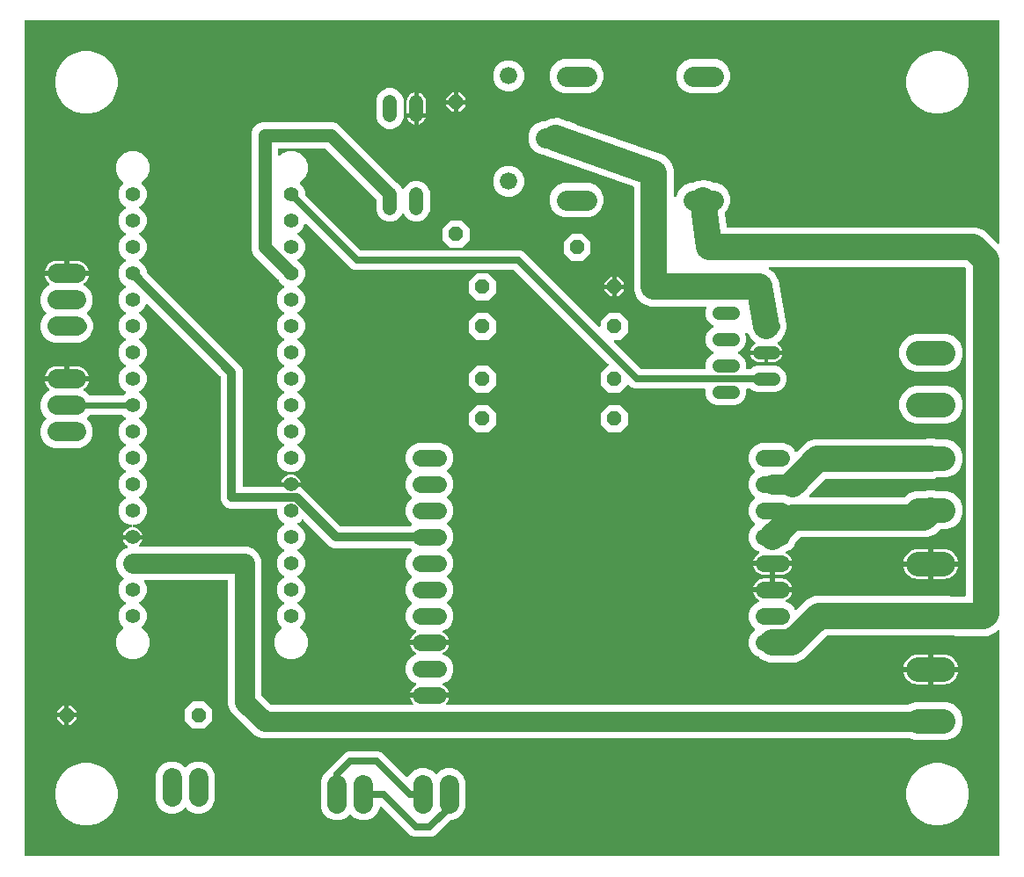
<source format=gbr>
G04 EAGLE Gerber X2 export*
%TF.Part,Single*%
%TF.FileFunction,Copper,L2,Bot,Mixed*%
%TF.FilePolarity,Positive*%
%TF.GenerationSoftware,Autodesk,EAGLE,9.1.3*%
%TF.CreationDate,2018-09-15T00:02:42Z*%
G75*
%MOMM*%
%FSLAX34Y34*%
%LPD*%
%AMOC8*
5,1,8,0,0,1.08239X$1,22.5*%
G01*
%ADD10C,1.308000*%
%ADD11P,1.429621X8X22.500000*%
%ADD12C,1.981200*%
%ADD13C,1.676400*%
%ADD14C,2.400000*%
%ADD15C,1.648500*%
%ADD16C,1.408000*%
%ADD17P,1.429621X8X202.500000*%
%ADD18C,1.320800*%
%ADD19P,1.429621X8X292.500000*%
%ADD20C,1.879600*%
%ADD21P,0.818720X8X22.500000*%
%ADD22C,0.756400*%
%ADD23C,2.540000*%
%ADD24C,2.540000*%
%ADD25C,1.270000*%
%ADD26C,1.905000*%
%ADD27C,0.812800*%
%ADD28C,0.635000*%
%ADD29C,0.609600*%

G36*
X1512688Y73676D02*
X1512688Y73676D01*
X1512807Y73683D01*
X1512845Y73696D01*
X1512886Y73701D01*
X1512996Y73744D01*
X1513109Y73781D01*
X1513144Y73803D01*
X1513181Y73818D01*
X1513277Y73887D01*
X1513378Y73951D01*
X1513406Y73981D01*
X1513439Y74004D01*
X1513515Y74096D01*
X1513596Y74183D01*
X1513616Y74218D01*
X1513641Y74249D01*
X1513692Y74357D01*
X1513750Y74461D01*
X1513760Y74501D01*
X1513777Y74537D01*
X1513799Y74654D01*
X1513829Y74769D01*
X1513833Y74829D01*
X1513837Y74849D01*
X1513835Y74870D01*
X1513839Y74930D01*
X1513839Y290033D01*
X1513822Y290171D01*
X1513809Y290310D01*
X1513802Y290329D01*
X1513799Y290349D01*
X1513748Y290478D01*
X1513701Y290609D01*
X1513690Y290626D01*
X1513682Y290644D01*
X1513601Y290757D01*
X1513523Y290872D01*
X1513507Y290885D01*
X1513496Y290902D01*
X1513388Y290991D01*
X1513284Y291083D01*
X1513266Y291092D01*
X1513251Y291105D01*
X1513125Y291164D01*
X1513001Y291227D01*
X1512981Y291232D01*
X1512963Y291240D01*
X1512827Y291266D01*
X1512691Y291297D01*
X1512670Y291296D01*
X1512651Y291300D01*
X1512512Y291291D01*
X1512373Y291287D01*
X1512353Y291281D01*
X1512333Y291280D01*
X1512201Y291237D01*
X1512067Y291199D01*
X1512050Y291188D01*
X1512031Y291182D01*
X1511913Y291108D01*
X1511793Y291037D01*
X1511772Y291019D01*
X1511762Y291012D01*
X1511748Y290997D01*
X1511672Y290931D01*
X1511553Y290811D01*
X1509336Y288594D01*
X1505827Y287173D01*
X1505824Y287171D01*
X1505817Y287169D01*
X1502317Y285719D01*
X1498531Y285749D01*
X1498528Y285749D01*
X1498521Y285749D01*
X1494730Y285749D01*
X1494660Y285768D01*
X1494656Y285768D01*
X1494652Y285770D01*
X1494491Y285781D01*
X1447732Y286149D01*
X1447729Y286149D01*
X1447722Y286149D01*
X1348267Y286149D01*
X1348169Y286137D01*
X1348070Y286134D01*
X1348011Y286117D01*
X1347951Y286109D01*
X1347859Y286073D01*
X1347764Y286045D01*
X1347712Y286015D01*
X1347656Y285992D01*
X1347576Y285934D01*
X1347490Y285884D01*
X1347415Y285818D01*
X1347398Y285806D01*
X1347390Y285796D01*
X1347369Y285778D01*
X1324841Y263250D01*
X1317839Y260349D01*
X1291611Y260349D01*
X1284609Y263250D01*
X1282379Y265479D01*
X1282372Y265485D01*
X1282366Y265492D01*
X1282246Y265582D01*
X1282128Y265674D01*
X1282119Y265678D01*
X1282112Y265683D01*
X1281967Y265754D01*
X1278891Y267028D01*
X1274786Y271134D01*
X1272564Y276497D01*
X1272564Y282303D01*
X1274786Y287666D01*
X1278322Y291202D01*
X1278395Y291297D01*
X1278474Y291386D01*
X1278492Y291422D01*
X1278517Y291454D01*
X1278564Y291563D01*
X1278618Y291669D01*
X1278627Y291708D01*
X1278643Y291746D01*
X1278662Y291863D01*
X1278688Y291979D01*
X1278687Y292020D01*
X1278693Y292060D01*
X1278682Y292178D01*
X1278678Y292297D01*
X1278667Y292336D01*
X1278663Y292376D01*
X1278623Y292489D01*
X1278590Y292603D01*
X1278569Y292637D01*
X1278556Y292676D01*
X1278489Y292774D01*
X1278428Y292877D01*
X1278389Y292922D01*
X1278377Y292939D01*
X1278362Y292952D01*
X1278322Y292997D01*
X1274786Y296534D01*
X1272564Y301897D01*
X1272564Y307703D01*
X1274786Y313066D01*
X1278891Y317172D01*
X1281910Y318422D01*
X1281987Y318466D01*
X1282070Y318502D01*
X1282125Y318545D01*
X1282186Y318579D01*
X1282250Y318642D01*
X1282321Y318697D01*
X1282364Y318752D01*
X1282414Y318801D01*
X1282461Y318877D01*
X1282516Y318948D01*
X1282544Y319012D01*
X1282581Y319072D01*
X1282607Y319157D01*
X1282643Y319240D01*
X1282654Y319309D01*
X1282674Y319376D01*
X1282679Y319465D01*
X1282693Y319554D01*
X1282686Y319624D01*
X1282689Y319693D01*
X1282671Y319781D01*
X1282663Y319870D01*
X1282639Y319936D01*
X1282625Y320005D01*
X1282586Y320086D01*
X1282556Y320170D01*
X1282516Y320227D01*
X1282485Y320291D01*
X1282427Y320359D01*
X1282377Y320433D01*
X1282325Y320479D01*
X1282279Y320533D01*
X1282206Y320584D01*
X1282139Y320643D01*
X1282031Y320707D01*
X1282019Y320716D01*
X1282013Y320718D01*
X1282000Y320725D01*
X1281506Y320977D01*
X1280133Y321975D01*
X1278933Y323175D01*
X1277935Y324548D01*
X1277164Y326061D01*
X1276644Y327661D01*
X1294130Y327661D01*
X1294248Y327676D01*
X1294367Y327683D01*
X1294405Y327696D01*
X1294445Y327701D01*
X1294556Y327744D01*
X1294669Y327781D01*
X1294703Y327803D01*
X1294741Y327818D01*
X1294837Y327888D01*
X1294938Y327951D01*
X1294966Y327981D01*
X1294998Y328004D01*
X1295074Y328096D01*
X1295156Y328183D01*
X1295175Y328218D01*
X1295201Y328249D01*
X1295252Y328357D01*
X1295309Y328461D01*
X1295320Y328501D01*
X1295337Y328537D01*
X1295359Y328654D01*
X1295389Y328769D01*
X1295393Y328830D01*
X1295397Y328850D01*
X1295395Y328870D01*
X1295399Y328930D01*
X1295399Y330201D01*
X1295401Y330201D01*
X1295401Y328930D01*
X1295416Y328812D01*
X1295423Y328693D01*
X1295436Y328655D01*
X1295441Y328614D01*
X1295485Y328504D01*
X1295521Y328391D01*
X1295543Y328356D01*
X1295558Y328319D01*
X1295628Y328223D01*
X1295691Y328122D01*
X1295721Y328094D01*
X1295745Y328061D01*
X1295836Y327986D01*
X1295923Y327904D01*
X1295958Y327884D01*
X1295990Y327859D01*
X1296097Y327808D01*
X1296202Y327750D01*
X1296241Y327740D01*
X1296277Y327723D01*
X1296394Y327701D01*
X1296509Y327671D01*
X1296570Y327667D01*
X1296590Y327663D01*
X1296610Y327665D01*
X1296670Y327661D01*
X1314156Y327661D01*
X1313636Y326061D01*
X1312865Y324548D01*
X1311867Y323175D01*
X1310667Y321975D01*
X1309294Y320977D01*
X1308800Y320725D01*
X1308726Y320675D01*
X1308647Y320633D01*
X1308595Y320586D01*
X1308537Y320547D01*
X1308477Y320480D01*
X1308411Y320419D01*
X1308373Y320361D01*
X1308326Y320308D01*
X1308286Y320228D01*
X1308237Y320154D01*
X1308214Y320087D01*
X1308182Y320025D01*
X1308162Y319938D01*
X1308133Y319853D01*
X1308128Y319783D01*
X1308112Y319715D01*
X1308115Y319625D01*
X1308108Y319536D01*
X1308120Y319467D01*
X1308122Y319397D01*
X1308147Y319311D01*
X1308162Y319222D01*
X1308191Y319159D01*
X1308211Y319091D01*
X1308256Y319014D01*
X1308293Y318933D01*
X1308337Y318878D01*
X1308372Y318817D01*
X1308436Y318754D01*
X1308492Y318684D01*
X1308548Y318642D01*
X1308597Y318592D01*
X1308674Y318547D01*
X1308746Y318493D01*
X1308858Y318438D01*
X1308871Y318430D01*
X1308877Y318428D01*
X1308890Y318422D01*
X1311909Y317172D01*
X1316014Y313066D01*
X1316681Y311455D01*
X1316706Y311412D01*
X1316723Y311365D01*
X1316784Y311274D01*
X1316839Y311179D01*
X1316874Y311143D01*
X1316901Y311102D01*
X1316984Y311029D01*
X1317060Y310950D01*
X1317103Y310925D01*
X1317140Y310892D01*
X1317238Y310842D01*
X1317331Y310784D01*
X1317379Y310770D01*
X1317423Y310747D01*
X1317530Y310723D01*
X1317635Y310691D01*
X1317685Y310688D01*
X1317733Y310677D01*
X1317843Y310681D01*
X1317953Y310675D01*
X1318002Y310686D01*
X1318051Y310687D01*
X1318157Y310718D01*
X1318264Y310740D01*
X1318309Y310762D01*
X1318357Y310775D01*
X1318451Y310831D01*
X1318550Y310879D01*
X1318588Y310912D01*
X1318631Y310937D01*
X1318752Y311043D01*
X1323521Y315813D01*
X1329059Y321350D01*
X1336061Y324251D01*
X1443841Y324251D01*
X1443846Y324251D01*
X1443850Y324251D01*
X1444003Y324271D01*
X1444078Y324281D01*
X1447869Y324251D01*
X1447872Y324251D01*
X1447879Y324251D01*
X1451670Y324251D01*
X1451740Y324232D01*
X1451744Y324232D01*
X1451748Y324230D01*
X1451909Y324219D01*
X1480610Y323993D01*
X1480733Y324008D01*
X1480857Y324015D01*
X1480891Y324026D01*
X1480926Y324030D01*
X1481042Y324075D01*
X1481159Y324113D01*
X1481189Y324132D01*
X1481222Y324145D01*
X1481323Y324217D01*
X1481428Y324283D01*
X1481452Y324309D01*
X1481481Y324330D01*
X1481561Y324425D01*
X1481646Y324515D01*
X1481663Y324546D01*
X1481686Y324573D01*
X1481740Y324685D01*
X1481800Y324794D01*
X1481808Y324828D01*
X1481824Y324860D01*
X1481848Y324981D01*
X1481879Y325101D01*
X1481882Y325153D01*
X1481886Y325172D01*
X1481885Y325193D01*
X1481889Y325262D01*
X1481889Y639283D01*
X1481877Y639381D01*
X1481874Y639480D01*
X1481857Y639539D01*
X1481849Y639599D01*
X1481813Y639691D01*
X1481785Y639786D01*
X1481755Y639838D01*
X1481732Y639894D01*
X1481674Y639974D01*
X1481624Y640060D01*
X1481558Y640135D01*
X1481546Y640152D01*
X1481536Y640160D01*
X1481518Y640181D01*
X1480721Y640978D01*
X1480642Y641038D01*
X1480570Y641106D01*
X1480517Y641135D01*
X1480469Y641172D01*
X1480378Y641212D01*
X1480292Y641260D01*
X1480233Y641275D01*
X1480178Y641299D01*
X1480080Y641314D01*
X1479984Y641339D01*
X1479884Y641345D01*
X1479863Y641349D01*
X1479851Y641347D01*
X1479823Y641349D01*
X1292874Y641349D01*
X1292805Y641341D01*
X1292735Y641342D01*
X1292647Y641321D01*
X1292558Y641309D01*
X1292493Y641284D01*
X1292426Y641267D01*
X1292346Y641225D01*
X1292263Y641192D01*
X1292206Y641151D01*
X1292144Y641119D01*
X1292078Y641058D01*
X1292005Y641006D01*
X1291961Y640952D01*
X1291909Y640905D01*
X1291860Y640830D01*
X1291803Y640761D01*
X1291773Y640697D01*
X1291734Y640639D01*
X1291705Y640554D01*
X1291667Y640473D01*
X1291654Y640404D01*
X1291631Y640338D01*
X1291624Y640249D01*
X1291607Y640161D01*
X1291612Y640091D01*
X1291606Y640021D01*
X1291621Y639933D01*
X1291627Y639843D01*
X1291648Y639777D01*
X1291660Y639708D01*
X1291697Y639626D01*
X1291725Y639541D01*
X1291762Y639482D01*
X1291791Y639418D01*
X1291847Y639348D01*
X1291895Y639272D01*
X1291946Y639224D01*
X1291990Y639170D01*
X1292061Y639115D01*
X1292127Y639054D01*
X1292188Y639020D01*
X1292244Y638978D01*
X1292388Y638907D01*
X1293491Y638450D01*
X1294917Y637025D01*
X1294941Y637006D01*
X1294960Y636983D01*
X1295086Y636883D01*
X1296737Y635725D01*
X1297575Y634410D01*
X1297612Y634365D01*
X1297641Y634315D01*
X1297748Y634194D01*
X1298850Y633091D01*
X1299622Y631228D01*
X1299637Y631202D01*
X1299646Y631174D01*
X1299724Y631033D01*
X1300807Y629332D01*
X1301077Y627796D01*
X1301094Y627740D01*
X1301102Y627682D01*
X1301154Y627530D01*
X1301751Y626089D01*
X1301751Y624073D01*
X1301754Y624043D01*
X1301752Y624013D01*
X1301770Y623853D01*
X1307871Y589161D01*
X1307888Y589105D01*
X1307896Y589047D01*
X1307948Y588895D01*
X1308831Y586764D01*
X1308831Y583812D01*
X1308835Y583782D01*
X1308832Y583752D01*
X1308834Y583734D01*
X1308831Y583680D01*
X1308831Y581636D01*
X1307827Y579212D01*
X1307819Y579183D01*
X1307805Y579156D01*
X1307760Y579001D01*
X1307175Y576369D01*
X1302825Y570163D01*
X1300616Y568757D01*
X1300510Y568669D01*
X1300401Y568584D01*
X1300388Y568567D01*
X1300372Y568554D01*
X1300291Y568442D01*
X1300206Y568333D01*
X1300197Y568313D01*
X1300185Y568296D01*
X1300134Y568167D01*
X1300079Y568041D01*
X1300076Y568020D01*
X1300068Y568001D01*
X1300051Y567863D01*
X1300029Y567727D01*
X1300031Y567706D01*
X1300029Y567685D01*
X1300046Y567548D01*
X1300059Y567410D01*
X1300066Y567390D01*
X1300069Y567369D01*
X1300120Y567241D01*
X1300166Y567111D01*
X1300178Y567093D01*
X1300186Y567074D01*
X1300267Y566962D01*
X1300345Y566848D01*
X1300361Y566834D01*
X1300373Y566817D01*
X1300480Y566729D01*
X1300583Y566637D01*
X1300609Y566622D01*
X1300618Y566614D01*
X1300637Y566605D01*
X1300685Y566577D01*
X1301856Y565726D01*
X1302866Y564716D01*
X1303707Y563559D01*
X1304355Y562286D01*
X1304797Y560926D01*
X1304817Y560799D01*
X1290130Y560799D01*
X1290012Y560784D01*
X1289893Y560777D01*
X1289855Y560764D01*
X1289815Y560759D01*
X1289704Y560716D01*
X1289591Y560679D01*
X1289557Y560657D01*
X1289519Y560642D01*
X1289423Y560573D01*
X1289406Y560562D01*
X1289382Y560576D01*
X1289350Y560601D01*
X1289243Y560652D01*
X1289138Y560710D01*
X1289099Y560720D01*
X1289063Y560737D01*
X1288946Y560759D01*
X1288830Y560789D01*
X1288770Y560793D01*
X1288750Y560797D01*
X1288730Y560795D01*
X1288670Y560799D01*
X1273983Y560799D01*
X1274003Y560926D01*
X1274445Y562286D01*
X1275093Y563559D01*
X1275934Y564716D01*
X1276944Y565726D01*
X1278101Y566567D01*
X1278110Y566572D01*
X1278202Y566634D01*
X1278297Y566688D01*
X1278333Y566722D01*
X1278374Y566750D01*
X1278446Y566833D01*
X1278525Y566910D01*
X1278551Y566952D01*
X1278584Y566989D01*
X1278634Y567087D01*
X1278691Y567181D01*
X1278706Y567228D01*
X1278728Y567272D01*
X1278752Y567380D01*
X1278785Y567485D01*
X1278787Y567534D01*
X1278798Y567582D01*
X1278794Y567693D01*
X1278800Y567802D01*
X1278790Y567851D01*
X1278788Y567900D01*
X1278757Y568006D01*
X1278735Y568114D01*
X1278713Y568158D01*
X1278699Y568206D01*
X1278643Y568301D01*
X1278595Y568399D01*
X1278563Y568437D01*
X1278538Y568480D01*
X1278460Y568558D01*
X1278388Y568641D01*
X1278329Y568689D01*
X1278313Y568705D01*
X1278298Y568714D01*
X1278263Y568742D01*
X1275363Y570775D01*
X1271231Y577266D01*
X1271200Y577304D01*
X1271176Y577346D01*
X1271099Y577426D01*
X1271028Y577511D01*
X1270989Y577540D01*
X1270954Y577575D01*
X1270860Y577633D01*
X1270771Y577697D01*
X1270725Y577715D01*
X1270683Y577741D01*
X1270578Y577774D01*
X1270475Y577814D01*
X1270426Y577820D01*
X1270379Y577835D01*
X1270269Y577840D01*
X1270159Y577854D01*
X1270111Y577848D01*
X1270062Y577850D01*
X1269954Y577828D01*
X1269844Y577814D01*
X1269798Y577796D01*
X1269750Y577786D01*
X1269651Y577737D01*
X1269548Y577696D01*
X1269509Y577668D01*
X1269465Y577646D01*
X1269381Y577574D01*
X1269291Y577509D01*
X1269260Y577471D01*
X1269223Y577440D01*
X1269159Y577349D01*
X1269089Y577264D01*
X1269068Y577220D01*
X1269039Y577179D01*
X1269000Y577076D01*
X1268953Y576976D01*
X1268944Y576928D01*
X1268927Y576882D01*
X1268914Y576772D01*
X1268894Y576664D01*
X1268897Y576615D01*
X1268891Y576566D01*
X1268907Y576457D01*
X1268914Y576347D01*
X1268929Y576300D01*
X1268936Y576251D01*
X1268988Y576099D01*
X1269831Y574064D01*
X1269831Y568936D01*
X1267868Y564198D01*
X1264242Y560572D01*
X1262796Y559973D01*
X1262675Y559904D01*
X1262552Y559839D01*
X1262537Y559825D01*
X1262519Y559815D01*
X1262419Y559718D01*
X1262317Y559625D01*
X1262305Y559608D01*
X1262291Y559594D01*
X1262218Y559475D01*
X1262142Y559359D01*
X1262135Y559340D01*
X1262125Y559323D01*
X1262084Y559190D01*
X1262039Y559058D01*
X1262037Y559038D01*
X1262031Y559019D01*
X1262024Y558880D01*
X1262013Y558741D01*
X1262017Y558721D01*
X1262016Y558701D01*
X1262044Y558565D01*
X1262068Y558428D01*
X1262076Y558409D01*
X1262080Y558390D01*
X1262141Y558264D01*
X1262198Y558138D01*
X1262211Y558122D01*
X1262220Y558104D01*
X1262310Y557998D01*
X1262397Y557890D01*
X1262413Y557877D01*
X1262426Y557862D01*
X1262540Y557782D01*
X1262651Y557698D01*
X1262676Y557686D01*
X1262686Y557679D01*
X1262705Y557672D01*
X1262796Y557627D01*
X1264242Y557028D01*
X1267868Y553402D01*
X1269831Y548664D01*
X1269831Y544195D01*
X1269846Y544077D01*
X1269853Y543958D01*
X1269866Y543920D01*
X1269871Y543879D01*
X1269914Y543769D01*
X1269951Y543656D01*
X1269973Y543621D01*
X1269988Y543584D01*
X1270057Y543488D01*
X1270121Y543387D01*
X1270151Y543359D01*
X1270174Y543326D01*
X1270266Y543250D01*
X1270353Y543169D01*
X1270388Y543149D01*
X1270419Y543124D01*
X1270527Y543073D01*
X1270631Y543015D01*
X1270671Y543005D01*
X1270707Y542988D01*
X1270824Y542966D01*
X1270939Y542936D01*
X1270999Y542932D01*
X1271019Y542928D01*
X1271040Y542930D01*
X1271100Y542926D01*
X1273630Y542926D01*
X1273728Y542938D01*
X1273827Y542941D01*
X1273885Y542958D01*
X1273945Y542966D01*
X1274037Y543002D01*
X1274132Y543030D01*
X1274185Y543060D01*
X1274241Y543083D01*
X1274321Y543141D01*
X1274406Y543191D01*
X1274482Y543257D01*
X1274498Y543269D01*
X1274506Y543279D01*
X1274527Y543297D01*
X1275558Y544328D01*
X1280296Y546291D01*
X1298504Y546291D01*
X1303242Y544328D01*
X1306868Y540702D01*
X1308831Y535964D01*
X1308831Y530836D01*
X1306868Y526098D01*
X1303242Y522472D01*
X1298504Y520509D01*
X1280296Y520509D01*
X1275558Y522472D01*
X1274527Y523503D01*
X1274449Y523563D01*
X1274377Y523631D01*
X1274324Y523660D01*
X1274276Y523697D01*
X1274185Y523737D01*
X1274098Y523785D01*
X1274040Y523800D01*
X1273984Y523824D01*
X1273886Y523839D01*
X1273790Y523864D01*
X1273690Y523870D01*
X1273670Y523874D01*
X1273658Y523872D01*
X1273630Y523874D01*
X1271100Y523874D01*
X1270982Y523859D01*
X1270863Y523852D01*
X1270825Y523839D01*
X1270784Y523834D01*
X1270674Y523791D01*
X1270561Y523754D01*
X1270526Y523732D01*
X1270489Y523717D01*
X1270393Y523648D01*
X1270292Y523584D01*
X1270264Y523554D01*
X1270231Y523531D01*
X1270155Y523439D01*
X1270074Y523352D01*
X1270054Y523317D01*
X1270029Y523286D01*
X1269978Y523178D01*
X1269920Y523074D01*
X1269910Y523034D01*
X1269893Y522998D01*
X1269871Y522881D01*
X1269841Y522766D01*
X1269837Y522706D01*
X1269833Y522686D01*
X1269835Y522665D01*
X1269831Y522605D01*
X1269831Y518136D01*
X1267868Y513398D01*
X1264242Y509772D01*
X1259504Y507809D01*
X1241296Y507809D01*
X1236558Y509772D01*
X1232932Y513398D01*
X1230969Y518136D01*
X1230969Y522605D01*
X1230954Y522723D01*
X1230947Y522842D01*
X1230934Y522880D01*
X1230929Y522921D01*
X1230886Y523031D01*
X1230849Y523144D01*
X1230827Y523179D01*
X1230812Y523216D01*
X1230743Y523312D01*
X1230679Y523413D01*
X1230649Y523441D01*
X1230626Y523474D01*
X1230534Y523550D01*
X1230447Y523631D01*
X1230412Y523651D01*
X1230381Y523676D01*
X1230273Y523727D01*
X1230169Y523785D01*
X1230129Y523795D01*
X1230093Y523812D01*
X1229976Y523834D01*
X1229861Y523864D01*
X1229801Y523868D01*
X1229781Y523872D01*
X1229760Y523870D01*
X1229700Y523874D01*
X1163220Y523874D01*
X1159719Y525324D01*
X1157380Y527664D01*
X1157286Y527737D01*
X1157196Y527816D01*
X1157160Y527834D01*
X1157128Y527859D01*
X1157019Y527906D01*
X1156913Y527960D01*
X1156874Y527969D01*
X1156837Y527985D01*
X1156719Y528004D01*
X1156603Y528030D01*
X1156563Y528029D01*
X1156523Y528035D01*
X1156404Y528024D01*
X1156285Y528020D01*
X1156246Y528009D01*
X1156206Y528005D01*
X1156094Y527965D01*
X1155980Y527932D01*
X1155945Y527911D01*
X1155907Y527898D01*
X1155808Y527831D01*
X1155706Y527770D01*
X1155660Y527731D01*
X1155643Y527719D01*
X1155630Y527704D01*
X1155585Y527664D01*
X1148366Y520445D01*
X1137634Y520445D01*
X1130045Y528034D01*
X1130045Y538766D01*
X1137264Y545985D01*
X1137337Y546079D01*
X1137416Y546168D01*
X1137434Y546204D01*
X1137459Y546236D01*
X1137506Y546345D01*
X1137560Y546451D01*
X1137569Y546491D01*
X1137585Y546528D01*
X1137604Y546646D01*
X1137630Y546762D01*
X1137629Y546802D01*
X1137635Y546842D01*
X1137624Y546961D01*
X1137620Y547079D01*
X1137609Y547118D01*
X1137605Y547159D01*
X1137565Y547271D01*
X1137532Y547385D01*
X1137511Y547420D01*
X1137498Y547458D01*
X1137431Y547556D01*
X1137370Y547659D01*
X1137331Y547704D01*
X1137319Y547721D01*
X1137304Y547734D01*
X1137264Y547780D01*
X1047241Y637803D01*
X1047163Y637863D01*
X1047091Y637931D01*
X1047038Y637960D01*
X1046990Y637997D01*
X1046899Y638037D01*
X1046812Y638085D01*
X1046754Y638100D01*
X1046698Y638124D01*
X1046600Y638139D01*
X1046504Y638164D01*
X1046404Y638170D01*
X1046384Y638174D01*
X1046372Y638172D01*
X1046344Y638174D01*
X893455Y638174D01*
X889954Y639624D01*
X846936Y682643D01*
X846897Y682673D01*
X846863Y682710D01*
X846771Y682770D01*
X846685Y682838D01*
X846639Y682857D01*
X846597Y682885D01*
X846494Y682920D01*
X846393Y682964D01*
X846344Y682972D01*
X846297Y682988D01*
X846187Y682997D01*
X846079Y683014D01*
X846029Y683009D01*
X845980Y683013D01*
X845871Y682994D01*
X845762Y682984D01*
X845715Y682967D01*
X845666Y682959D01*
X845566Y682914D01*
X845463Y682877D01*
X845422Y682849D01*
X845376Y682828D01*
X845291Y682760D01*
X845200Y682698D01*
X845167Y682661D01*
X845128Y682630D01*
X845062Y682542D01*
X844989Y682459D01*
X844966Y682415D01*
X844937Y682376D01*
X844866Y682231D01*
X843202Y678215D01*
X839435Y674448D01*
X839012Y674273D01*
X838891Y674204D01*
X838769Y674139D01*
X838754Y674125D01*
X838736Y674115D01*
X838636Y674018D01*
X838533Y673925D01*
X838522Y673908D01*
X838508Y673894D01*
X838435Y673775D01*
X838358Y673659D01*
X838352Y673640D01*
X838341Y673623D01*
X838300Y673490D01*
X838255Y673358D01*
X838254Y673338D01*
X838248Y673319D01*
X838241Y673180D01*
X838230Y673041D01*
X838233Y673021D01*
X838232Y673001D01*
X838261Y672865D01*
X838284Y672728D01*
X838293Y672710D01*
X838297Y672690D01*
X838358Y672565D01*
X838415Y672438D01*
X838428Y672422D01*
X838437Y672404D01*
X838527Y672298D01*
X838614Y672190D01*
X838630Y672177D01*
X838643Y672162D01*
X838756Y672082D01*
X838868Y671998D01*
X838893Y671986D01*
X838903Y671979D01*
X838922Y671972D01*
X839012Y671927D01*
X839435Y671752D01*
X843202Y667985D01*
X845241Y663064D01*
X845241Y657736D01*
X843202Y652815D01*
X839435Y649048D01*
X839012Y648873D01*
X838891Y648804D01*
X838769Y648739D01*
X838754Y648725D01*
X838736Y648715D01*
X838636Y648618D01*
X838533Y648525D01*
X838522Y648508D01*
X838508Y648494D01*
X838435Y648375D01*
X838358Y648259D01*
X838352Y648240D01*
X838341Y648223D01*
X838300Y648090D01*
X838255Y647958D01*
X838254Y647938D01*
X838248Y647919D01*
X838241Y647780D01*
X838230Y647641D01*
X838233Y647621D01*
X838232Y647601D01*
X838261Y647465D01*
X838284Y647328D01*
X838293Y647310D01*
X838297Y647290D01*
X838358Y647165D01*
X838415Y647038D01*
X838428Y647022D01*
X838437Y647004D01*
X838527Y646898D01*
X838614Y646790D01*
X838630Y646777D01*
X838643Y646762D01*
X838756Y646682D01*
X838868Y646598D01*
X838893Y646586D01*
X838903Y646579D01*
X838922Y646572D01*
X839012Y646527D01*
X839435Y646352D01*
X843202Y642585D01*
X845241Y637664D01*
X845241Y632336D01*
X843202Y627415D01*
X839435Y623648D01*
X839012Y623473D01*
X838891Y623404D01*
X838769Y623339D01*
X838754Y623325D01*
X838736Y623315D01*
X838636Y623218D01*
X838533Y623125D01*
X838522Y623108D01*
X838508Y623094D01*
X838435Y622975D01*
X838358Y622859D01*
X838352Y622840D01*
X838341Y622823D01*
X838300Y622690D01*
X838255Y622558D01*
X838254Y622538D01*
X838248Y622519D01*
X838241Y622380D01*
X838230Y622241D01*
X838233Y622221D01*
X838232Y622201D01*
X838261Y622065D01*
X838284Y621928D01*
X838293Y621910D01*
X838297Y621890D01*
X838358Y621765D01*
X838415Y621638D01*
X838428Y621622D01*
X838437Y621604D01*
X838527Y621498D01*
X838614Y621390D01*
X838630Y621377D01*
X838643Y621362D01*
X838756Y621282D01*
X838868Y621198D01*
X838893Y621186D01*
X838903Y621179D01*
X838922Y621172D01*
X839012Y621127D01*
X839435Y620952D01*
X843202Y617185D01*
X845241Y612264D01*
X845241Y606936D01*
X843202Y602015D01*
X839435Y598248D01*
X839012Y598073D01*
X838891Y598004D01*
X838768Y597939D01*
X838753Y597925D01*
X838736Y597915D01*
X838636Y597818D01*
X838533Y597725D01*
X838522Y597708D01*
X838507Y597694D01*
X838435Y597576D01*
X838358Y597459D01*
X838352Y597440D01*
X838341Y597423D01*
X838300Y597290D01*
X838255Y597158D01*
X838254Y597138D01*
X838248Y597119D01*
X838241Y596980D01*
X838230Y596841D01*
X838233Y596821D01*
X838232Y596801D01*
X838261Y596665D01*
X838284Y596528D01*
X838293Y596509D01*
X838297Y596490D01*
X838358Y596364D01*
X838415Y596238D01*
X838428Y596222D01*
X838436Y596204D01*
X838527Y596098D01*
X838614Y595989D01*
X838630Y595977D01*
X838643Y595962D01*
X838757Y595882D01*
X838868Y595798D01*
X838893Y595786D01*
X838903Y595779D01*
X838922Y595772D01*
X839012Y595727D01*
X839435Y595552D01*
X843202Y591785D01*
X845241Y586864D01*
X845241Y581536D01*
X843202Y576615D01*
X839435Y572848D01*
X839012Y572673D01*
X838891Y572604D01*
X838768Y572539D01*
X838753Y572525D01*
X838736Y572515D01*
X838636Y572418D01*
X838533Y572325D01*
X838522Y572308D01*
X838508Y572294D01*
X838435Y572176D01*
X838358Y572059D01*
X838352Y572040D01*
X838341Y572023D01*
X838300Y571890D01*
X838255Y571758D01*
X838254Y571738D01*
X838248Y571719D01*
X838241Y571580D01*
X838230Y571441D01*
X838233Y571421D01*
X838232Y571401D01*
X838261Y571265D01*
X838284Y571128D01*
X838293Y571109D01*
X838297Y571090D01*
X838358Y570965D01*
X838415Y570838D01*
X838428Y570822D01*
X838436Y570804D01*
X838527Y570698D01*
X838614Y570590D01*
X838630Y570577D01*
X838643Y570562D01*
X838756Y570482D01*
X838868Y570398D01*
X838893Y570386D01*
X838903Y570379D01*
X838922Y570372D01*
X839012Y570327D01*
X839435Y570152D01*
X843202Y566385D01*
X845241Y561464D01*
X845241Y556136D01*
X843202Y551215D01*
X839435Y547448D01*
X839012Y547273D01*
X838891Y547204D01*
X838768Y547139D01*
X838753Y547125D01*
X838736Y547115D01*
X838636Y547018D01*
X838533Y546925D01*
X838522Y546908D01*
X838508Y546894D01*
X838435Y546776D01*
X838358Y546659D01*
X838352Y546640D01*
X838341Y546623D01*
X838300Y546490D01*
X838255Y546358D01*
X838254Y546338D01*
X838248Y546319D01*
X838241Y546180D01*
X838230Y546041D01*
X838233Y546021D01*
X838232Y546001D01*
X838261Y545865D01*
X838284Y545728D01*
X838293Y545709D01*
X838297Y545690D01*
X838358Y545565D01*
X838415Y545438D01*
X838428Y545422D01*
X838436Y545404D01*
X838527Y545298D01*
X838614Y545190D01*
X838630Y545177D01*
X838643Y545162D01*
X838756Y545082D01*
X838868Y544998D01*
X838893Y544986D01*
X838903Y544979D01*
X838922Y544972D01*
X839012Y544927D01*
X839435Y544752D01*
X843202Y540985D01*
X845241Y536064D01*
X845241Y530736D01*
X843202Y525815D01*
X839435Y522048D01*
X839012Y521873D01*
X838891Y521804D01*
X838768Y521739D01*
X838753Y521725D01*
X838736Y521715D01*
X838636Y521618D01*
X838533Y521525D01*
X838522Y521508D01*
X838508Y521494D01*
X838435Y521376D01*
X838358Y521259D01*
X838352Y521240D01*
X838341Y521223D01*
X838300Y521090D01*
X838255Y520958D01*
X838254Y520938D01*
X838248Y520919D01*
X838241Y520780D01*
X838230Y520641D01*
X838233Y520621D01*
X838232Y520601D01*
X838261Y520465D01*
X838284Y520328D01*
X838293Y520309D01*
X838297Y520290D01*
X838358Y520165D01*
X838415Y520038D01*
X838428Y520022D01*
X838436Y520004D01*
X838527Y519898D01*
X838614Y519790D01*
X838630Y519777D01*
X838643Y519762D01*
X838756Y519682D01*
X838868Y519598D01*
X838893Y519586D01*
X838903Y519579D01*
X838922Y519572D01*
X839012Y519527D01*
X839435Y519352D01*
X843202Y515585D01*
X845241Y510664D01*
X845241Y505336D01*
X843202Y500415D01*
X839435Y496648D01*
X839012Y496473D01*
X838891Y496404D01*
X838768Y496339D01*
X838753Y496325D01*
X838736Y496315D01*
X838636Y496218D01*
X838533Y496125D01*
X838522Y496108D01*
X838508Y496094D01*
X838435Y495976D01*
X838358Y495859D01*
X838352Y495840D01*
X838341Y495823D01*
X838300Y495690D01*
X838255Y495558D01*
X838254Y495538D01*
X838248Y495519D01*
X838241Y495380D01*
X838230Y495241D01*
X838233Y495221D01*
X838232Y495201D01*
X838261Y495065D01*
X838284Y494928D01*
X838293Y494909D01*
X838297Y494890D01*
X838358Y494765D01*
X838415Y494638D01*
X838428Y494622D01*
X838436Y494604D01*
X838527Y494498D01*
X838614Y494390D01*
X838630Y494377D01*
X838643Y494362D01*
X838756Y494282D01*
X838868Y494198D01*
X838893Y494186D01*
X838903Y494179D01*
X838922Y494172D01*
X839012Y494127D01*
X839435Y493952D01*
X843202Y490185D01*
X845241Y485264D01*
X845241Y479936D01*
X843202Y475015D01*
X839435Y471248D01*
X839012Y471073D01*
X838891Y471004D01*
X838768Y470939D01*
X838753Y470925D01*
X838736Y470915D01*
X838636Y470818D01*
X838533Y470725D01*
X838522Y470708D01*
X838508Y470694D01*
X838435Y470576D01*
X838358Y470459D01*
X838352Y470440D01*
X838341Y470423D01*
X838300Y470290D01*
X838255Y470158D01*
X838254Y470138D01*
X838248Y470119D01*
X838241Y469980D01*
X838230Y469841D01*
X838233Y469821D01*
X838232Y469801D01*
X838261Y469665D01*
X838284Y469528D01*
X838293Y469509D01*
X838297Y469490D01*
X838358Y469365D01*
X838415Y469238D01*
X838428Y469222D01*
X838436Y469204D01*
X838527Y469098D01*
X838614Y468990D01*
X838630Y468977D01*
X838643Y468962D01*
X838756Y468882D01*
X838868Y468798D01*
X838893Y468786D01*
X838903Y468779D01*
X838922Y468772D01*
X839012Y468727D01*
X839435Y468552D01*
X843202Y464785D01*
X845241Y459864D01*
X845241Y454536D01*
X843202Y449615D01*
X839435Y445848D01*
X834514Y443809D01*
X833398Y443809D01*
X833339Y443802D01*
X833279Y443804D01*
X833181Y443782D01*
X833082Y443769D01*
X833027Y443747D01*
X832968Y443734D01*
X832879Y443689D01*
X832787Y443652D01*
X832738Y443617D01*
X832685Y443590D01*
X832610Y443524D01*
X832529Y443466D01*
X832491Y443419D01*
X832446Y443380D01*
X832390Y443297D01*
X832327Y443221D01*
X832301Y443166D01*
X832267Y443117D01*
X832234Y443023D01*
X832191Y442933D01*
X832180Y442874D01*
X832159Y442818D01*
X832150Y442718D01*
X832131Y442621D01*
X832135Y442561D01*
X832129Y442501D01*
X832145Y442402D01*
X832151Y442303D01*
X832170Y442246D01*
X832179Y442187D01*
X832218Y442095D01*
X832249Y442001D01*
X832281Y441950D01*
X832305Y441895D01*
X832366Y441816D01*
X832419Y441732D01*
X832463Y441691D01*
X832500Y441643D01*
X832578Y441582D01*
X832651Y441514D01*
X832703Y441485D01*
X832751Y441448D01*
X832842Y441409D01*
X832929Y441360D01*
X832987Y441345D01*
X833042Y441322D01*
X833199Y441286D01*
X834094Y441145D01*
X835528Y440679D01*
X836871Y439994D01*
X838091Y439108D01*
X839158Y438041D01*
X840044Y436821D01*
X840729Y435478D01*
X841193Y434049D01*
X832830Y434049D01*
X832712Y434034D01*
X832593Y434027D01*
X832555Y434014D01*
X832515Y434009D01*
X832404Y433966D01*
X832291Y433929D01*
X832257Y433907D01*
X832219Y433892D01*
X832123Y433823D01*
X832022Y433759D01*
X831994Y433729D01*
X831962Y433706D01*
X831886Y433614D01*
X831854Y433580D01*
X831849Y433588D01*
X831819Y433616D01*
X831795Y433649D01*
X831704Y433725D01*
X831617Y433806D01*
X831582Y433826D01*
X831550Y433851D01*
X831443Y433902D01*
X831338Y433960D01*
X831299Y433970D01*
X831263Y433987D01*
X831146Y434009D01*
X831030Y434039D01*
X830970Y434043D01*
X830950Y434047D01*
X830930Y434045D01*
X830870Y434049D01*
X822507Y434049D01*
X822971Y435478D01*
X823656Y436821D01*
X824542Y438041D01*
X825609Y439108D01*
X826829Y439994D01*
X828172Y440679D01*
X829606Y441145D01*
X830501Y441286D01*
X830558Y441303D01*
X830618Y441311D01*
X830710Y441347D01*
X830806Y441375D01*
X830858Y441406D01*
X830913Y441428D01*
X830994Y441486D01*
X831080Y441537D01*
X831122Y441579D01*
X831171Y441614D01*
X831234Y441691D01*
X831305Y441762D01*
X831335Y441813D01*
X831373Y441859D01*
X831416Y441950D01*
X831467Y442035D01*
X831483Y442093D01*
X831509Y442147D01*
X831528Y442245D01*
X831556Y442341D01*
X831557Y442401D01*
X831569Y442460D01*
X831563Y442559D01*
X831566Y442659D01*
X831553Y442717D01*
X831549Y442777D01*
X831518Y442872D01*
X831497Y442969D01*
X831469Y443023D01*
X831451Y443079D01*
X831398Y443164D01*
X831352Y443253D01*
X831313Y443298D01*
X831281Y443348D01*
X831208Y443416D01*
X831142Y443491D01*
X831093Y443525D01*
X831049Y443566D01*
X830962Y443614D01*
X830879Y443670D01*
X830823Y443691D01*
X830771Y443720D01*
X830674Y443744D01*
X830580Y443778D01*
X830521Y443784D01*
X830463Y443799D01*
X830302Y443809D01*
X829186Y443809D01*
X824265Y445848D01*
X820498Y449615D01*
X818459Y454536D01*
X818459Y459864D01*
X820498Y464785D01*
X824265Y468552D01*
X824688Y468727D01*
X824809Y468796D01*
X824932Y468861D01*
X824947Y468875D01*
X824964Y468885D01*
X825064Y468982D01*
X825167Y469075D01*
X825178Y469092D01*
X825193Y469106D01*
X825265Y469224D01*
X825342Y469341D01*
X825348Y469360D01*
X825359Y469377D01*
X825400Y469510D01*
X825445Y469642D01*
X825446Y469662D01*
X825452Y469681D01*
X825459Y469820D01*
X825470Y469959D01*
X825467Y469979D01*
X825468Y469999D01*
X825439Y470135D01*
X825416Y470272D01*
X825407Y470291D01*
X825403Y470310D01*
X825342Y470436D01*
X825285Y470562D01*
X825272Y470578D01*
X825264Y470596D01*
X825173Y470702D01*
X825086Y470811D01*
X825070Y470823D01*
X825057Y470838D01*
X824943Y470918D01*
X824832Y471002D01*
X824807Y471014D01*
X824797Y471021D01*
X824778Y471028D01*
X824688Y471073D01*
X824265Y471248D01*
X820498Y475015D01*
X818459Y479936D01*
X818459Y485264D01*
X820498Y490185D01*
X824265Y493952D01*
X824688Y494127D01*
X824809Y494196D01*
X824932Y494261D01*
X824947Y494275D01*
X824964Y494285D01*
X825064Y494382D01*
X825167Y494475D01*
X825178Y494492D01*
X825193Y494506D01*
X825265Y494624D01*
X825342Y494741D01*
X825348Y494760D01*
X825359Y494777D01*
X825400Y494910D01*
X825445Y495042D01*
X825446Y495062D01*
X825452Y495081D01*
X825459Y495220D01*
X825470Y495359D01*
X825467Y495379D01*
X825468Y495399D01*
X825439Y495535D01*
X825416Y495672D01*
X825407Y495691D01*
X825403Y495710D01*
X825342Y495836D01*
X825285Y495962D01*
X825272Y495978D01*
X825264Y495996D01*
X825173Y496102D01*
X825086Y496211D01*
X825070Y496223D01*
X825057Y496238D01*
X824943Y496318D01*
X824832Y496402D01*
X824807Y496414D01*
X824797Y496421D01*
X824778Y496428D01*
X824688Y496473D01*
X824265Y496648D01*
X820498Y500415D01*
X818459Y505336D01*
X818459Y510664D01*
X820498Y515585D01*
X824265Y519352D01*
X824688Y519527D01*
X824809Y519596D01*
X824932Y519661D01*
X824947Y519675D01*
X824964Y519685D01*
X825064Y519782D01*
X825167Y519875D01*
X825178Y519892D01*
X825193Y519906D01*
X825265Y520024D01*
X825342Y520141D01*
X825348Y520160D01*
X825359Y520177D01*
X825400Y520310D01*
X825445Y520442D01*
X825446Y520462D01*
X825452Y520481D01*
X825459Y520620D01*
X825470Y520759D01*
X825467Y520779D01*
X825468Y520799D01*
X825439Y520935D01*
X825416Y521072D01*
X825407Y521091D01*
X825403Y521110D01*
X825342Y521236D01*
X825285Y521362D01*
X825272Y521378D01*
X825264Y521396D01*
X825173Y521502D01*
X825086Y521611D01*
X825070Y521623D01*
X825057Y521638D01*
X824943Y521718D01*
X824832Y521802D01*
X824807Y521814D01*
X824797Y521821D01*
X824778Y521828D01*
X824688Y521873D01*
X824265Y522048D01*
X820498Y525815D01*
X818459Y530736D01*
X818459Y536064D01*
X820498Y540985D01*
X824265Y544752D01*
X824688Y544927D01*
X824809Y544996D01*
X824932Y545061D01*
X824947Y545075D01*
X824964Y545085D01*
X825064Y545182D01*
X825167Y545275D01*
X825178Y545292D01*
X825193Y545306D01*
X825265Y545424D01*
X825342Y545541D01*
X825348Y545560D01*
X825359Y545577D01*
X825400Y545710D01*
X825445Y545842D01*
X825446Y545862D01*
X825452Y545881D01*
X825459Y546020D01*
X825470Y546159D01*
X825467Y546179D01*
X825468Y546199D01*
X825439Y546335D01*
X825416Y546472D01*
X825407Y546491D01*
X825403Y546510D01*
X825342Y546636D01*
X825285Y546762D01*
X825272Y546778D01*
X825264Y546796D01*
X825173Y546902D01*
X825086Y547011D01*
X825070Y547023D01*
X825057Y547038D01*
X824943Y547118D01*
X824832Y547202D01*
X824807Y547214D01*
X824797Y547221D01*
X824778Y547228D01*
X824688Y547273D01*
X824265Y547448D01*
X820498Y551215D01*
X818459Y556136D01*
X818459Y561464D01*
X820498Y566385D01*
X824265Y570152D01*
X824688Y570327D01*
X824809Y570396D01*
X824932Y570461D01*
X824947Y570475D01*
X824964Y570485D01*
X825064Y570582D01*
X825167Y570675D01*
X825178Y570692D01*
X825193Y570706D01*
X825265Y570824D01*
X825342Y570941D01*
X825348Y570960D01*
X825359Y570977D01*
X825400Y571110D01*
X825445Y571242D01*
X825446Y571262D01*
X825452Y571281D01*
X825459Y571420D01*
X825470Y571559D01*
X825467Y571579D01*
X825468Y571599D01*
X825439Y571735D01*
X825416Y571872D01*
X825407Y571891D01*
X825403Y571910D01*
X825342Y572036D01*
X825285Y572162D01*
X825272Y572178D01*
X825264Y572196D01*
X825173Y572302D01*
X825086Y572411D01*
X825070Y572423D01*
X825057Y572438D01*
X824943Y572518D01*
X824832Y572602D01*
X824807Y572614D01*
X824797Y572621D01*
X824778Y572628D01*
X824688Y572673D01*
X824265Y572848D01*
X820498Y576615D01*
X818459Y581536D01*
X818459Y586864D01*
X820498Y591785D01*
X824265Y595552D01*
X824688Y595727D01*
X824809Y595796D01*
X824932Y595861D01*
X824947Y595875D01*
X824964Y595885D01*
X825064Y595982D01*
X825167Y596075D01*
X825178Y596092D01*
X825192Y596106D01*
X825265Y596224D01*
X825342Y596341D01*
X825348Y596360D01*
X825359Y596377D01*
X825400Y596510D01*
X825445Y596642D01*
X825446Y596662D01*
X825452Y596681D01*
X825459Y596820D01*
X825470Y596959D01*
X825467Y596979D01*
X825468Y596999D01*
X825439Y597135D01*
X825416Y597272D01*
X825407Y597291D01*
X825403Y597310D01*
X825342Y597435D01*
X825285Y597562D01*
X825272Y597578D01*
X825264Y597596D01*
X825173Y597702D01*
X825086Y597810D01*
X825070Y597823D01*
X825057Y597838D01*
X824944Y597918D01*
X824832Y598002D01*
X824807Y598014D01*
X824797Y598021D01*
X824778Y598028D01*
X824688Y598073D01*
X824265Y598248D01*
X820498Y602015D01*
X818459Y606936D01*
X818459Y612264D01*
X820498Y617185D01*
X824265Y620952D01*
X824688Y621127D01*
X824809Y621196D01*
X824932Y621261D01*
X824946Y621275D01*
X824964Y621285D01*
X825064Y621382D01*
X825167Y621475D01*
X825178Y621492D01*
X825193Y621506D01*
X825265Y621625D01*
X825342Y621741D01*
X825348Y621760D01*
X825359Y621777D01*
X825400Y621910D01*
X825445Y622042D01*
X825446Y622062D01*
X825452Y622081D01*
X825459Y622220D01*
X825470Y622359D01*
X825467Y622379D01*
X825467Y622399D01*
X825439Y622535D01*
X825416Y622672D01*
X825407Y622691D01*
X825403Y622710D01*
X825342Y622835D01*
X825285Y622962D01*
X825272Y622978D01*
X825263Y622996D01*
X825173Y623102D01*
X825086Y623210D01*
X825070Y623223D01*
X825057Y623238D01*
X824943Y623318D01*
X824832Y623402D01*
X824807Y623414D01*
X824797Y623421D01*
X824778Y623428D01*
X824688Y623473D01*
X824265Y623648D01*
X820498Y627415D01*
X819904Y628847D01*
X819900Y628855D01*
X819897Y628864D01*
X819821Y628993D01*
X819747Y629124D01*
X819740Y629130D01*
X819736Y629138D01*
X819629Y629259D01*
X795683Y653206D01*
X793749Y657874D01*
X793749Y770876D01*
X795683Y775544D01*
X799256Y779117D01*
X803924Y781051D01*
X872476Y781051D01*
X877144Y779117D01*
X933646Y722615D01*
X933654Y722609D01*
X933660Y722602D01*
X933733Y722547D01*
X933793Y722491D01*
X933841Y722464D01*
X933898Y722420D01*
X933906Y722416D01*
X933914Y722411D01*
X934058Y722340D01*
X934438Y722182D01*
X938082Y718538D01*
X938627Y717223D01*
X938696Y717102D01*
X938761Y716979D01*
X938775Y716964D01*
X938785Y716947D01*
X938882Y716847D01*
X938975Y716744D01*
X938992Y716733D01*
X939006Y716718D01*
X939124Y716646D01*
X939241Y716569D01*
X939260Y716562D01*
X939277Y716552D01*
X939410Y716511D01*
X939542Y716466D01*
X939562Y716464D01*
X939581Y716458D01*
X939720Y716452D01*
X939859Y716441D01*
X939879Y716444D01*
X939899Y716443D01*
X940035Y716471D01*
X940172Y716495D01*
X940191Y716503D01*
X940210Y716507D01*
X940335Y716569D01*
X940462Y716626D01*
X940478Y716638D01*
X940496Y716647D01*
X940602Y716737D01*
X940710Y716824D01*
X940723Y716840D01*
X940738Y716853D01*
X940818Y716967D01*
X940902Y717078D01*
X940914Y717103D01*
X940921Y717114D01*
X940928Y717133D01*
X940973Y717223D01*
X941517Y718538D01*
X945162Y722183D01*
X949923Y724155D01*
X955077Y724155D01*
X959838Y722183D01*
X963483Y718538D01*
X965455Y713777D01*
X965455Y695415D01*
X963483Y690654D01*
X959838Y687009D01*
X955077Y685037D01*
X949923Y685037D01*
X945162Y687009D01*
X941517Y690654D01*
X940973Y691969D01*
X940904Y692090D01*
X940839Y692213D01*
X940825Y692228D01*
X940815Y692245D01*
X940718Y692346D01*
X940625Y692448D01*
X940608Y692459D01*
X940594Y692474D01*
X940475Y692547D01*
X940359Y692623D01*
X940340Y692630D01*
X940323Y692640D01*
X940190Y692681D01*
X940058Y692726D01*
X940038Y692728D01*
X940019Y692734D01*
X939880Y692740D01*
X939741Y692751D01*
X939721Y692748D01*
X939701Y692749D01*
X939565Y692721D01*
X939428Y692697D01*
X939409Y692689D01*
X939390Y692685D01*
X939264Y692623D01*
X939138Y692566D01*
X939122Y692554D01*
X939104Y692545D01*
X938998Y692455D01*
X938890Y692368D01*
X938877Y692352D01*
X938862Y692339D01*
X938782Y692225D01*
X938698Y692114D01*
X938686Y692089D01*
X938679Y692078D01*
X938672Y692059D01*
X938627Y691969D01*
X938082Y690654D01*
X934438Y687009D01*
X929677Y685037D01*
X924523Y685037D01*
X919762Y687009D01*
X916117Y690654D01*
X914145Y695415D01*
X914145Y705667D01*
X914133Y705766D01*
X914130Y705865D01*
X914113Y705923D01*
X914105Y705983D01*
X914069Y706075D01*
X914041Y706170D01*
X914011Y706222D01*
X913988Y706279D01*
X913930Y706359D01*
X913880Y706444D01*
X913814Y706520D01*
X913802Y706536D01*
X913792Y706544D01*
X913774Y706565D01*
X865061Y755278D01*
X864983Y755338D01*
X864911Y755406D01*
X864858Y755435D01*
X864810Y755472D01*
X864719Y755512D01*
X864632Y755560D01*
X864574Y755575D01*
X864518Y755599D01*
X864420Y755614D01*
X864324Y755639D01*
X864224Y755645D01*
X864204Y755649D01*
X864191Y755647D01*
X864163Y755649D01*
X820420Y755649D01*
X820302Y755634D01*
X820183Y755627D01*
X820145Y755614D01*
X820104Y755609D01*
X819994Y755566D01*
X819881Y755529D01*
X819846Y755507D01*
X819809Y755492D01*
X819713Y755423D01*
X819612Y755359D01*
X819584Y755329D01*
X819551Y755306D01*
X819475Y755214D01*
X819394Y755127D01*
X819374Y755092D01*
X819349Y755061D01*
X819298Y754953D01*
X819240Y754849D01*
X819230Y754809D01*
X819213Y754773D01*
X819191Y754656D01*
X819161Y754541D01*
X819157Y754481D01*
X819153Y754461D01*
X819155Y754440D01*
X819151Y754380D01*
X819151Y749820D01*
X819168Y749682D01*
X819181Y749543D01*
X819188Y749524D01*
X819191Y749504D01*
X819242Y749375D01*
X819289Y749244D01*
X819300Y749227D01*
X819308Y749208D01*
X819389Y749096D01*
X819467Y748981D01*
X819483Y748968D01*
X819494Y748951D01*
X819602Y748862D01*
X819706Y748770D01*
X819724Y748761D01*
X819739Y748748D01*
X819865Y748689D01*
X819989Y748626D01*
X820009Y748621D01*
X820027Y748613D01*
X820164Y748587D01*
X820299Y748556D01*
X820320Y748557D01*
X820339Y748553D01*
X820478Y748562D01*
X820617Y748566D01*
X820637Y748571D01*
X820657Y748573D01*
X820789Y748615D01*
X820923Y748654D01*
X820940Y748665D01*
X820959Y748671D01*
X821077Y748745D01*
X821197Y748816D01*
X821218Y748834D01*
X821228Y748841D01*
X821242Y748856D01*
X821317Y748922D01*
X822696Y750300D01*
X828635Y752761D01*
X835065Y752761D01*
X841004Y750300D01*
X845550Y745754D01*
X848011Y739815D01*
X848011Y733385D01*
X845550Y727446D01*
X840944Y722839D01*
X840870Y722745D01*
X840792Y722656D01*
X840773Y722620D01*
X840749Y722588D01*
X840701Y722478D01*
X840647Y722372D01*
X840638Y722333D01*
X840622Y722296D01*
X840604Y722178D01*
X840578Y722062D01*
X840579Y722022D01*
X840572Y721982D01*
X840584Y721863D01*
X840587Y721744D01*
X840598Y721705D01*
X840602Y721665D01*
X840643Y721553D01*
X840676Y721439D01*
X840696Y721404D01*
X840710Y721366D01*
X840777Y721267D01*
X840837Y721165D01*
X840877Y721119D01*
X840888Y721103D01*
X840904Y721089D01*
X840944Y721044D01*
X843202Y718785D01*
X845241Y713864D01*
X845241Y711806D01*
X845253Y711708D01*
X845256Y711609D01*
X845273Y711551D01*
X845281Y711491D01*
X845317Y711399D01*
X845345Y711304D01*
X845375Y711251D01*
X845398Y711195D01*
X845456Y711115D01*
X845506Y711030D01*
X845572Y710954D01*
X845584Y710938D01*
X845594Y710930D01*
X845612Y710909D01*
X898924Y657597D01*
X899002Y657537D01*
X899074Y657469D01*
X899127Y657440D01*
X899175Y657403D01*
X899266Y657363D01*
X899353Y657315D01*
X899411Y657300D01*
X899467Y657276D01*
X899565Y657261D01*
X899661Y657236D01*
X899761Y657230D01*
X899781Y657226D01*
X899793Y657228D01*
X899821Y657226D01*
X1052710Y657226D01*
X1056211Y655776D01*
X1059069Y652917D01*
X1127879Y584108D01*
X1127988Y584023D01*
X1128095Y583934D01*
X1128114Y583925D01*
X1128130Y583913D01*
X1128258Y583858D01*
X1128383Y583799D01*
X1128403Y583795D01*
X1128422Y583787D01*
X1128560Y583765D01*
X1128696Y583739D01*
X1128716Y583740D01*
X1128736Y583737D01*
X1128875Y583750D01*
X1129013Y583759D01*
X1129032Y583765D01*
X1129052Y583767D01*
X1129184Y583814D01*
X1129315Y583857D01*
X1129333Y583867D01*
X1129352Y583874D01*
X1129467Y583952D01*
X1129584Y584027D01*
X1129598Y584042D01*
X1129615Y584053D01*
X1129707Y584157D01*
X1129802Y584258D01*
X1129812Y584276D01*
X1129825Y584291D01*
X1129889Y584415D01*
X1129956Y584537D01*
X1129961Y584556D01*
X1129970Y584575D01*
X1130000Y584710D01*
X1130035Y584845D01*
X1130037Y584873D01*
X1130040Y584885D01*
X1130039Y584905D01*
X1130045Y585005D01*
X1130045Y589566D01*
X1137634Y597155D01*
X1148366Y597155D01*
X1155955Y589566D01*
X1155955Y578834D01*
X1148366Y571245D01*
X1143805Y571245D01*
X1143668Y571228D01*
X1143529Y571215D01*
X1143510Y571208D01*
X1143490Y571205D01*
X1143361Y571154D01*
X1143230Y571107D01*
X1143213Y571096D01*
X1143194Y571088D01*
X1143082Y571007D01*
X1142967Y570929D01*
X1142953Y570913D01*
X1142937Y570902D01*
X1142848Y570794D01*
X1142756Y570690D01*
X1142747Y570672D01*
X1142734Y570657D01*
X1142675Y570531D01*
X1142612Y570407D01*
X1142607Y570387D01*
X1142599Y570369D01*
X1142573Y570233D01*
X1142542Y570097D01*
X1142543Y570076D01*
X1142539Y570057D01*
X1142547Y569918D01*
X1142552Y569779D01*
X1142557Y569759D01*
X1142559Y569739D01*
X1142601Y569607D01*
X1142640Y569473D01*
X1142650Y569456D01*
X1142657Y569437D01*
X1142731Y569319D01*
X1142802Y569199D01*
X1142820Y569178D01*
X1142827Y569168D01*
X1142842Y569154D01*
X1142908Y569079D01*
X1168689Y543297D01*
X1168767Y543237D01*
X1168839Y543169D01*
X1168892Y543140D01*
X1168940Y543103D01*
X1169031Y543063D01*
X1169118Y543015D01*
X1169176Y543000D01*
X1169232Y542976D01*
X1169330Y542961D01*
X1169426Y542936D01*
X1169526Y542930D01*
X1169546Y542926D01*
X1169559Y542928D01*
X1169587Y542926D01*
X1229700Y542926D01*
X1229818Y542941D01*
X1229937Y542948D01*
X1229975Y542961D01*
X1230016Y542966D01*
X1230126Y543009D01*
X1230239Y543046D01*
X1230274Y543068D01*
X1230311Y543083D01*
X1230407Y543152D01*
X1230508Y543216D01*
X1230536Y543246D01*
X1230569Y543269D01*
X1230645Y543361D01*
X1230726Y543448D01*
X1230746Y543483D01*
X1230771Y543514D01*
X1230822Y543622D01*
X1230880Y543726D01*
X1230890Y543766D01*
X1230907Y543802D01*
X1230929Y543919D01*
X1230959Y544034D01*
X1230963Y544094D01*
X1230967Y544114D01*
X1230965Y544135D01*
X1230969Y544195D01*
X1230969Y548664D01*
X1232932Y553402D01*
X1236558Y557028D01*
X1238004Y557627D01*
X1238125Y557696D01*
X1238248Y557761D01*
X1238263Y557775D01*
X1238281Y557785D01*
X1238381Y557882D01*
X1238483Y557975D01*
X1238495Y557992D01*
X1238509Y558006D01*
X1238582Y558124D01*
X1238658Y558241D01*
X1238665Y558260D01*
X1238675Y558277D01*
X1238716Y558410D01*
X1238761Y558542D01*
X1238763Y558562D01*
X1238769Y558581D01*
X1238776Y558720D01*
X1238787Y558859D01*
X1238783Y558879D01*
X1238784Y558899D01*
X1238756Y559035D01*
X1238732Y559172D01*
X1238724Y559191D01*
X1238720Y559210D01*
X1238659Y559335D01*
X1238602Y559462D01*
X1238589Y559478D01*
X1238580Y559496D01*
X1238490Y559602D01*
X1238403Y559710D01*
X1238387Y559723D01*
X1238374Y559738D01*
X1238260Y559818D01*
X1238149Y559902D01*
X1238124Y559914D01*
X1238114Y559921D01*
X1238094Y559928D01*
X1238004Y559973D01*
X1236558Y560572D01*
X1232932Y564198D01*
X1230969Y568936D01*
X1230969Y574064D01*
X1232932Y578802D01*
X1236558Y582428D01*
X1238004Y583027D01*
X1238125Y583096D01*
X1238248Y583161D01*
X1238263Y583175D01*
X1238281Y583185D01*
X1238381Y583282D01*
X1238483Y583375D01*
X1238495Y583392D01*
X1238509Y583406D01*
X1238582Y583524D01*
X1238658Y583641D01*
X1238665Y583660D01*
X1238675Y583677D01*
X1238716Y583810D01*
X1238761Y583942D01*
X1238763Y583962D01*
X1238769Y583981D01*
X1238776Y584120D01*
X1238787Y584259D01*
X1238783Y584279D01*
X1238784Y584299D01*
X1238756Y584435D01*
X1238732Y584572D01*
X1238724Y584591D01*
X1238720Y584610D01*
X1238659Y584735D01*
X1238602Y584862D01*
X1238589Y584878D01*
X1238580Y584896D01*
X1238490Y585002D01*
X1238403Y585110D01*
X1238387Y585123D01*
X1238374Y585138D01*
X1238260Y585218D01*
X1238149Y585302D01*
X1238124Y585314D01*
X1238114Y585321D01*
X1238094Y585328D01*
X1238004Y585373D01*
X1236558Y585972D01*
X1232932Y589598D01*
X1230969Y594336D01*
X1230969Y599464D01*
X1231810Y601494D01*
X1231823Y601542D01*
X1231844Y601587D01*
X1231865Y601695D01*
X1231894Y601801D01*
X1231895Y601851D01*
X1231904Y601900D01*
X1231897Y602009D01*
X1231899Y602119D01*
X1231888Y602167D01*
X1231885Y602217D01*
X1231851Y602321D01*
X1231825Y602428D01*
X1231802Y602472D01*
X1231786Y602519D01*
X1231728Y602612D01*
X1231676Y602709D01*
X1231643Y602746D01*
X1231616Y602788D01*
X1231536Y602863D01*
X1231462Y602945D01*
X1231421Y602972D01*
X1231385Y603006D01*
X1231289Y603059D01*
X1231197Y603119D01*
X1231150Y603136D01*
X1231106Y603160D01*
X1231000Y603187D01*
X1230896Y603223D01*
X1230846Y603227D01*
X1230798Y603239D01*
X1230638Y603249D01*
X1177311Y603249D01*
X1170309Y606150D01*
X1164950Y611509D01*
X1162049Y618511D01*
X1162049Y717740D01*
X1162041Y717804D01*
X1162043Y717867D01*
X1162021Y717961D01*
X1162009Y718056D01*
X1161986Y718115D01*
X1161972Y718177D01*
X1161928Y718263D01*
X1161892Y718352D01*
X1161855Y718403D01*
X1161826Y718460D01*
X1161762Y718531D01*
X1161706Y718609D01*
X1161656Y718650D01*
X1161614Y718697D01*
X1161534Y718751D01*
X1161461Y718812D01*
X1161403Y718839D01*
X1161350Y718875D01*
X1161202Y718938D01*
X1076530Y748772D01*
X1076388Y748900D01*
X1076335Y748937D01*
X1076288Y748981D01*
X1076205Y749027D01*
X1076127Y749081D01*
X1076066Y749103D01*
X1076009Y749135D01*
X1075917Y749158D01*
X1075829Y749191D01*
X1075764Y749198D01*
X1075701Y749214D01*
X1075540Y749224D01*
X1073295Y749224D01*
X1067320Y751699D01*
X1062747Y756272D01*
X1060272Y762247D01*
X1060272Y768715D01*
X1062747Y774690D01*
X1067320Y779263D01*
X1073295Y781738D01*
X1075986Y781738D01*
X1076029Y781743D01*
X1076073Y781741D01*
X1076187Y781763D01*
X1076302Y781778D01*
X1076342Y781794D01*
X1076385Y781802D01*
X1076534Y781862D01*
X1081624Y784300D01*
X1089192Y784708D01*
X1097418Y781810D01*
X1097549Y781782D01*
X1097679Y781748D01*
X1097714Y781746D01*
X1097729Y781743D01*
X1097750Y781743D01*
X1097840Y781738D01*
X1099575Y781738D01*
X1105550Y779263D01*
X1105837Y778975D01*
X1105872Y778948D01*
X1105901Y778916D01*
X1105997Y778851D01*
X1106089Y778780D01*
X1106129Y778763D01*
X1106165Y778739D01*
X1106313Y778676D01*
X1184153Y751248D01*
X1184284Y751220D01*
X1184415Y751186D01*
X1184450Y751184D01*
X1184464Y751181D01*
X1184486Y751181D01*
X1184575Y751176D01*
X1184889Y751176D01*
X1187884Y749935D01*
X1187902Y749930D01*
X1187948Y749911D01*
X1191005Y748834D01*
X1191239Y748624D01*
X1191349Y748548D01*
X1191457Y748467D01*
X1191488Y748451D01*
X1191500Y748443D01*
X1191521Y748435D01*
X1191601Y748396D01*
X1191891Y748275D01*
X1194183Y745983D01*
X1194198Y745972D01*
X1194233Y745936D01*
X1196645Y743771D01*
X1196781Y743488D01*
X1196853Y743375D01*
X1196922Y743259D01*
X1196945Y743233D01*
X1196953Y743221D01*
X1196969Y743206D01*
X1197028Y743139D01*
X1197250Y742916D01*
X1198491Y739922D01*
X1198500Y739906D01*
X1198519Y739859D01*
X1199919Y736936D01*
X1199936Y736622D01*
X1199960Y736490D01*
X1199978Y736357D01*
X1199990Y736324D01*
X1199993Y736309D01*
X1200002Y736289D01*
X1200031Y736205D01*
X1200151Y735914D01*
X1200151Y732673D01*
X1200153Y732655D01*
X1200153Y732605D01*
X1200327Y729368D01*
X1200223Y729072D01*
X1200195Y728940D01*
X1200161Y728810D01*
X1200159Y728775D01*
X1200156Y728761D01*
X1200156Y728739D01*
X1200151Y728650D01*
X1200151Y709704D01*
X1200159Y709635D01*
X1200158Y709565D01*
X1200179Y709478D01*
X1200191Y709389D01*
X1200216Y709324D01*
X1200233Y709256D01*
X1200275Y709176D01*
X1200308Y709093D01*
X1200349Y709037D01*
X1200381Y708975D01*
X1200442Y708908D01*
X1200494Y708836D01*
X1200548Y708791D01*
X1200595Y708739D01*
X1200670Y708690D01*
X1200739Y708633D01*
X1200803Y708603D01*
X1200861Y708565D01*
X1200946Y708535D01*
X1201027Y708497D01*
X1201096Y708484D01*
X1201162Y708461D01*
X1201251Y708454D01*
X1201339Y708437D01*
X1201409Y708442D01*
X1201479Y708436D01*
X1201567Y708452D01*
X1201657Y708457D01*
X1201723Y708479D01*
X1201792Y708491D01*
X1201874Y708528D01*
X1201959Y708555D01*
X1202018Y708593D01*
X1202082Y708621D01*
X1202152Y708677D01*
X1202228Y708725D01*
X1202276Y708776D01*
X1202330Y708820D01*
X1202385Y708892D01*
X1202446Y708957D01*
X1202480Y709018D01*
X1202522Y709074D01*
X1202593Y709218D01*
X1204987Y715000D01*
X1209560Y719573D01*
X1215535Y722048D01*
X1218386Y722048D01*
X1218472Y722059D01*
X1218558Y722060D01*
X1218629Y722078D01*
X1218702Y722088D01*
X1218782Y722119D01*
X1218866Y722142D01*
X1218987Y722200D01*
X1218998Y722205D01*
X1219002Y722208D01*
X1219011Y722212D01*
X1222606Y724243D01*
X1230129Y725161D01*
X1237431Y723130D01*
X1238469Y722317D01*
X1238488Y722306D01*
X1238504Y722291D01*
X1238624Y722225D01*
X1238742Y722154D01*
X1238763Y722148D01*
X1238782Y722137D01*
X1238915Y722103D01*
X1239047Y722064D01*
X1239069Y722064D01*
X1239090Y722058D01*
X1239251Y722048D01*
X1241815Y722048D01*
X1247790Y719573D01*
X1252363Y715000D01*
X1254838Y709025D01*
X1254838Y702557D01*
X1252363Y696582D01*
X1249795Y694014D01*
X1249785Y694001D01*
X1249772Y693990D01*
X1249687Y693876D01*
X1249600Y693763D01*
X1249593Y693748D01*
X1249583Y693734D01*
X1249530Y693602D01*
X1249474Y693471D01*
X1249471Y693455D01*
X1249465Y693439D01*
X1249446Y693298D01*
X1249424Y693157D01*
X1249425Y693140D01*
X1249423Y693124D01*
X1249432Y692963D01*
X1250945Y680566D01*
X1250955Y680525D01*
X1250958Y680483D01*
X1250994Y680372D01*
X1251023Y680258D01*
X1251043Y680221D01*
X1251056Y680181D01*
X1251119Y680081D01*
X1251175Y679979D01*
X1251204Y679948D01*
X1251226Y679912D01*
X1251312Y679831D01*
X1251391Y679746D01*
X1251427Y679723D01*
X1251458Y679694D01*
X1251561Y679637D01*
X1251659Y679574D01*
X1251699Y679561D01*
X1251736Y679540D01*
X1251850Y679511D01*
X1251961Y679474D01*
X1252003Y679471D01*
X1252044Y679461D01*
X1252205Y679451D01*
X1492029Y679451D01*
X1499031Y676550D01*
X1511673Y663909D01*
X1511782Y663824D01*
X1511889Y663735D01*
X1511908Y663727D01*
X1511924Y663714D01*
X1512052Y663659D01*
X1512177Y663600D01*
X1512197Y663596D01*
X1512216Y663588D01*
X1512354Y663566D01*
X1512490Y663540D01*
X1512510Y663541D01*
X1512530Y663538D01*
X1512669Y663551D01*
X1512807Y663560D01*
X1512826Y663566D01*
X1512846Y663568D01*
X1512978Y663615D01*
X1513109Y663658D01*
X1513127Y663669D01*
X1513146Y663676D01*
X1513261Y663754D01*
X1513378Y663828D01*
X1513392Y663843D01*
X1513409Y663854D01*
X1513501Y663958D01*
X1513596Y664060D01*
X1513606Y664077D01*
X1513619Y664093D01*
X1513683Y664216D01*
X1513750Y664338D01*
X1513755Y664358D01*
X1513764Y664376D01*
X1513794Y664512D01*
X1513829Y664646D01*
X1513831Y664674D01*
X1513834Y664686D01*
X1513833Y664707D01*
X1513839Y664807D01*
X1513839Y877570D01*
X1513824Y877688D01*
X1513817Y877807D01*
X1513804Y877845D01*
X1513799Y877886D01*
X1513756Y877996D01*
X1513719Y878109D01*
X1513697Y878144D01*
X1513682Y878181D01*
X1513613Y878277D01*
X1513549Y878378D01*
X1513519Y878406D01*
X1513496Y878439D01*
X1513404Y878515D01*
X1513317Y878596D01*
X1513282Y878616D01*
X1513251Y878641D01*
X1513143Y878692D01*
X1513039Y878750D01*
X1512999Y878760D01*
X1512963Y878777D01*
X1512846Y878799D01*
X1512731Y878829D01*
X1512671Y878833D01*
X1512651Y878837D01*
X1512630Y878835D01*
X1512570Y878839D01*
X576580Y878839D01*
X576462Y878824D01*
X576343Y878817D01*
X576305Y878804D01*
X576264Y878799D01*
X576154Y878756D01*
X576041Y878719D01*
X576006Y878697D01*
X575969Y878682D01*
X575873Y878613D01*
X575772Y878549D01*
X575744Y878519D01*
X575711Y878496D01*
X575635Y878404D01*
X575554Y878317D01*
X575534Y878282D01*
X575509Y878251D01*
X575458Y878143D01*
X575400Y878039D01*
X575390Y877999D01*
X575373Y877963D01*
X575351Y877846D01*
X575321Y877731D01*
X575317Y877671D01*
X575313Y877651D01*
X575315Y877630D01*
X575311Y877570D01*
X575311Y74930D01*
X575326Y74812D01*
X575333Y74693D01*
X575346Y74655D01*
X575351Y74614D01*
X575394Y74504D01*
X575431Y74391D01*
X575453Y74356D01*
X575468Y74319D01*
X575537Y74223D01*
X575601Y74122D01*
X575631Y74094D01*
X575654Y74061D01*
X575746Y73985D01*
X575833Y73904D01*
X575868Y73884D01*
X575899Y73859D01*
X576007Y73808D01*
X576111Y73750D01*
X576151Y73740D01*
X576187Y73723D01*
X576304Y73701D01*
X576419Y73671D01*
X576479Y73667D01*
X576499Y73663D01*
X576520Y73665D01*
X576580Y73661D01*
X1512570Y73661D01*
X1512688Y73676D01*
G37*
%LPC*%
G36*
X1432150Y185249D02*
X1432150Y185249D01*
X1427374Y187228D01*
X1427365Y187230D01*
X1427356Y187235D01*
X1427211Y187272D01*
X1427067Y187312D01*
X1427058Y187312D01*
X1427049Y187314D01*
X1426888Y187324D01*
X803292Y187324D01*
X797457Y189741D01*
X773941Y213257D01*
X771524Y219092D01*
X771524Y338455D01*
X771509Y338573D01*
X771502Y338692D01*
X771489Y338730D01*
X771484Y338771D01*
X771441Y338881D01*
X771404Y338994D01*
X771382Y339029D01*
X771367Y339066D01*
X771298Y339162D01*
X771234Y339263D01*
X771204Y339291D01*
X771181Y339324D01*
X771089Y339400D01*
X771002Y339481D01*
X770967Y339501D01*
X770936Y339526D01*
X770828Y339577D01*
X770724Y339635D01*
X770684Y339645D01*
X770648Y339662D01*
X770531Y339684D01*
X770416Y339714D01*
X770356Y339718D01*
X770336Y339722D01*
X770315Y339720D01*
X770255Y339724D01*
X691899Y339724D01*
X691849Y339718D01*
X691800Y339720D01*
X691692Y339698D01*
X691583Y339684D01*
X691537Y339666D01*
X691488Y339656D01*
X691389Y339608D01*
X691287Y339567D01*
X691247Y339538D01*
X691202Y339516D01*
X691119Y339445D01*
X691030Y339381D01*
X690998Y339342D01*
X690960Y339310D01*
X690897Y339220D01*
X690827Y339136D01*
X690806Y339091D01*
X690777Y339050D01*
X690738Y338947D01*
X690692Y338848D01*
X690682Y338799D01*
X690665Y338753D01*
X690652Y338643D01*
X690632Y338536D01*
X690635Y338486D01*
X690629Y338437D01*
X690645Y338328D01*
X690652Y338218D01*
X690667Y338171D01*
X690674Y338122D01*
X690726Y337969D01*
X692841Y332864D01*
X692841Y327536D01*
X690802Y322615D01*
X687035Y318848D01*
X686612Y318673D01*
X686491Y318604D01*
X686368Y318539D01*
X686353Y318525D01*
X686336Y318515D01*
X686236Y318418D01*
X686133Y318325D01*
X686122Y318308D01*
X686107Y318294D01*
X686035Y318176D01*
X685958Y318059D01*
X685952Y318040D01*
X685941Y318023D01*
X685900Y317890D01*
X685855Y317758D01*
X685854Y317738D01*
X685848Y317719D01*
X685841Y317580D01*
X685830Y317441D01*
X685833Y317421D01*
X685832Y317401D01*
X685861Y317265D01*
X685884Y317128D01*
X685893Y317109D01*
X685897Y317090D01*
X685958Y316964D01*
X686015Y316838D01*
X686028Y316822D01*
X686036Y316804D01*
X686127Y316698D01*
X686214Y316589D01*
X686230Y316577D01*
X686243Y316562D01*
X686357Y316482D01*
X686468Y316398D01*
X686493Y316386D01*
X686503Y316379D01*
X686522Y316372D01*
X686612Y316327D01*
X687035Y316152D01*
X690802Y312385D01*
X692841Y307464D01*
X692841Y302136D01*
X690802Y297215D01*
X688544Y294956D01*
X688470Y294862D01*
X688392Y294773D01*
X688373Y294737D01*
X688349Y294705D01*
X688301Y294595D01*
X688247Y294490D01*
X688238Y294450D01*
X688222Y294413D01*
X688204Y294295D01*
X688178Y294179D01*
X688179Y294139D01*
X688172Y294099D01*
X688184Y293980D01*
X688187Y293861D01*
X688198Y293823D01*
X688202Y293782D01*
X688243Y293670D01*
X688276Y293556D01*
X688296Y293521D01*
X688310Y293483D01*
X688377Y293384D01*
X688437Y293282D01*
X688477Y293237D01*
X688488Y293220D01*
X688504Y293206D01*
X688544Y293161D01*
X693150Y288554D01*
X695611Y282615D01*
X695611Y276185D01*
X693150Y270246D01*
X688604Y265700D01*
X682665Y263239D01*
X676235Y263239D01*
X670296Y265700D01*
X665750Y270246D01*
X663289Y276185D01*
X663289Y282615D01*
X665750Y288554D01*
X670356Y293161D01*
X670430Y293255D01*
X670508Y293344D01*
X670527Y293380D01*
X670551Y293412D01*
X670599Y293522D01*
X670653Y293628D01*
X670662Y293667D01*
X670678Y293704D01*
X670696Y293822D01*
X670722Y293938D01*
X670721Y293978D01*
X670728Y294018D01*
X670716Y294137D01*
X670713Y294256D01*
X670702Y294295D01*
X670698Y294335D01*
X670657Y294447D01*
X670624Y294561D01*
X670604Y294596D01*
X670590Y294634D01*
X670523Y294733D01*
X670463Y294835D01*
X670423Y294881D01*
X670412Y294897D01*
X670396Y294911D01*
X670356Y294956D01*
X668098Y297215D01*
X666059Y302136D01*
X666059Y307464D01*
X668098Y312385D01*
X671865Y316152D01*
X672288Y316327D01*
X672409Y316396D01*
X672532Y316461D01*
X672547Y316475D01*
X672564Y316485D01*
X672664Y316582D01*
X672767Y316675D01*
X672778Y316692D01*
X672792Y316706D01*
X672865Y316824D01*
X672942Y316941D01*
X672948Y316960D01*
X672959Y316977D01*
X673000Y317110D01*
X673045Y317242D01*
X673046Y317262D01*
X673052Y317281D01*
X673059Y317420D01*
X673070Y317559D01*
X673067Y317579D01*
X673068Y317599D01*
X673039Y317735D01*
X673016Y317872D01*
X673007Y317891D01*
X673003Y317910D01*
X672942Y318035D01*
X672885Y318162D01*
X672872Y318178D01*
X672864Y318196D01*
X672773Y318302D01*
X672686Y318410D01*
X672670Y318423D01*
X672657Y318438D01*
X672544Y318518D01*
X672432Y318602D01*
X672407Y318614D01*
X672397Y318621D01*
X672378Y318628D01*
X672288Y318673D01*
X671865Y318848D01*
X668098Y322615D01*
X666059Y327536D01*
X666059Y332864D01*
X668098Y337785D01*
X670558Y340245D01*
X670631Y340340D01*
X670710Y340429D01*
X670728Y340465D01*
X670753Y340497D01*
X670800Y340606D01*
X670854Y340712D01*
X670863Y340751D01*
X670879Y340788D01*
X670898Y340906D01*
X670924Y341022D01*
X670923Y341063D01*
X670929Y341103D01*
X670918Y341221D01*
X670914Y341340D01*
X670903Y341379D01*
X670899Y341419D01*
X670859Y341531D01*
X670826Y341646D01*
X670805Y341680D01*
X670792Y341718D01*
X670725Y341817D01*
X670664Y341920D01*
X670625Y341965D01*
X670613Y341982D01*
X670598Y341995D01*
X670558Y342040D01*
X665991Y346607D01*
X663574Y352442D01*
X663574Y358758D01*
X665991Y364593D01*
X670457Y369059D01*
X674177Y370600D01*
X674307Y370674D01*
X674437Y370745D01*
X674445Y370752D01*
X674454Y370757D01*
X674561Y370861D01*
X674669Y370963D01*
X674675Y370971D01*
X674682Y370979D01*
X674760Y371105D01*
X674840Y371231D01*
X674843Y371241D01*
X674848Y371250D01*
X674892Y371392D01*
X674938Y371534D01*
X674939Y371544D01*
X674942Y371554D01*
X674949Y371702D01*
X674958Y371851D01*
X674957Y371861D01*
X674957Y371871D01*
X674927Y372017D01*
X674899Y372163D01*
X674895Y372173D01*
X674893Y372183D01*
X674827Y372317D01*
X674764Y372451D01*
X674758Y372459D01*
X674753Y372468D01*
X674656Y372582D01*
X674562Y372697D01*
X674551Y372705D01*
X674547Y372710D01*
X674535Y372719D01*
X674438Y372799D01*
X673209Y373692D01*
X672142Y374759D01*
X671256Y375979D01*
X670571Y377322D01*
X670107Y378751D01*
X678470Y378751D01*
X678588Y378766D01*
X678707Y378773D01*
X678745Y378785D01*
X678785Y378791D01*
X678896Y378834D01*
X679009Y378871D01*
X679043Y378893D01*
X679081Y378908D01*
X679177Y378977D01*
X679278Y379041D01*
X679306Y379071D01*
X679338Y379094D01*
X679414Y379186D01*
X679446Y379220D01*
X679451Y379212D01*
X679481Y379184D01*
X679505Y379151D01*
X679596Y379075D01*
X679683Y378994D01*
X679718Y378974D01*
X679750Y378949D01*
X679857Y378898D01*
X679962Y378840D01*
X680001Y378830D01*
X680037Y378813D01*
X680154Y378791D01*
X680270Y378761D01*
X680330Y378757D01*
X680350Y378753D01*
X680370Y378755D01*
X680430Y378751D01*
X688793Y378751D01*
X688329Y377322D01*
X687644Y375979D01*
X686758Y374759D01*
X685642Y373642D01*
X685557Y373533D01*
X685468Y373426D01*
X685459Y373407D01*
X685447Y373391D01*
X685392Y373264D01*
X685332Y373138D01*
X685328Y373118D01*
X685320Y373099D01*
X685298Y372961D01*
X685272Y372825D01*
X685274Y372805D01*
X685271Y372785D01*
X685284Y372646D01*
X685292Y372508D01*
X685298Y372489D01*
X685300Y372469D01*
X685348Y372337D01*
X685390Y372206D01*
X685401Y372188D01*
X685408Y372169D01*
X685486Y372054D01*
X685560Y371937D01*
X685575Y371923D01*
X685587Y371906D01*
X685691Y371814D01*
X685792Y371719D01*
X685810Y371709D01*
X685825Y371696D01*
X685949Y371633D01*
X686071Y371565D01*
X686090Y371560D01*
X686108Y371551D01*
X686244Y371521D01*
X686378Y371486D01*
X686407Y371484D01*
X686419Y371481D01*
X686439Y371482D01*
X686539Y371476D01*
X790558Y371476D01*
X796393Y369059D01*
X800859Y364593D01*
X803276Y358758D01*
X803276Y229352D01*
X803288Y229254D01*
X803291Y229154D01*
X803308Y229096D01*
X803316Y229036D01*
X803352Y228944D01*
X803380Y228849D01*
X803410Y228797D01*
X803433Y228740D01*
X803491Y228660D01*
X803541Y228575D01*
X803607Y228500D01*
X803619Y228483D01*
X803629Y228475D01*
X803647Y228454D01*
X812654Y219447D01*
X812732Y219387D01*
X812805Y219319D01*
X812858Y219290D01*
X812905Y219253D01*
X812996Y219213D01*
X813083Y219165D01*
X813142Y219150D01*
X813197Y219126D01*
X813295Y219111D01*
X813391Y219086D01*
X813491Y219080D01*
X813511Y219076D01*
X813524Y219078D01*
X813552Y219076D01*
X948168Y219076D01*
X948306Y219093D01*
X948444Y219106D01*
X948463Y219113D01*
X948483Y219116D01*
X948613Y219167D01*
X948743Y219214D01*
X948760Y219225D01*
X948779Y219233D01*
X948891Y219314D01*
X949007Y219392D01*
X949020Y219408D01*
X949036Y219419D01*
X949125Y219526D01*
X949217Y219631D01*
X949226Y219649D01*
X949239Y219664D01*
X949298Y219790D01*
X949362Y219914D01*
X949366Y219934D01*
X949375Y219952D01*
X949401Y220088D01*
X949431Y220224D01*
X949431Y220245D01*
X949434Y220264D01*
X949426Y220403D01*
X949422Y220542D01*
X949416Y220562D01*
X949415Y220582D01*
X949372Y220714D01*
X949333Y220848D01*
X949323Y220865D01*
X949317Y220884D01*
X949242Y221002D01*
X949172Y221122D01*
X949153Y221143D01*
X949147Y221153D01*
X949132Y221167D01*
X949065Y221243D01*
X948733Y221575D01*
X947735Y222948D01*
X946964Y224461D01*
X946444Y226061D01*
X963930Y226061D01*
X964048Y226076D01*
X964167Y226083D01*
X964205Y226096D01*
X964245Y226101D01*
X964356Y226144D01*
X964469Y226181D01*
X964503Y226203D01*
X964541Y226218D01*
X964637Y226288D01*
X964738Y226351D01*
X964766Y226381D01*
X964798Y226404D01*
X964874Y226496D01*
X964956Y226583D01*
X964975Y226618D01*
X965001Y226649D01*
X965052Y226757D01*
X965109Y226861D01*
X965120Y226901D01*
X965137Y226937D01*
X965159Y227054D01*
X965189Y227169D01*
X965193Y227230D01*
X965197Y227250D01*
X965195Y227270D01*
X965199Y227330D01*
X965199Y229870D01*
X965184Y229988D01*
X965177Y230107D01*
X965164Y230145D01*
X965159Y230185D01*
X965115Y230296D01*
X965079Y230409D01*
X965057Y230444D01*
X965042Y230481D01*
X964972Y230577D01*
X964909Y230678D01*
X964879Y230706D01*
X964855Y230739D01*
X964764Y230814D01*
X964677Y230896D01*
X964642Y230916D01*
X964610Y230941D01*
X964503Y230992D01*
X964398Y231050D01*
X964359Y231060D01*
X964323Y231077D01*
X964206Y231099D01*
X964091Y231129D01*
X964030Y231133D01*
X964010Y231137D01*
X963990Y231135D01*
X963930Y231139D01*
X946444Y231139D01*
X946964Y232739D01*
X947735Y234252D01*
X948733Y235625D01*
X949933Y236825D01*
X951306Y237823D01*
X951800Y238075D01*
X951874Y238125D01*
X951953Y238167D01*
X952005Y238214D01*
X952063Y238253D01*
X952123Y238320D01*
X952189Y238381D01*
X952227Y238439D01*
X952274Y238492D01*
X952314Y238572D01*
X952364Y238646D01*
X952386Y238713D01*
X952418Y238775D01*
X952438Y238862D01*
X952467Y238947D01*
X952472Y239017D01*
X952488Y239085D01*
X952485Y239175D01*
X952492Y239264D01*
X952480Y239333D01*
X952478Y239403D01*
X952453Y239489D01*
X952438Y239578D01*
X952409Y239641D01*
X952389Y239709D01*
X952344Y239786D01*
X952307Y239867D01*
X952263Y239922D01*
X952228Y239983D01*
X952164Y240046D01*
X952108Y240116D01*
X952052Y240158D01*
X952003Y240208D01*
X951926Y240253D01*
X951854Y240307D01*
X951742Y240362D01*
X951729Y240370D01*
X951723Y240372D01*
X951710Y240378D01*
X948691Y241628D01*
X944586Y245734D01*
X942364Y251097D01*
X942364Y256903D01*
X944586Y262266D01*
X948691Y266372D01*
X951710Y267622D01*
X951787Y267666D01*
X951870Y267702D01*
X951925Y267745D01*
X951986Y267779D01*
X952050Y267842D01*
X952121Y267897D01*
X952164Y267952D01*
X952214Y268001D01*
X952261Y268077D01*
X952316Y268148D01*
X952344Y268212D01*
X952381Y268272D01*
X952407Y268357D01*
X952443Y268440D01*
X952454Y268509D01*
X952474Y268576D01*
X952479Y268665D01*
X952493Y268754D01*
X952486Y268824D01*
X952489Y268893D01*
X952471Y268981D01*
X952463Y269070D01*
X952439Y269136D01*
X952425Y269205D01*
X952386Y269285D01*
X952356Y269370D01*
X952316Y269428D01*
X952285Y269491D01*
X952227Y269559D01*
X952177Y269633D01*
X952125Y269679D01*
X952079Y269733D01*
X952006Y269784D01*
X951939Y269843D01*
X951831Y269907D01*
X951819Y269916D01*
X951813Y269918D01*
X951800Y269925D01*
X951306Y270177D01*
X949933Y271175D01*
X948733Y272375D01*
X947735Y273748D01*
X946964Y275261D01*
X946444Y276861D01*
X963930Y276861D01*
X964048Y276876D01*
X964167Y276883D01*
X964205Y276896D01*
X964245Y276901D01*
X964356Y276944D01*
X964469Y276981D01*
X964503Y277003D01*
X964541Y277018D01*
X964637Y277088D01*
X964738Y277151D01*
X964766Y277181D01*
X964798Y277204D01*
X964874Y277296D01*
X964956Y277383D01*
X964975Y277418D01*
X965001Y277449D01*
X965052Y277557D01*
X965109Y277661D01*
X965120Y277701D01*
X965137Y277737D01*
X965159Y277854D01*
X965189Y277969D01*
X965193Y278030D01*
X965197Y278050D01*
X965195Y278070D01*
X965199Y278130D01*
X965199Y280670D01*
X965184Y280788D01*
X965177Y280907D01*
X965164Y280945D01*
X965159Y280985D01*
X965115Y281096D01*
X965079Y281209D01*
X965057Y281244D01*
X965042Y281281D01*
X964972Y281377D01*
X964909Y281478D01*
X964879Y281506D01*
X964855Y281539D01*
X964764Y281614D01*
X964677Y281696D01*
X964642Y281716D01*
X964610Y281741D01*
X964503Y281792D01*
X964398Y281850D01*
X964359Y281860D01*
X964323Y281877D01*
X964206Y281899D01*
X964091Y281929D01*
X964030Y281933D01*
X964010Y281937D01*
X963990Y281935D01*
X963930Y281939D01*
X946444Y281939D01*
X946964Y283539D01*
X947735Y285052D01*
X948733Y286425D01*
X949933Y287625D01*
X951306Y288623D01*
X951800Y288875D01*
X951874Y288925D01*
X951953Y288967D01*
X952005Y289014D01*
X952063Y289053D01*
X952123Y289120D01*
X952189Y289181D01*
X952227Y289239D01*
X952274Y289292D01*
X952314Y289372D01*
X952364Y289446D01*
X952386Y289513D01*
X952418Y289575D01*
X952438Y289662D01*
X952467Y289747D01*
X952472Y289817D01*
X952488Y289885D01*
X952485Y289975D01*
X952492Y290064D01*
X952480Y290133D01*
X952478Y290203D01*
X952453Y290289D01*
X952438Y290378D01*
X952409Y290441D01*
X952389Y290509D01*
X952344Y290586D01*
X952307Y290667D01*
X952263Y290722D01*
X952228Y290783D01*
X952164Y290846D01*
X952108Y290916D01*
X952052Y290958D01*
X952003Y291008D01*
X951926Y291053D01*
X951854Y291107D01*
X951742Y291162D01*
X951729Y291170D01*
X951723Y291172D01*
X951710Y291178D01*
X948691Y292428D01*
X944586Y296534D01*
X942364Y301897D01*
X942364Y307703D01*
X944586Y313066D01*
X948122Y316603D01*
X948195Y316697D01*
X948274Y316786D01*
X948292Y316822D01*
X948317Y316854D01*
X948364Y316963D01*
X948418Y317069D01*
X948427Y317108D01*
X948443Y317146D01*
X948462Y317263D01*
X948488Y317379D01*
X948487Y317420D01*
X948493Y317460D01*
X948482Y317578D01*
X948478Y317697D01*
X948467Y317736D01*
X948463Y317776D01*
X948423Y317889D01*
X948390Y318003D01*
X948369Y318038D01*
X948356Y318076D01*
X948289Y318174D01*
X948228Y318277D01*
X948189Y318322D01*
X948177Y318339D01*
X948162Y318352D01*
X948122Y318398D01*
X944586Y321934D01*
X942364Y327297D01*
X942364Y333103D01*
X944586Y338466D01*
X948122Y342003D01*
X948195Y342097D01*
X948274Y342186D01*
X948292Y342222D01*
X948317Y342254D01*
X948364Y342363D01*
X948418Y342469D01*
X948427Y342508D01*
X948443Y342546D01*
X948462Y342663D01*
X948488Y342779D01*
X948487Y342820D01*
X948493Y342860D01*
X948482Y342978D01*
X948478Y343097D01*
X948467Y343136D01*
X948463Y343176D01*
X948423Y343289D01*
X948390Y343403D01*
X948369Y343438D01*
X948356Y343476D01*
X948289Y343574D01*
X948228Y343677D01*
X948189Y343722D01*
X948177Y343739D01*
X948162Y343752D01*
X948122Y343798D01*
X944586Y347334D01*
X942364Y352697D01*
X942364Y358503D01*
X944586Y363866D01*
X948122Y367403D01*
X948195Y367497D01*
X948274Y367586D01*
X948292Y367622D01*
X948317Y367654D01*
X948364Y367763D01*
X948418Y367869D01*
X948427Y367908D01*
X948443Y367946D01*
X948462Y368063D01*
X948488Y368179D01*
X948487Y368220D01*
X948493Y368260D01*
X948482Y368378D01*
X948478Y368497D01*
X948467Y368536D01*
X948463Y368576D01*
X948423Y368689D01*
X948390Y368803D01*
X948369Y368838D01*
X948356Y368876D01*
X948289Y368974D01*
X948228Y369077D01*
X948189Y369122D01*
X948177Y369139D01*
X948162Y369152D01*
X948122Y369198D01*
X947106Y370214D01*
X947028Y370274D01*
X946956Y370342D01*
X946903Y370371D01*
X946855Y370408D01*
X946764Y370448D01*
X946677Y370496D01*
X946619Y370511D01*
X946563Y370535D01*
X946465Y370550D01*
X946369Y370575D01*
X946269Y370581D01*
X946249Y370585D01*
X946237Y370583D01*
X946209Y370585D01*
X873037Y370585D01*
X869209Y372171D01*
X843781Y397599D01*
X843687Y397672D01*
X843598Y397751D01*
X843562Y397769D01*
X843530Y397794D01*
X843420Y397841D01*
X843315Y397895D01*
X843275Y397904D01*
X843238Y397920D01*
X843120Y397939D01*
X843004Y397965D01*
X842964Y397964D01*
X842924Y397970D01*
X842805Y397959D01*
X842686Y397955D01*
X842648Y397944D01*
X842607Y397940D01*
X842495Y397900D01*
X842381Y397867D01*
X842346Y397846D01*
X842308Y397833D01*
X842209Y397766D01*
X842107Y397705D01*
X842062Y397665D01*
X842045Y397654D01*
X842031Y397639D01*
X841986Y397599D01*
X839435Y395048D01*
X839012Y394873D01*
X838891Y394804D01*
X838768Y394739D01*
X838753Y394725D01*
X838736Y394715D01*
X838636Y394618D01*
X838533Y394525D01*
X838522Y394508D01*
X838508Y394494D01*
X838435Y394376D01*
X838358Y394259D01*
X838352Y394240D01*
X838341Y394223D01*
X838300Y394090D01*
X838255Y393958D01*
X838254Y393938D01*
X838248Y393919D01*
X838241Y393780D01*
X838230Y393641D01*
X838233Y393621D01*
X838232Y393601D01*
X838261Y393465D01*
X838284Y393328D01*
X838293Y393309D01*
X838297Y393290D01*
X838358Y393165D01*
X838415Y393038D01*
X838428Y393022D01*
X838436Y393004D01*
X838527Y392898D01*
X838614Y392790D01*
X838630Y392777D01*
X838643Y392762D01*
X838756Y392682D01*
X838868Y392598D01*
X838893Y392586D01*
X838903Y392579D01*
X838922Y392572D01*
X839012Y392527D01*
X839435Y392352D01*
X843202Y388585D01*
X845241Y383664D01*
X845241Y378336D01*
X843202Y373415D01*
X839435Y369648D01*
X839012Y369473D01*
X838891Y369404D01*
X838768Y369339D01*
X838753Y369325D01*
X838736Y369315D01*
X838636Y369218D01*
X838533Y369125D01*
X838522Y369108D01*
X838508Y369094D01*
X838435Y368976D01*
X838358Y368859D01*
X838352Y368840D01*
X838341Y368823D01*
X838300Y368690D01*
X838255Y368558D01*
X838254Y368538D01*
X838248Y368519D01*
X838241Y368380D01*
X838230Y368241D01*
X838233Y368221D01*
X838232Y368201D01*
X838261Y368065D01*
X838284Y367928D01*
X838293Y367909D01*
X838297Y367890D01*
X838358Y367765D01*
X838415Y367638D01*
X838428Y367622D01*
X838436Y367604D01*
X838527Y367498D01*
X838614Y367390D01*
X838630Y367377D01*
X838643Y367362D01*
X838756Y367282D01*
X838868Y367198D01*
X838893Y367186D01*
X838903Y367179D01*
X838922Y367172D01*
X839012Y367127D01*
X839435Y366952D01*
X843202Y363185D01*
X845241Y358264D01*
X845241Y352936D01*
X843202Y348015D01*
X839435Y344248D01*
X839012Y344073D01*
X838891Y344004D01*
X838768Y343939D01*
X838753Y343925D01*
X838736Y343915D01*
X838636Y343818D01*
X838533Y343725D01*
X838522Y343708D01*
X838508Y343694D01*
X838435Y343576D01*
X838358Y343459D01*
X838352Y343440D01*
X838341Y343423D01*
X838300Y343290D01*
X838255Y343158D01*
X838254Y343138D01*
X838248Y343119D01*
X838241Y342980D01*
X838230Y342841D01*
X838233Y342821D01*
X838232Y342801D01*
X838261Y342665D01*
X838284Y342528D01*
X838293Y342509D01*
X838297Y342490D01*
X838358Y342365D01*
X838415Y342238D01*
X838428Y342222D01*
X838436Y342204D01*
X838527Y342098D01*
X838614Y341990D01*
X838630Y341977D01*
X838643Y341962D01*
X838756Y341882D01*
X838868Y341798D01*
X838893Y341786D01*
X838903Y341779D01*
X838922Y341772D01*
X839012Y341727D01*
X839435Y341552D01*
X843202Y337785D01*
X845241Y332864D01*
X845241Y327536D01*
X843202Y322615D01*
X839435Y318848D01*
X839012Y318673D01*
X838891Y318604D01*
X838768Y318539D01*
X838753Y318525D01*
X838736Y318515D01*
X838636Y318418D01*
X838533Y318325D01*
X838522Y318308D01*
X838508Y318294D01*
X838435Y318176D01*
X838358Y318059D01*
X838352Y318040D01*
X838341Y318023D01*
X838300Y317890D01*
X838255Y317758D01*
X838254Y317738D01*
X838248Y317719D01*
X838241Y317580D01*
X838230Y317441D01*
X838233Y317421D01*
X838232Y317401D01*
X838261Y317265D01*
X838284Y317128D01*
X838293Y317109D01*
X838297Y317090D01*
X838358Y316965D01*
X838415Y316838D01*
X838428Y316822D01*
X838436Y316804D01*
X838527Y316698D01*
X838614Y316590D01*
X838630Y316577D01*
X838643Y316562D01*
X838756Y316482D01*
X838868Y316398D01*
X838893Y316386D01*
X838903Y316379D01*
X838922Y316372D01*
X839012Y316327D01*
X839435Y316152D01*
X843202Y312385D01*
X845241Y307464D01*
X845241Y302136D01*
X843202Y297215D01*
X840944Y294956D01*
X840870Y294862D01*
X840792Y294773D01*
X840773Y294737D01*
X840749Y294705D01*
X840701Y294595D01*
X840647Y294490D01*
X840638Y294450D01*
X840622Y294413D01*
X840604Y294295D01*
X840578Y294179D01*
X840579Y294139D01*
X840572Y294099D01*
X840584Y293980D01*
X840587Y293861D01*
X840598Y293823D01*
X840602Y293782D01*
X840643Y293670D01*
X840676Y293556D01*
X840696Y293521D01*
X840710Y293483D01*
X840777Y293384D01*
X840837Y293282D01*
X840877Y293237D01*
X840888Y293220D01*
X840904Y293206D01*
X840944Y293161D01*
X845550Y288554D01*
X848011Y282615D01*
X848011Y276185D01*
X845550Y270246D01*
X841004Y265700D01*
X835065Y263239D01*
X828635Y263239D01*
X822696Y265700D01*
X818150Y270246D01*
X815689Y276185D01*
X815689Y282615D01*
X818150Y288554D01*
X822756Y293161D01*
X822830Y293255D01*
X822908Y293344D01*
X822927Y293380D01*
X822951Y293412D01*
X822999Y293522D01*
X823053Y293628D01*
X823062Y293667D01*
X823078Y293704D01*
X823096Y293822D01*
X823122Y293938D01*
X823121Y293978D01*
X823128Y294018D01*
X823116Y294137D01*
X823113Y294256D01*
X823102Y294295D01*
X823098Y294335D01*
X823057Y294447D01*
X823024Y294561D01*
X823004Y294596D01*
X822990Y294634D01*
X822923Y294733D01*
X822863Y294835D01*
X822823Y294881D01*
X822812Y294897D01*
X822796Y294911D01*
X822756Y294956D01*
X820498Y297215D01*
X818459Y302136D01*
X818459Y307464D01*
X820498Y312385D01*
X824265Y316152D01*
X824688Y316327D01*
X824809Y316396D01*
X824932Y316461D01*
X824947Y316475D01*
X824964Y316485D01*
X825064Y316582D01*
X825167Y316675D01*
X825178Y316692D01*
X825193Y316706D01*
X825265Y316824D01*
X825342Y316941D01*
X825348Y316960D01*
X825359Y316977D01*
X825400Y317110D01*
X825445Y317242D01*
X825446Y317262D01*
X825452Y317281D01*
X825459Y317420D01*
X825470Y317559D01*
X825467Y317579D01*
X825468Y317599D01*
X825439Y317735D01*
X825416Y317872D01*
X825407Y317891D01*
X825403Y317910D01*
X825342Y318036D01*
X825285Y318162D01*
X825272Y318178D01*
X825264Y318196D01*
X825173Y318302D01*
X825086Y318411D01*
X825070Y318423D01*
X825057Y318438D01*
X824943Y318518D01*
X824832Y318602D01*
X824807Y318614D01*
X824797Y318621D01*
X824778Y318628D01*
X824688Y318673D01*
X824265Y318848D01*
X820498Y322615D01*
X818459Y327536D01*
X818459Y332864D01*
X820498Y337785D01*
X824265Y341552D01*
X824688Y341727D01*
X824809Y341796D01*
X824932Y341861D01*
X824947Y341875D01*
X824964Y341885D01*
X825064Y341981D01*
X825167Y342075D01*
X825178Y342092D01*
X825193Y342106D01*
X825265Y342224D01*
X825342Y342341D01*
X825348Y342360D01*
X825359Y342377D01*
X825400Y342510D01*
X825445Y342642D01*
X825446Y342662D01*
X825452Y342681D01*
X825459Y342820D01*
X825470Y342959D01*
X825467Y342979D01*
X825468Y342999D01*
X825439Y343135D01*
X825416Y343272D01*
X825407Y343291D01*
X825403Y343310D01*
X825342Y343436D01*
X825285Y343562D01*
X825272Y343578D01*
X825264Y343596D01*
X825173Y343702D01*
X825086Y343811D01*
X825070Y343823D01*
X825057Y343838D01*
X824943Y343918D01*
X824832Y344002D01*
X824807Y344014D01*
X824797Y344021D01*
X824778Y344028D01*
X824688Y344073D01*
X824265Y344248D01*
X820498Y348015D01*
X818459Y352936D01*
X818459Y358264D01*
X820498Y363185D01*
X824265Y366952D01*
X824688Y367127D01*
X824809Y367196D01*
X824932Y367261D01*
X824947Y367275D01*
X824964Y367285D01*
X825064Y367382D01*
X825167Y367475D01*
X825178Y367492D01*
X825193Y367506D01*
X825265Y367624D01*
X825342Y367741D01*
X825348Y367760D01*
X825359Y367777D01*
X825400Y367910D01*
X825445Y368042D01*
X825446Y368062D01*
X825452Y368081D01*
X825459Y368220D01*
X825470Y368359D01*
X825467Y368379D01*
X825468Y368399D01*
X825439Y368535D01*
X825416Y368672D01*
X825407Y368691D01*
X825403Y368710D01*
X825342Y368836D01*
X825285Y368962D01*
X825272Y368978D01*
X825264Y368996D01*
X825173Y369102D01*
X825086Y369211D01*
X825070Y369223D01*
X825057Y369238D01*
X824943Y369318D01*
X824832Y369402D01*
X824807Y369414D01*
X824797Y369421D01*
X824778Y369428D01*
X824688Y369473D01*
X824265Y369648D01*
X820498Y373415D01*
X818459Y378336D01*
X818459Y383664D01*
X820498Y388585D01*
X824265Y392352D01*
X824688Y392527D01*
X824809Y392596D01*
X824932Y392661D01*
X824947Y392675D01*
X824964Y392685D01*
X825064Y392782D01*
X825167Y392875D01*
X825178Y392892D01*
X825193Y392906D01*
X825265Y393024D01*
X825342Y393141D01*
X825348Y393160D01*
X825359Y393177D01*
X825400Y393310D01*
X825445Y393442D01*
X825446Y393462D01*
X825452Y393481D01*
X825459Y393620D01*
X825470Y393759D01*
X825467Y393779D01*
X825468Y393799D01*
X825439Y393935D01*
X825416Y394072D01*
X825407Y394091D01*
X825403Y394110D01*
X825342Y394236D01*
X825285Y394362D01*
X825272Y394378D01*
X825264Y394396D01*
X825173Y394502D01*
X825086Y394611D01*
X825070Y394623D01*
X825057Y394638D01*
X824943Y394718D01*
X824832Y394802D01*
X824807Y394814D01*
X824797Y394821D01*
X824778Y394828D01*
X824688Y394873D01*
X824265Y395048D01*
X820498Y398815D01*
X818459Y403736D01*
X818459Y407344D01*
X818444Y407462D01*
X818437Y407581D01*
X818424Y407619D01*
X818419Y407660D01*
X818376Y407770D01*
X818339Y407883D01*
X818317Y407918D01*
X818302Y407955D01*
X818233Y408051D01*
X818169Y408152D01*
X818139Y408180D01*
X818116Y408213D01*
X818024Y408289D01*
X817937Y408370D01*
X817902Y408390D01*
X817871Y408415D01*
X817763Y408466D01*
X817659Y408524D01*
X817619Y408534D01*
X817583Y408551D01*
X817466Y408573D01*
X817351Y408603D01*
X817291Y408607D01*
X817271Y408611D01*
X817250Y408609D01*
X817190Y408613D01*
X772628Y408613D01*
X768801Y410199D01*
X765871Y413129D01*
X764285Y416956D01*
X764285Y534910D01*
X764273Y535009D01*
X764270Y535108D01*
X764253Y535166D01*
X764245Y535226D01*
X764209Y535318D01*
X764181Y535413D01*
X764151Y535465D01*
X764128Y535522D01*
X764070Y535602D01*
X764020Y535687D01*
X763954Y535762D01*
X763942Y535779D01*
X763932Y535787D01*
X763914Y535808D01*
X694168Y605554D01*
X694128Y605584D01*
X694095Y605621D01*
X694003Y605681D01*
X693916Y605749D01*
X693871Y605768D01*
X693829Y605796D01*
X693725Y605831D01*
X693624Y605875D01*
X693575Y605883D01*
X693528Y605899D01*
X693419Y605908D01*
X693310Y605925D01*
X693261Y605920D01*
X693211Y605924D01*
X693103Y605905D01*
X692994Y605895D01*
X692947Y605878D01*
X692898Y605870D01*
X692798Y605825D01*
X692694Y605787D01*
X692653Y605760D01*
X692608Y605739D01*
X692522Y605671D01*
X692431Y605609D01*
X692398Y605572D01*
X692360Y605541D01*
X692293Y605453D01*
X692221Y605370D01*
X692198Y605326D01*
X692168Y605287D01*
X692097Y605142D01*
X690802Y602015D01*
X687035Y598248D01*
X686612Y598073D01*
X686491Y598004D01*
X686368Y597939D01*
X686353Y597925D01*
X686336Y597915D01*
X686236Y597818D01*
X686133Y597725D01*
X686122Y597708D01*
X686108Y597694D01*
X686035Y597576D01*
X685958Y597459D01*
X685952Y597440D01*
X685941Y597423D01*
X685900Y597290D01*
X685855Y597158D01*
X685854Y597138D01*
X685848Y597119D01*
X685841Y596980D01*
X685830Y596841D01*
X685833Y596821D01*
X685832Y596801D01*
X685861Y596665D01*
X685884Y596528D01*
X685893Y596509D01*
X685897Y596490D01*
X685958Y596365D01*
X686015Y596238D01*
X686028Y596222D01*
X686036Y596204D01*
X686127Y596098D01*
X686214Y595990D01*
X686230Y595977D01*
X686243Y595962D01*
X686356Y595882D01*
X686468Y595798D01*
X686493Y595786D01*
X686503Y595779D01*
X686522Y595772D01*
X686612Y595727D01*
X687035Y595552D01*
X690802Y591785D01*
X692841Y586864D01*
X692841Y581536D01*
X690802Y576615D01*
X687035Y572848D01*
X686612Y572673D01*
X686491Y572604D01*
X686368Y572539D01*
X686353Y572525D01*
X686336Y572515D01*
X686236Y572418D01*
X686133Y572325D01*
X686122Y572308D01*
X686108Y572294D01*
X686035Y572176D01*
X685958Y572059D01*
X685952Y572040D01*
X685941Y572023D01*
X685900Y571890D01*
X685855Y571758D01*
X685854Y571738D01*
X685848Y571719D01*
X685841Y571580D01*
X685830Y571441D01*
X685833Y571421D01*
X685832Y571401D01*
X685861Y571265D01*
X685884Y571128D01*
X685893Y571109D01*
X685897Y571090D01*
X685958Y570965D01*
X686015Y570838D01*
X686028Y570822D01*
X686036Y570804D01*
X686127Y570698D01*
X686214Y570590D01*
X686230Y570577D01*
X686243Y570562D01*
X686356Y570482D01*
X686468Y570398D01*
X686493Y570386D01*
X686503Y570379D01*
X686522Y570372D01*
X686612Y570327D01*
X687035Y570152D01*
X690802Y566385D01*
X692841Y561464D01*
X692841Y556136D01*
X690802Y551215D01*
X687035Y547448D01*
X686612Y547273D01*
X686491Y547204D01*
X686368Y547139D01*
X686353Y547125D01*
X686336Y547115D01*
X686236Y547018D01*
X686133Y546925D01*
X686122Y546908D01*
X686108Y546894D01*
X686035Y546776D01*
X685958Y546659D01*
X685952Y546640D01*
X685941Y546623D01*
X685900Y546490D01*
X685855Y546358D01*
X685854Y546338D01*
X685848Y546319D01*
X685841Y546180D01*
X685830Y546041D01*
X685833Y546021D01*
X685832Y546001D01*
X685861Y545865D01*
X685884Y545728D01*
X685893Y545709D01*
X685897Y545690D01*
X685958Y545565D01*
X686015Y545438D01*
X686028Y545422D01*
X686036Y545404D01*
X686127Y545298D01*
X686214Y545190D01*
X686230Y545177D01*
X686243Y545162D01*
X686356Y545082D01*
X686468Y544998D01*
X686493Y544986D01*
X686503Y544979D01*
X686522Y544972D01*
X686612Y544927D01*
X687035Y544752D01*
X690802Y540985D01*
X692841Y536064D01*
X692841Y530736D01*
X690802Y525815D01*
X687035Y522048D01*
X686612Y521873D01*
X686491Y521804D01*
X686369Y521739D01*
X686354Y521725D01*
X686336Y521715D01*
X686236Y521618D01*
X686133Y521525D01*
X686122Y521508D01*
X686108Y521494D01*
X686035Y521375D01*
X685958Y521259D01*
X685952Y521240D01*
X685941Y521223D01*
X685900Y521090D01*
X685855Y520958D01*
X685854Y520938D01*
X685848Y520919D01*
X685841Y520780D01*
X685830Y520641D01*
X685833Y520621D01*
X685832Y520601D01*
X685861Y520465D01*
X685884Y520328D01*
X685893Y520310D01*
X685897Y520290D01*
X685958Y520165D01*
X686015Y520038D01*
X686028Y520022D01*
X686037Y520004D01*
X686127Y519898D01*
X686214Y519790D01*
X686230Y519777D01*
X686243Y519762D01*
X686356Y519682D01*
X686468Y519598D01*
X686493Y519586D01*
X686503Y519579D01*
X686522Y519572D01*
X686612Y519527D01*
X687035Y519352D01*
X690802Y515585D01*
X692841Y510664D01*
X692841Y505336D01*
X690802Y500415D01*
X687035Y496648D01*
X686612Y496473D01*
X686491Y496404D01*
X686369Y496339D01*
X686354Y496325D01*
X686336Y496315D01*
X686236Y496218D01*
X686133Y496125D01*
X686122Y496108D01*
X686108Y496094D01*
X686035Y495975D01*
X685958Y495859D01*
X685952Y495840D01*
X685941Y495823D01*
X685900Y495690D01*
X685855Y495558D01*
X685854Y495538D01*
X685848Y495519D01*
X685841Y495380D01*
X685830Y495241D01*
X685833Y495221D01*
X685832Y495201D01*
X685861Y495065D01*
X685884Y494928D01*
X685893Y494910D01*
X685897Y494890D01*
X685958Y494765D01*
X686015Y494638D01*
X686028Y494622D01*
X686037Y494604D01*
X686127Y494498D01*
X686214Y494390D01*
X686230Y494377D01*
X686243Y494362D01*
X686356Y494282D01*
X686468Y494198D01*
X686493Y494186D01*
X686503Y494179D01*
X686522Y494172D01*
X686612Y494127D01*
X687035Y493952D01*
X690802Y490185D01*
X692841Y485264D01*
X692841Y479936D01*
X690802Y475015D01*
X687035Y471248D01*
X686612Y471073D01*
X686491Y471004D01*
X686369Y470939D01*
X686354Y470925D01*
X686336Y470915D01*
X686236Y470818D01*
X686133Y470725D01*
X686122Y470708D01*
X686108Y470694D01*
X686035Y470575D01*
X685958Y470459D01*
X685952Y470440D01*
X685941Y470423D01*
X685900Y470290D01*
X685855Y470158D01*
X685854Y470138D01*
X685848Y470119D01*
X685841Y469980D01*
X685830Y469841D01*
X685833Y469821D01*
X685832Y469801D01*
X685861Y469665D01*
X685884Y469528D01*
X685893Y469510D01*
X685897Y469490D01*
X685958Y469365D01*
X686015Y469238D01*
X686028Y469222D01*
X686037Y469204D01*
X686127Y469098D01*
X686214Y468990D01*
X686230Y468977D01*
X686243Y468962D01*
X686356Y468882D01*
X686468Y468798D01*
X686493Y468786D01*
X686503Y468779D01*
X686522Y468772D01*
X686612Y468727D01*
X687035Y468552D01*
X690802Y464785D01*
X692841Y459864D01*
X692841Y454536D01*
X690802Y449615D01*
X687035Y445848D01*
X686612Y445673D01*
X686491Y445604D01*
X686369Y445539D01*
X686354Y445525D01*
X686336Y445515D01*
X686236Y445418D01*
X686133Y445325D01*
X686122Y445308D01*
X686108Y445294D01*
X686035Y445175D01*
X685958Y445059D01*
X685952Y445040D01*
X685941Y445023D01*
X685900Y444890D01*
X685855Y444758D01*
X685854Y444738D01*
X685848Y444719D01*
X685841Y444580D01*
X685830Y444441D01*
X685833Y444421D01*
X685832Y444401D01*
X685861Y444265D01*
X685884Y444128D01*
X685893Y444110D01*
X685897Y444090D01*
X685958Y443965D01*
X686015Y443838D01*
X686028Y443822D01*
X686037Y443804D01*
X686127Y443698D01*
X686214Y443590D01*
X686230Y443577D01*
X686243Y443562D01*
X686356Y443482D01*
X686468Y443398D01*
X686493Y443386D01*
X686503Y443379D01*
X686522Y443372D01*
X686612Y443327D01*
X687035Y443152D01*
X690802Y439385D01*
X692841Y434464D01*
X692841Y429136D01*
X690802Y424215D01*
X687035Y420448D01*
X686612Y420273D01*
X686491Y420204D01*
X686369Y420139D01*
X686354Y420125D01*
X686336Y420115D01*
X686236Y420018D01*
X686133Y419925D01*
X686122Y419908D01*
X686108Y419894D01*
X686035Y419775D01*
X685958Y419659D01*
X685952Y419640D01*
X685941Y419623D01*
X685900Y419490D01*
X685855Y419358D01*
X685854Y419338D01*
X685848Y419319D01*
X685841Y419180D01*
X685830Y419041D01*
X685833Y419021D01*
X685832Y419001D01*
X685861Y418865D01*
X685884Y418728D01*
X685893Y418710D01*
X685897Y418690D01*
X685958Y418565D01*
X686015Y418438D01*
X686028Y418422D01*
X686037Y418404D01*
X686127Y418298D01*
X686214Y418190D01*
X686230Y418177D01*
X686243Y418162D01*
X686356Y418082D01*
X686468Y417998D01*
X686493Y417986D01*
X686503Y417979D01*
X686522Y417972D01*
X686612Y417927D01*
X687035Y417752D01*
X690802Y413985D01*
X692841Y409064D01*
X692841Y403736D01*
X690802Y398815D01*
X687035Y395048D01*
X682114Y393009D01*
X680998Y393009D01*
X680939Y393002D01*
X680879Y393004D01*
X680782Y392982D01*
X680683Y392969D01*
X680627Y392947D01*
X680568Y392934D01*
X680480Y392889D01*
X680387Y392852D01*
X680338Y392817D01*
X680285Y392790D01*
X680210Y392724D01*
X680130Y392666D01*
X680091Y392619D01*
X680046Y392580D01*
X679990Y392497D01*
X679927Y392421D01*
X679901Y392366D01*
X679867Y392317D01*
X679834Y392223D01*
X679791Y392133D01*
X679780Y392074D01*
X679760Y392018D01*
X679750Y391918D01*
X679731Y391821D01*
X679735Y391761D01*
X679729Y391701D01*
X679745Y391603D01*
X679751Y391503D01*
X679770Y391446D01*
X679779Y391387D01*
X679818Y391295D01*
X679849Y391201D01*
X679881Y391150D01*
X679905Y391095D01*
X679966Y391016D01*
X680019Y390932D01*
X680063Y390891D01*
X680100Y390843D01*
X680178Y390782D01*
X680251Y390714D01*
X680303Y390685D01*
X680351Y390648D01*
X680442Y390609D01*
X680529Y390560D01*
X680587Y390545D01*
X680642Y390522D01*
X680800Y390486D01*
X681694Y390345D01*
X683128Y389879D01*
X684471Y389194D01*
X685182Y388678D01*
X685691Y388308D01*
X686758Y387241D01*
X687644Y386021D01*
X688329Y384678D01*
X688793Y383249D01*
X680430Y383249D01*
X680312Y383234D01*
X680193Y383227D01*
X680155Y383214D01*
X680115Y383209D01*
X680004Y383166D01*
X679891Y383129D01*
X679857Y383107D01*
X679819Y383092D01*
X679723Y383023D01*
X679622Y382959D01*
X679594Y382929D01*
X679562Y382906D01*
X679486Y382814D01*
X679454Y382780D01*
X679449Y382788D01*
X679419Y382816D01*
X679395Y382849D01*
X679304Y382925D01*
X679217Y383006D01*
X679182Y383026D01*
X679150Y383051D01*
X679043Y383102D01*
X678938Y383160D01*
X678899Y383170D01*
X678863Y383187D01*
X678746Y383209D01*
X678630Y383239D01*
X678570Y383243D01*
X678550Y383247D01*
X678530Y383245D01*
X678470Y383249D01*
X670107Y383249D01*
X670571Y384678D01*
X671256Y386021D01*
X672142Y387241D01*
X673209Y388308D01*
X674429Y389194D01*
X675772Y389879D01*
X677206Y390345D01*
X678100Y390486D01*
X678158Y390503D01*
X678217Y390511D01*
X678310Y390547D01*
X678406Y390575D01*
X678457Y390606D01*
X678513Y390628D01*
X678594Y390686D01*
X678680Y390737D01*
X678722Y390779D01*
X678770Y390814D01*
X678834Y390891D01*
X678905Y390962D01*
X678935Y391013D01*
X678973Y391059D01*
X679016Y391150D01*
X679067Y391235D01*
X679083Y391293D01*
X679109Y391347D01*
X679128Y391445D01*
X679155Y391541D01*
X679157Y391601D01*
X679169Y391660D01*
X679162Y391759D01*
X679166Y391859D01*
X679153Y391917D01*
X679149Y391977D01*
X679118Y392072D01*
X679096Y392169D01*
X679069Y392222D01*
X679051Y392279D01*
X678998Y392364D01*
X678952Y392453D01*
X678913Y392498D01*
X678881Y392548D01*
X678808Y392616D01*
X678742Y392691D01*
X678693Y392725D01*
X678649Y392766D01*
X678562Y392814D01*
X678479Y392870D01*
X678423Y392891D01*
X678371Y392920D01*
X678274Y392944D01*
X678180Y392978D01*
X678121Y392984D01*
X678063Y392999D01*
X677902Y393009D01*
X676786Y393009D01*
X671865Y395048D01*
X668098Y398815D01*
X666059Y403736D01*
X666059Y409064D01*
X668098Y413985D01*
X671865Y417752D01*
X672288Y417927D01*
X672409Y417996D01*
X672532Y418061D01*
X672546Y418075D01*
X672564Y418085D01*
X672664Y418182D01*
X672767Y418275D01*
X672778Y418292D01*
X672793Y418306D01*
X672865Y418425D01*
X672942Y418541D01*
X672948Y418560D01*
X672959Y418577D01*
X673000Y418710D01*
X673045Y418842D01*
X673046Y418862D01*
X673052Y418881D01*
X673059Y419020D01*
X673070Y419159D01*
X673067Y419179D01*
X673067Y419199D01*
X673039Y419335D01*
X673016Y419472D01*
X673007Y419491D01*
X673003Y419510D01*
X672942Y419635D01*
X672885Y419762D01*
X672872Y419778D01*
X672863Y419796D01*
X672773Y419902D01*
X672686Y420010D01*
X672670Y420023D01*
X672657Y420038D01*
X672543Y420118D01*
X672432Y420202D01*
X672407Y420214D01*
X672397Y420221D01*
X672378Y420228D01*
X672288Y420273D01*
X671865Y420448D01*
X668098Y424215D01*
X666059Y429136D01*
X666059Y434464D01*
X668098Y439385D01*
X671865Y443152D01*
X672288Y443327D01*
X672409Y443396D01*
X672532Y443461D01*
X672546Y443475D01*
X672564Y443485D01*
X672664Y443582D01*
X672767Y443675D01*
X672778Y443692D01*
X672793Y443706D01*
X672865Y443825D01*
X672942Y443941D01*
X672948Y443960D01*
X672959Y443977D01*
X673000Y444110D01*
X673045Y444242D01*
X673046Y444262D01*
X673052Y444281D01*
X673059Y444420D01*
X673070Y444559D01*
X673067Y444579D01*
X673067Y444599D01*
X673039Y444735D01*
X673016Y444872D01*
X673007Y444891D01*
X673003Y444910D01*
X672942Y445035D01*
X672885Y445162D01*
X672872Y445178D01*
X672863Y445196D01*
X672773Y445302D01*
X672686Y445410D01*
X672670Y445423D01*
X672657Y445438D01*
X672543Y445518D01*
X672432Y445602D01*
X672407Y445614D01*
X672397Y445621D01*
X672378Y445628D01*
X672288Y445673D01*
X671865Y445848D01*
X668098Y449615D01*
X666059Y454536D01*
X666059Y459864D01*
X668098Y464785D01*
X671865Y468552D01*
X672288Y468727D01*
X672409Y468796D01*
X672532Y468861D01*
X672546Y468875D01*
X672564Y468885D01*
X672664Y468982D01*
X672767Y469075D01*
X672778Y469092D01*
X672793Y469106D01*
X672865Y469225D01*
X672942Y469341D01*
X672948Y469360D01*
X672959Y469377D01*
X673000Y469510D01*
X673045Y469642D01*
X673046Y469662D01*
X673052Y469681D01*
X673059Y469820D01*
X673070Y469959D01*
X673067Y469979D01*
X673067Y469999D01*
X673039Y470135D01*
X673016Y470272D01*
X673007Y470291D01*
X673003Y470310D01*
X672942Y470435D01*
X672885Y470562D01*
X672872Y470578D01*
X672863Y470596D01*
X672773Y470702D01*
X672686Y470810D01*
X672670Y470823D01*
X672657Y470838D01*
X672543Y470918D01*
X672432Y471002D01*
X672407Y471014D01*
X672397Y471021D01*
X672378Y471028D01*
X672288Y471073D01*
X671865Y471248D01*
X668098Y475015D01*
X666059Y479936D01*
X666059Y485264D01*
X668098Y490185D01*
X671865Y493952D01*
X672288Y494127D01*
X672409Y494196D01*
X672532Y494261D01*
X672546Y494275D01*
X672564Y494285D01*
X672664Y494382D01*
X672767Y494475D01*
X672778Y494492D01*
X672793Y494506D01*
X672865Y494625D01*
X672942Y494741D01*
X672948Y494760D01*
X672959Y494777D01*
X673000Y494910D01*
X673045Y495042D01*
X673046Y495062D01*
X673052Y495081D01*
X673059Y495220D01*
X673070Y495359D01*
X673067Y495379D01*
X673067Y495399D01*
X673039Y495535D01*
X673016Y495672D01*
X673007Y495691D01*
X673003Y495710D01*
X672942Y495835D01*
X672885Y495962D01*
X672872Y495978D01*
X672863Y495996D01*
X672773Y496102D01*
X672686Y496210D01*
X672670Y496223D01*
X672657Y496238D01*
X672543Y496318D01*
X672432Y496402D01*
X672407Y496414D01*
X672397Y496421D01*
X672378Y496428D01*
X672288Y496473D01*
X671865Y496648D01*
X670283Y498230D01*
X670205Y498290D01*
X670133Y498358D01*
X670080Y498387D01*
X670032Y498424D01*
X669941Y498464D01*
X669854Y498512D01*
X669796Y498527D01*
X669740Y498551D01*
X669642Y498566D01*
X669546Y498591D01*
X669446Y498597D01*
X669426Y498601D01*
X669414Y498599D01*
X669386Y498601D01*
X638747Y498601D01*
X638649Y498589D01*
X638550Y498586D01*
X638492Y498569D01*
X638432Y498561D01*
X638339Y498525D01*
X638244Y498497D01*
X638192Y498467D01*
X638136Y498444D01*
X638056Y498386D01*
X637970Y498336D01*
X637895Y498270D01*
X637879Y498258D01*
X637871Y498248D01*
X637850Y498230D01*
X635818Y496198D01*
X635744Y496103D01*
X635666Y496014D01*
X635647Y495978D01*
X635623Y495946D01*
X635575Y495837D01*
X635521Y495731D01*
X635512Y495692D01*
X635496Y495654D01*
X635478Y495537D01*
X635452Y495421D01*
X635453Y495380D01*
X635446Y495340D01*
X635458Y495222D01*
X635461Y495103D01*
X635472Y495064D01*
X635476Y495024D01*
X635517Y494911D01*
X635550Y494797D01*
X635570Y494763D01*
X635584Y494724D01*
X635651Y494626D01*
X635711Y494523D01*
X635751Y494478D01*
X635762Y494461D01*
X635778Y494448D01*
X635818Y494403D01*
X638699Y491521D01*
X641097Y485733D01*
X641097Y479467D01*
X638699Y473679D01*
X634269Y469249D01*
X628481Y466851D01*
X603419Y466851D01*
X597631Y469249D01*
X593201Y473679D01*
X590803Y479467D01*
X590803Y485733D01*
X593201Y491521D01*
X596082Y494403D01*
X596156Y494497D01*
X596234Y494586D01*
X596253Y494622D01*
X596277Y494654D01*
X596325Y494763D01*
X596379Y494869D01*
X596388Y494908D01*
X596404Y494946D01*
X596422Y495063D01*
X596448Y495179D01*
X596447Y495220D01*
X596454Y495260D01*
X596442Y495378D01*
X596439Y495497D01*
X596428Y495536D01*
X596424Y495576D01*
X596383Y495689D01*
X596350Y495803D01*
X596330Y495838D01*
X596316Y495876D01*
X596249Y495974D01*
X596189Y496077D01*
X596149Y496122D01*
X596138Y496139D01*
X596122Y496152D01*
X596082Y496198D01*
X593201Y499079D01*
X590803Y504867D01*
X590803Y511133D01*
X593201Y516921D01*
X597631Y521351D01*
X598845Y521854D01*
X598974Y521927D01*
X599105Y521999D01*
X599112Y522006D01*
X599121Y522011D01*
X599228Y522115D01*
X599337Y522217D01*
X599342Y522226D01*
X599350Y522233D01*
X599427Y522359D01*
X599507Y522485D01*
X599510Y522495D01*
X599516Y522504D01*
X599560Y522646D01*
X599606Y522788D01*
X599606Y522798D01*
X599609Y522808D01*
X599617Y522957D01*
X599626Y523105D01*
X599624Y523115D01*
X599625Y523125D01*
X599594Y523272D01*
X599567Y523417D01*
X599562Y523427D01*
X599560Y523437D01*
X599495Y523571D01*
X599432Y523705D01*
X599425Y523713D01*
X599421Y523723D01*
X599323Y523836D01*
X599229Y523951D01*
X599218Y523960D01*
X599214Y523965D01*
X599202Y523973D01*
X599105Y524053D01*
X598774Y524294D01*
X597446Y525622D01*
X596341Y527143D01*
X595488Y528817D01*
X594907Y530604D01*
X594867Y530861D01*
X614680Y530861D01*
X614798Y530876D01*
X614917Y530883D01*
X614955Y530896D01*
X614995Y530901D01*
X615106Y530944D01*
X615219Y530981D01*
X615253Y531003D01*
X615291Y531018D01*
X615387Y531088D01*
X615488Y531151D01*
X615516Y531181D01*
X615548Y531204D01*
X615624Y531296D01*
X615706Y531383D01*
X615725Y531418D01*
X615751Y531449D01*
X615802Y531557D01*
X615859Y531661D01*
X615870Y531701D01*
X615887Y531737D01*
X615909Y531854D01*
X615939Y531969D01*
X615943Y532030D01*
X615947Y532050D01*
X615945Y532070D01*
X615949Y532130D01*
X615949Y533401D01*
X615951Y533401D01*
X615951Y532130D01*
X615966Y532012D01*
X615973Y531893D01*
X615986Y531855D01*
X615991Y531814D01*
X616035Y531704D01*
X616071Y531591D01*
X616093Y531556D01*
X616108Y531519D01*
X616178Y531423D01*
X616241Y531322D01*
X616271Y531294D01*
X616295Y531261D01*
X616386Y531186D01*
X616473Y531104D01*
X616508Y531084D01*
X616540Y531059D01*
X616647Y531008D01*
X616752Y530950D01*
X616791Y530940D01*
X616827Y530923D01*
X616944Y530901D01*
X617059Y530871D01*
X617120Y530867D01*
X617140Y530863D01*
X617160Y530865D01*
X617220Y530861D01*
X637033Y530861D01*
X636993Y530604D01*
X636412Y528817D01*
X635559Y527143D01*
X634454Y525622D01*
X633126Y524294D01*
X632795Y524053D01*
X632685Y523951D01*
X632576Y523851D01*
X632571Y523843D01*
X632563Y523836D01*
X632483Y523710D01*
X632401Y523586D01*
X632398Y523576D01*
X632393Y523567D01*
X632347Y523426D01*
X632298Y523285D01*
X632297Y523275D01*
X632294Y523265D01*
X632285Y523117D01*
X632273Y522968D01*
X632275Y522958D01*
X632274Y522947D01*
X632302Y522801D01*
X632327Y522654D01*
X632332Y522645D01*
X632334Y522635D01*
X632397Y522500D01*
X632458Y522364D01*
X632464Y522356D01*
X632469Y522347D01*
X632564Y522232D01*
X632657Y522116D01*
X632665Y522110D01*
X632671Y522102D01*
X632791Y522015D01*
X632911Y521925D01*
X632923Y521919D01*
X632928Y521915D01*
X632942Y521909D01*
X633055Y521854D01*
X634269Y521351D01*
X637850Y517770D01*
X637928Y517710D01*
X638000Y517642D01*
X638053Y517613D01*
X638101Y517576D01*
X638192Y517536D01*
X638278Y517488D01*
X638337Y517473D01*
X638393Y517449D01*
X638491Y517434D01*
X638586Y517409D01*
X638686Y517403D01*
X638707Y517399D01*
X638719Y517401D01*
X638747Y517399D01*
X669386Y517399D01*
X669484Y517411D01*
X669583Y517414D01*
X669641Y517431D01*
X669701Y517439D01*
X669793Y517475D01*
X669888Y517503D01*
X669941Y517533D01*
X669997Y517556D01*
X670077Y517614D01*
X670162Y517664D01*
X670238Y517730D01*
X670254Y517742D01*
X670262Y517752D01*
X670283Y517770D01*
X671865Y519352D01*
X672288Y519527D01*
X672409Y519596D01*
X672532Y519661D01*
X672546Y519675D01*
X672564Y519685D01*
X672664Y519782D01*
X672767Y519875D01*
X672778Y519892D01*
X672793Y519906D01*
X672865Y520025D01*
X672942Y520141D01*
X672948Y520160D01*
X672959Y520177D01*
X673000Y520310D01*
X673045Y520442D01*
X673046Y520462D01*
X673052Y520481D01*
X673059Y520620D01*
X673070Y520759D01*
X673067Y520779D01*
X673067Y520799D01*
X673039Y520935D01*
X673016Y521072D01*
X673007Y521091D01*
X673003Y521110D01*
X672942Y521235D01*
X672885Y521362D01*
X672872Y521378D01*
X672863Y521396D01*
X672773Y521502D01*
X672686Y521610D01*
X672670Y521623D01*
X672657Y521638D01*
X672543Y521718D01*
X672432Y521802D01*
X672407Y521814D01*
X672397Y521821D01*
X672378Y521828D01*
X672288Y521873D01*
X671865Y522048D01*
X668098Y525815D01*
X666059Y530736D01*
X666059Y536064D01*
X668098Y540985D01*
X671865Y544752D01*
X672288Y544927D01*
X672409Y544996D01*
X672532Y545061D01*
X672547Y545075D01*
X672564Y545085D01*
X672664Y545182D01*
X672767Y545275D01*
X672778Y545292D01*
X672793Y545306D01*
X672865Y545424D01*
X672942Y545541D01*
X672948Y545560D01*
X672959Y545577D01*
X673000Y545710D01*
X673045Y545842D01*
X673046Y545862D01*
X673052Y545881D01*
X673059Y546020D01*
X673070Y546159D01*
X673067Y546179D01*
X673068Y546199D01*
X673039Y546335D01*
X673016Y546472D01*
X673007Y546491D01*
X673003Y546510D01*
X672942Y546636D01*
X672885Y546762D01*
X672872Y546778D01*
X672864Y546796D01*
X672773Y546902D01*
X672686Y547011D01*
X672670Y547023D01*
X672657Y547038D01*
X672543Y547118D01*
X672432Y547202D01*
X672407Y547214D01*
X672397Y547221D01*
X672378Y547228D01*
X672288Y547273D01*
X671865Y547448D01*
X668098Y551215D01*
X666059Y556136D01*
X666059Y561464D01*
X668098Y566385D01*
X671865Y570152D01*
X672288Y570327D01*
X672409Y570396D01*
X672532Y570461D01*
X672547Y570475D01*
X672564Y570485D01*
X672664Y570582D01*
X672767Y570675D01*
X672778Y570692D01*
X672793Y570706D01*
X672865Y570824D01*
X672942Y570941D01*
X672948Y570960D01*
X672959Y570977D01*
X673000Y571110D01*
X673045Y571242D01*
X673046Y571262D01*
X673052Y571281D01*
X673059Y571420D01*
X673070Y571559D01*
X673067Y571579D01*
X673068Y571599D01*
X673039Y571735D01*
X673016Y571872D01*
X673007Y571891D01*
X673003Y571910D01*
X672942Y572036D01*
X672885Y572162D01*
X672872Y572178D01*
X672864Y572196D01*
X672773Y572302D01*
X672686Y572411D01*
X672670Y572423D01*
X672657Y572438D01*
X672543Y572518D01*
X672432Y572602D01*
X672407Y572614D01*
X672397Y572621D01*
X672378Y572628D01*
X672288Y572673D01*
X671865Y572848D01*
X668098Y576615D01*
X666059Y581536D01*
X666059Y586864D01*
X668098Y591785D01*
X671865Y595552D01*
X672288Y595727D01*
X672409Y595796D01*
X672532Y595861D01*
X672547Y595875D01*
X672564Y595885D01*
X672664Y595982D01*
X672767Y596075D01*
X672778Y596092D01*
X672793Y596106D01*
X672865Y596224D01*
X672942Y596341D01*
X672948Y596360D01*
X672959Y596377D01*
X673000Y596510D01*
X673045Y596642D01*
X673046Y596662D01*
X673052Y596681D01*
X673059Y596820D01*
X673070Y596959D01*
X673067Y596979D01*
X673068Y596999D01*
X673039Y597135D01*
X673016Y597272D01*
X673007Y597291D01*
X673003Y597310D01*
X672942Y597436D01*
X672885Y597562D01*
X672872Y597578D01*
X672864Y597596D01*
X672773Y597702D01*
X672686Y597811D01*
X672670Y597823D01*
X672657Y597838D01*
X672543Y597918D01*
X672432Y598002D01*
X672407Y598014D01*
X672397Y598021D01*
X672378Y598028D01*
X672288Y598073D01*
X671865Y598248D01*
X668098Y602015D01*
X666059Y606936D01*
X666059Y612264D01*
X668098Y617185D01*
X671865Y620952D01*
X672288Y621127D01*
X672409Y621196D01*
X672532Y621261D01*
X672547Y621275D01*
X672564Y621285D01*
X672664Y621382D01*
X672767Y621475D01*
X672778Y621492D01*
X672793Y621506D01*
X672865Y621624D01*
X672942Y621741D01*
X672948Y621760D01*
X672959Y621777D01*
X673000Y621910D01*
X673045Y622042D01*
X673046Y622062D01*
X673052Y622081D01*
X673059Y622220D01*
X673070Y622359D01*
X673067Y622379D01*
X673068Y622399D01*
X673039Y622535D01*
X673016Y622672D01*
X673007Y622691D01*
X673003Y622710D01*
X672942Y622836D01*
X672885Y622962D01*
X672872Y622978D01*
X672864Y622996D01*
X672773Y623102D01*
X672686Y623211D01*
X672670Y623223D01*
X672657Y623238D01*
X672543Y623318D01*
X672432Y623402D01*
X672407Y623414D01*
X672397Y623421D01*
X672378Y623428D01*
X672288Y623473D01*
X671865Y623648D01*
X668098Y627415D01*
X666059Y632336D01*
X666059Y637664D01*
X668098Y642585D01*
X671865Y646352D01*
X672288Y646527D01*
X672409Y646596D01*
X672532Y646661D01*
X672547Y646675D01*
X672564Y646685D01*
X672664Y646782D01*
X672767Y646875D01*
X672778Y646892D01*
X672793Y646906D01*
X672865Y647024D01*
X672942Y647141D01*
X672948Y647160D01*
X672959Y647177D01*
X673000Y647310D01*
X673045Y647442D01*
X673046Y647462D01*
X673052Y647481D01*
X673059Y647620D01*
X673070Y647759D01*
X673067Y647779D01*
X673068Y647799D01*
X673039Y647935D01*
X673016Y648072D01*
X673007Y648091D01*
X673003Y648110D01*
X672942Y648236D01*
X672885Y648362D01*
X672872Y648378D01*
X672864Y648396D01*
X672773Y648502D01*
X672686Y648611D01*
X672670Y648623D01*
X672657Y648638D01*
X672543Y648718D01*
X672432Y648802D01*
X672407Y648814D01*
X672397Y648821D01*
X672378Y648828D01*
X672288Y648873D01*
X671865Y649048D01*
X668098Y652815D01*
X666059Y657736D01*
X666059Y663064D01*
X668098Y667985D01*
X671865Y671752D01*
X672288Y671927D01*
X672409Y671996D01*
X672532Y672061D01*
X672547Y672075D01*
X672564Y672085D01*
X672664Y672182D01*
X672767Y672275D01*
X672778Y672292D01*
X672793Y672306D01*
X672865Y672424D01*
X672942Y672541D01*
X672948Y672560D01*
X672959Y672577D01*
X673000Y672710D01*
X673045Y672842D01*
X673046Y672862D01*
X673052Y672881D01*
X673059Y673020D01*
X673070Y673159D01*
X673067Y673179D01*
X673068Y673199D01*
X673039Y673335D01*
X673016Y673472D01*
X673007Y673491D01*
X673003Y673510D01*
X672942Y673636D01*
X672885Y673762D01*
X672872Y673778D01*
X672864Y673796D01*
X672773Y673902D01*
X672686Y674011D01*
X672670Y674023D01*
X672657Y674038D01*
X672543Y674118D01*
X672432Y674202D01*
X672407Y674214D01*
X672397Y674221D01*
X672378Y674228D01*
X672288Y674273D01*
X671865Y674448D01*
X668098Y678215D01*
X666059Y683136D01*
X666059Y688464D01*
X668098Y693385D01*
X671865Y697152D01*
X672288Y697327D01*
X672409Y697396D01*
X672532Y697461D01*
X672547Y697475D01*
X672564Y697485D01*
X672664Y697582D01*
X672767Y697675D01*
X672778Y697692D01*
X672793Y697706D01*
X672865Y697824D01*
X672942Y697941D01*
X672948Y697960D01*
X672959Y697977D01*
X673000Y698110D01*
X673045Y698242D01*
X673046Y698262D01*
X673052Y698281D01*
X673059Y698420D01*
X673070Y698559D01*
X673067Y698579D01*
X673068Y698599D01*
X673039Y698735D01*
X673016Y698872D01*
X673007Y698891D01*
X673003Y698910D01*
X672942Y699036D01*
X672885Y699162D01*
X672872Y699178D01*
X672864Y699196D01*
X672773Y699302D01*
X672686Y699411D01*
X672670Y699423D01*
X672657Y699438D01*
X672543Y699518D01*
X672432Y699602D01*
X672407Y699614D01*
X672397Y699621D01*
X672378Y699628D01*
X672288Y699673D01*
X671865Y699848D01*
X668098Y703615D01*
X666059Y708536D01*
X666059Y713864D01*
X668098Y718785D01*
X670356Y721044D01*
X670430Y721138D01*
X670508Y721227D01*
X670527Y721263D01*
X670551Y721295D01*
X670599Y721405D01*
X670653Y721510D01*
X670662Y721550D01*
X670678Y721587D01*
X670696Y721705D01*
X670722Y721821D01*
X670721Y721861D01*
X670728Y721901D01*
X670716Y722020D01*
X670713Y722139D01*
X670702Y722177D01*
X670698Y722218D01*
X670657Y722330D01*
X670624Y722444D01*
X670604Y722479D01*
X670590Y722517D01*
X670523Y722616D01*
X670463Y722718D01*
X670423Y722763D01*
X670412Y722780D01*
X670396Y722794D01*
X670356Y722839D01*
X665750Y727446D01*
X663289Y733385D01*
X663289Y739815D01*
X665750Y745754D01*
X670296Y750300D01*
X676235Y752761D01*
X682665Y752761D01*
X688604Y750300D01*
X693150Y745754D01*
X695611Y739815D01*
X695611Y733385D01*
X693150Y727446D01*
X688544Y722839D01*
X688470Y722745D01*
X688392Y722656D01*
X688373Y722620D01*
X688349Y722588D01*
X688301Y722478D01*
X688247Y722372D01*
X688238Y722333D01*
X688222Y722296D01*
X688204Y722178D01*
X688178Y722062D01*
X688179Y722022D01*
X688172Y721982D01*
X688184Y721863D01*
X688187Y721744D01*
X688198Y721705D01*
X688202Y721665D01*
X688243Y721553D01*
X688276Y721439D01*
X688296Y721404D01*
X688310Y721366D01*
X688377Y721267D01*
X688437Y721165D01*
X688477Y721119D01*
X688488Y721103D01*
X688504Y721089D01*
X688544Y721044D01*
X690802Y718785D01*
X692841Y713864D01*
X692841Y708536D01*
X690802Y703615D01*
X687035Y699848D01*
X686612Y699673D01*
X686491Y699604D01*
X686368Y699539D01*
X686353Y699525D01*
X686336Y699515D01*
X686236Y699418D01*
X686133Y699325D01*
X686122Y699308D01*
X686108Y699294D01*
X686035Y699176D01*
X685958Y699059D01*
X685952Y699040D01*
X685941Y699023D01*
X685900Y698890D01*
X685855Y698758D01*
X685854Y698738D01*
X685848Y698719D01*
X685841Y698580D01*
X685830Y698441D01*
X685833Y698421D01*
X685832Y698401D01*
X685861Y698265D01*
X685884Y698128D01*
X685893Y698109D01*
X685897Y698090D01*
X685958Y697965D01*
X686015Y697838D01*
X686028Y697822D01*
X686036Y697804D01*
X686127Y697698D01*
X686214Y697590D01*
X686230Y697577D01*
X686243Y697562D01*
X686356Y697482D01*
X686468Y697398D01*
X686493Y697386D01*
X686503Y697379D01*
X686522Y697372D01*
X686612Y697327D01*
X687035Y697152D01*
X690802Y693385D01*
X692841Y688464D01*
X692841Y683136D01*
X690802Y678215D01*
X687035Y674448D01*
X686612Y674273D01*
X686491Y674204D01*
X686368Y674139D01*
X686353Y674125D01*
X686336Y674115D01*
X686236Y674018D01*
X686133Y673925D01*
X686122Y673908D01*
X686108Y673894D01*
X686035Y673776D01*
X685958Y673659D01*
X685952Y673640D01*
X685941Y673623D01*
X685900Y673490D01*
X685855Y673358D01*
X685854Y673338D01*
X685848Y673319D01*
X685841Y673180D01*
X685830Y673041D01*
X685833Y673021D01*
X685832Y673001D01*
X685861Y672865D01*
X685884Y672728D01*
X685893Y672709D01*
X685897Y672690D01*
X685958Y672565D01*
X686015Y672438D01*
X686028Y672422D01*
X686036Y672404D01*
X686127Y672298D01*
X686214Y672190D01*
X686230Y672177D01*
X686243Y672162D01*
X686356Y672082D01*
X686468Y671998D01*
X686493Y671986D01*
X686503Y671979D01*
X686522Y671972D01*
X686612Y671927D01*
X687035Y671752D01*
X690802Y667985D01*
X692841Y663064D01*
X692841Y657736D01*
X690802Y652815D01*
X687035Y649048D01*
X686612Y648873D01*
X686491Y648804D01*
X686368Y648739D01*
X686353Y648725D01*
X686336Y648715D01*
X686236Y648618D01*
X686133Y648525D01*
X686122Y648508D01*
X686108Y648494D01*
X686035Y648376D01*
X685958Y648259D01*
X685952Y648240D01*
X685941Y648223D01*
X685900Y648090D01*
X685855Y647958D01*
X685854Y647938D01*
X685848Y647919D01*
X685841Y647780D01*
X685830Y647641D01*
X685833Y647621D01*
X685832Y647601D01*
X685861Y647465D01*
X685884Y647328D01*
X685893Y647309D01*
X685897Y647290D01*
X685958Y647165D01*
X686015Y647038D01*
X686028Y647022D01*
X686036Y647004D01*
X686127Y646898D01*
X686214Y646790D01*
X686230Y646777D01*
X686243Y646762D01*
X686356Y646682D01*
X686468Y646598D01*
X686493Y646586D01*
X686503Y646579D01*
X686522Y646572D01*
X686612Y646527D01*
X687035Y646352D01*
X690802Y642585D01*
X692841Y637664D01*
X692841Y636864D01*
X692853Y636765D01*
X692856Y636666D01*
X692873Y636608D01*
X692881Y636548D01*
X692917Y636456D01*
X692945Y636361D01*
X692975Y636309D01*
X692998Y636252D01*
X693056Y636172D01*
X693106Y636087D01*
X693172Y636012D01*
X693184Y635995D01*
X693194Y635987D01*
X693212Y635966D01*
X783529Y545649D01*
X785115Y541822D01*
X785115Y430712D01*
X785130Y430594D01*
X785137Y430475D01*
X785150Y430437D01*
X785155Y430396D01*
X785198Y430286D01*
X785235Y430173D01*
X785257Y430138D01*
X785272Y430101D01*
X785341Y430005D01*
X785405Y429904D01*
X785435Y429876D01*
X785458Y429843D01*
X785550Y429767D01*
X785637Y429686D01*
X785672Y429666D01*
X785703Y429641D01*
X785811Y429590D01*
X785915Y429532D01*
X785955Y429522D01*
X785991Y429505D01*
X786108Y429483D01*
X786223Y429453D01*
X786283Y429449D01*
X786303Y429445D01*
X786324Y429447D01*
X786384Y429443D01*
X821037Y429443D01*
X821096Y429450D01*
X821156Y429448D01*
X821253Y429470D01*
X821353Y429483D01*
X821408Y429505D01*
X821466Y429518D01*
X821532Y429551D01*
X830870Y429551D01*
X830988Y429566D01*
X831107Y429573D01*
X831145Y429585D01*
X831185Y429591D01*
X831296Y429634D01*
X831409Y429671D01*
X831443Y429693D01*
X831481Y429708D01*
X831577Y429777D01*
X831678Y429841D01*
X831706Y429871D01*
X831738Y429894D01*
X831814Y429986D01*
X831846Y430020D01*
X831851Y430012D01*
X831881Y429984D01*
X831905Y429951D01*
X831996Y429875D01*
X832083Y429794D01*
X832118Y429774D01*
X832150Y429749D01*
X832257Y429698D01*
X832362Y429640D01*
X832401Y429630D01*
X832437Y429613D01*
X832554Y429591D01*
X832670Y429561D01*
X832730Y429557D01*
X832750Y429553D01*
X832770Y429555D01*
X832830Y429551D01*
X841206Y429551D01*
X841205Y429515D01*
X841194Y429387D01*
X841200Y429357D01*
X841199Y429326D01*
X841227Y429200D01*
X841249Y429073D01*
X841261Y429046D01*
X841268Y429016D01*
X841326Y428901D01*
X841379Y428783D01*
X841398Y428760D01*
X841412Y428732D01*
X841497Y428636D01*
X841578Y428535D01*
X841602Y428517D01*
X841623Y428494D01*
X841729Y428421D01*
X841832Y428344D01*
X841871Y428324D01*
X841885Y428315D01*
X841906Y428308D01*
X841977Y428273D01*
X842980Y427857D01*
X879051Y391786D01*
X879129Y391726D01*
X879201Y391658D01*
X879254Y391629D01*
X879302Y391592D01*
X879393Y391552D01*
X879480Y391504D01*
X879538Y391489D01*
X879594Y391465D01*
X879692Y391450D01*
X879788Y391425D01*
X879888Y391419D01*
X879908Y391415D01*
X879920Y391417D01*
X879948Y391415D01*
X946209Y391415D01*
X946307Y391427D01*
X946406Y391430D01*
X946464Y391447D01*
X946524Y391455D01*
X946616Y391491D01*
X946711Y391519D01*
X946763Y391549D01*
X946820Y391572D01*
X946900Y391630D01*
X946985Y391680D01*
X947061Y391746D01*
X947077Y391758D01*
X947085Y391768D01*
X947106Y391786D01*
X948122Y392802D01*
X948195Y392897D01*
X948274Y392986D01*
X948292Y393022D01*
X948317Y393054D01*
X948364Y393163D01*
X948418Y393269D01*
X948427Y393308D01*
X948443Y393346D01*
X948462Y393463D01*
X948488Y393579D01*
X948487Y393620D01*
X948493Y393660D01*
X948482Y393778D01*
X948478Y393897D01*
X948467Y393936D01*
X948463Y393976D01*
X948423Y394089D01*
X948390Y394203D01*
X948369Y394237D01*
X948356Y394276D01*
X948289Y394374D01*
X948228Y394477D01*
X948189Y394522D01*
X948177Y394539D01*
X948162Y394552D01*
X948122Y394597D01*
X944586Y398134D01*
X942364Y403497D01*
X942364Y409303D01*
X944586Y414666D01*
X948122Y418203D01*
X948195Y418297D01*
X948274Y418386D01*
X948292Y418422D01*
X948317Y418454D01*
X948364Y418563D01*
X948418Y418669D01*
X948427Y418708D01*
X948443Y418746D01*
X948462Y418863D01*
X948488Y418979D01*
X948487Y419020D01*
X948493Y419060D01*
X948482Y419178D01*
X948478Y419297D01*
X948467Y419336D01*
X948463Y419376D01*
X948423Y419489D01*
X948390Y419603D01*
X948369Y419638D01*
X948356Y419676D01*
X948289Y419774D01*
X948228Y419877D01*
X948189Y419922D01*
X948177Y419939D01*
X948162Y419952D01*
X948122Y419998D01*
X944586Y423534D01*
X942364Y428897D01*
X942364Y434703D01*
X944586Y440066D01*
X948122Y443603D01*
X948195Y443697D01*
X948274Y443786D01*
X948292Y443822D01*
X948317Y443854D01*
X948364Y443963D01*
X948418Y444069D01*
X948427Y444108D01*
X948443Y444146D01*
X948462Y444263D01*
X948488Y444379D01*
X948487Y444420D01*
X948493Y444460D01*
X948482Y444578D01*
X948478Y444697D01*
X948467Y444736D01*
X948463Y444776D01*
X948423Y444889D01*
X948390Y445003D01*
X948369Y445038D01*
X948356Y445076D01*
X948289Y445174D01*
X948228Y445277D01*
X948189Y445322D01*
X948177Y445339D01*
X948162Y445352D01*
X948122Y445398D01*
X944586Y448934D01*
X942364Y454297D01*
X942364Y460103D01*
X944586Y465466D01*
X948691Y469572D01*
X954055Y471793D01*
X976345Y471793D01*
X981709Y469572D01*
X985814Y465466D01*
X988036Y460103D01*
X988036Y454297D01*
X985814Y448934D01*
X982278Y445398D01*
X982205Y445303D01*
X982126Y445214D01*
X982108Y445178D01*
X982083Y445146D01*
X982036Y445037D01*
X981982Y444931D01*
X981973Y444892D01*
X981957Y444854D01*
X981938Y444737D01*
X981912Y444621D01*
X981913Y444580D01*
X981907Y444540D01*
X981918Y444422D01*
X981922Y444303D01*
X981933Y444264D01*
X981937Y444224D01*
X981977Y444111D01*
X982010Y443997D01*
X982031Y443963D01*
X982044Y443924D01*
X982111Y443826D01*
X982172Y443723D01*
X982211Y443678D01*
X982223Y443661D01*
X982238Y443648D01*
X982278Y443603D01*
X985814Y440066D01*
X988036Y434703D01*
X988036Y428897D01*
X985814Y423534D01*
X982278Y419998D01*
X982205Y419903D01*
X982126Y419814D01*
X982108Y419778D01*
X982083Y419746D01*
X982036Y419637D01*
X981982Y419531D01*
X981973Y419492D01*
X981957Y419454D01*
X981938Y419337D01*
X981912Y419221D01*
X981913Y419180D01*
X981907Y419140D01*
X981918Y419022D01*
X981922Y418903D01*
X981933Y418864D01*
X981937Y418824D01*
X981977Y418711D01*
X982010Y418597D01*
X982031Y418563D01*
X982044Y418524D01*
X982111Y418426D01*
X982172Y418323D01*
X982211Y418278D01*
X982223Y418261D01*
X982238Y418248D01*
X982278Y418203D01*
X985814Y414666D01*
X988036Y409303D01*
X988036Y403497D01*
X985814Y398134D01*
X982278Y394597D01*
X982205Y394503D01*
X982126Y394414D01*
X982108Y394378D01*
X982083Y394346D01*
X982036Y394237D01*
X981982Y394131D01*
X981973Y394092D01*
X981957Y394054D01*
X981938Y393937D01*
X981912Y393821D01*
X981913Y393780D01*
X981907Y393740D01*
X981918Y393622D01*
X981922Y393503D01*
X981933Y393464D01*
X981937Y393424D01*
X981977Y393311D01*
X982010Y393197D01*
X982031Y393162D01*
X982044Y393124D01*
X982111Y393026D01*
X982172Y392923D01*
X982211Y392878D01*
X982223Y392861D01*
X982238Y392848D01*
X982278Y392802D01*
X985814Y389266D01*
X988036Y383903D01*
X988036Y378097D01*
X985814Y372734D01*
X982278Y369198D01*
X982205Y369103D01*
X982126Y369014D01*
X982108Y368978D01*
X982083Y368946D01*
X982036Y368837D01*
X981982Y368731D01*
X981973Y368692D01*
X981957Y368654D01*
X981938Y368537D01*
X981912Y368421D01*
X981913Y368380D01*
X981907Y368340D01*
X981918Y368222D01*
X981922Y368103D01*
X981933Y368064D01*
X981937Y368024D01*
X981977Y367911D01*
X982010Y367797D01*
X982031Y367763D01*
X982044Y367724D01*
X982111Y367626D01*
X982172Y367523D01*
X982211Y367478D01*
X982223Y367461D01*
X982238Y367448D01*
X982278Y367403D01*
X985814Y363866D01*
X988036Y358503D01*
X988036Y352697D01*
X985814Y347334D01*
X982278Y343798D01*
X982205Y343703D01*
X982126Y343614D01*
X982108Y343578D01*
X982083Y343546D01*
X982036Y343437D01*
X981982Y343331D01*
X981973Y343292D01*
X981957Y343254D01*
X981938Y343137D01*
X981912Y343021D01*
X981913Y342980D01*
X981907Y342940D01*
X981918Y342822D01*
X981922Y342703D01*
X981933Y342664D01*
X981937Y342624D01*
X981977Y342511D01*
X982010Y342397D01*
X982031Y342363D01*
X982044Y342324D01*
X982111Y342226D01*
X982172Y342123D01*
X982211Y342078D01*
X982223Y342061D01*
X982238Y342048D01*
X982278Y342003D01*
X985814Y338466D01*
X988036Y333103D01*
X988036Y327297D01*
X985814Y321934D01*
X982278Y318398D01*
X982205Y318303D01*
X982126Y318214D01*
X982108Y318178D01*
X982083Y318146D01*
X982036Y318037D01*
X981982Y317931D01*
X981973Y317892D01*
X981957Y317854D01*
X981938Y317737D01*
X981912Y317621D01*
X981913Y317580D01*
X981907Y317540D01*
X981918Y317422D01*
X981922Y317303D01*
X981933Y317264D01*
X981937Y317224D01*
X981977Y317111D01*
X982010Y316997D01*
X982031Y316963D01*
X982044Y316924D01*
X982111Y316826D01*
X982172Y316723D01*
X982211Y316678D01*
X982223Y316661D01*
X982238Y316648D01*
X982278Y316603D01*
X985814Y313066D01*
X988036Y307703D01*
X988036Y301897D01*
X985814Y296534D01*
X981709Y292428D01*
X978690Y291178D01*
X978613Y291134D01*
X978530Y291098D01*
X978475Y291055D01*
X978414Y291021D01*
X978350Y290958D01*
X978279Y290903D01*
X978236Y290848D01*
X978186Y290799D01*
X978139Y290723D01*
X978084Y290652D01*
X978056Y290588D01*
X978019Y290528D01*
X977993Y290443D01*
X977957Y290360D01*
X977946Y290291D01*
X977926Y290224D01*
X977921Y290135D01*
X977907Y290046D01*
X977914Y289976D01*
X977911Y289907D01*
X977929Y289819D01*
X977937Y289730D01*
X977961Y289664D01*
X977975Y289595D01*
X978014Y289515D01*
X978044Y289430D01*
X978084Y289372D01*
X978115Y289309D01*
X978173Y289241D01*
X978223Y289167D01*
X978275Y289121D01*
X978321Y289067D01*
X978394Y289016D01*
X978461Y288957D01*
X978569Y288893D01*
X978581Y288884D01*
X978587Y288882D01*
X978600Y288875D01*
X979094Y288623D01*
X980467Y287625D01*
X981667Y286425D01*
X982665Y285052D01*
X983436Y283539D01*
X983956Y281939D01*
X966470Y281939D01*
X966352Y281924D01*
X966233Y281917D01*
X966195Y281904D01*
X966155Y281899D01*
X966044Y281856D01*
X965931Y281819D01*
X965897Y281797D01*
X965859Y281782D01*
X965763Y281712D01*
X965662Y281649D01*
X965634Y281619D01*
X965602Y281595D01*
X965526Y281504D01*
X965444Y281417D01*
X965425Y281382D01*
X965399Y281351D01*
X965348Y281243D01*
X965291Y281139D01*
X965280Y281099D01*
X965263Y281063D01*
X965241Y280946D01*
X965211Y280831D01*
X965207Y280770D01*
X965203Y280750D01*
X965205Y280730D01*
X965201Y280670D01*
X965201Y278130D01*
X965216Y278012D01*
X965223Y277893D01*
X965236Y277855D01*
X965241Y277814D01*
X965285Y277704D01*
X965321Y277591D01*
X965343Y277556D01*
X965358Y277519D01*
X965428Y277423D01*
X965491Y277322D01*
X965521Y277294D01*
X965545Y277261D01*
X965636Y277186D01*
X965723Y277104D01*
X965758Y277084D01*
X965790Y277059D01*
X965897Y277008D01*
X966002Y276950D01*
X966041Y276940D01*
X966077Y276923D01*
X966194Y276901D01*
X966309Y276871D01*
X966370Y276867D01*
X966390Y276863D01*
X966410Y276865D01*
X966470Y276861D01*
X983956Y276861D01*
X983436Y275261D01*
X982665Y273748D01*
X981667Y272375D01*
X980467Y271175D01*
X979094Y270177D01*
X978600Y269925D01*
X978526Y269875D01*
X978447Y269833D01*
X978395Y269786D01*
X978337Y269747D01*
X978277Y269680D01*
X978211Y269619D01*
X978173Y269561D01*
X978126Y269508D01*
X978086Y269428D01*
X978036Y269354D01*
X978014Y269287D01*
X977982Y269225D01*
X977962Y269138D01*
X977933Y269053D01*
X977928Y268983D01*
X977912Y268915D01*
X977915Y268825D01*
X977908Y268736D01*
X977920Y268667D01*
X977922Y268597D01*
X977947Y268511D01*
X977962Y268422D01*
X977991Y268359D01*
X978011Y268291D01*
X978056Y268214D01*
X978093Y268133D01*
X978137Y268078D01*
X978172Y268017D01*
X978236Y267954D01*
X978292Y267884D01*
X978348Y267842D01*
X978397Y267792D01*
X978474Y267747D01*
X978546Y267693D01*
X978658Y267638D01*
X978671Y267630D01*
X978677Y267628D01*
X978690Y267622D01*
X981709Y266372D01*
X985814Y262266D01*
X988036Y256903D01*
X988036Y251097D01*
X985814Y245734D01*
X981709Y241628D01*
X978690Y240378D01*
X978613Y240334D01*
X978530Y240298D01*
X978475Y240255D01*
X978414Y240221D01*
X978350Y240158D01*
X978279Y240103D01*
X978236Y240048D01*
X978186Y239999D01*
X978139Y239923D01*
X978084Y239852D01*
X978056Y239788D01*
X978019Y239728D01*
X977993Y239643D01*
X977957Y239560D01*
X977946Y239491D01*
X977926Y239424D01*
X977921Y239335D01*
X977907Y239246D01*
X977914Y239176D01*
X977911Y239107D01*
X977929Y239019D01*
X977937Y238930D01*
X977961Y238864D01*
X977975Y238795D01*
X978014Y238715D01*
X978044Y238630D01*
X978084Y238572D01*
X978115Y238509D01*
X978173Y238441D01*
X978223Y238367D01*
X978275Y238321D01*
X978321Y238267D01*
X978394Y238216D01*
X978461Y238157D01*
X978569Y238093D01*
X978581Y238084D01*
X978587Y238082D01*
X978600Y238075D01*
X979094Y237823D01*
X980467Y236825D01*
X981667Y235625D01*
X982665Y234252D01*
X983436Y232739D01*
X983956Y231139D01*
X966470Y231139D01*
X966352Y231124D01*
X966233Y231117D01*
X966195Y231104D01*
X966155Y231099D01*
X966044Y231056D01*
X965931Y231019D01*
X965897Y230997D01*
X965859Y230982D01*
X965763Y230912D01*
X965662Y230849D01*
X965634Y230819D01*
X965602Y230795D01*
X965526Y230704D01*
X965444Y230617D01*
X965425Y230582D01*
X965399Y230551D01*
X965348Y230443D01*
X965291Y230339D01*
X965280Y230299D01*
X965263Y230263D01*
X965241Y230146D01*
X965211Y230031D01*
X965207Y229970D01*
X965203Y229950D01*
X965205Y229930D01*
X965201Y229870D01*
X965201Y227330D01*
X965216Y227212D01*
X965223Y227093D01*
X965236Y227055D01*
X965241Y227014D01*
X965285Y226904D01*
X965321Y226791D01*
X965343Y226756D01*
X965358Y226719D01*
X965428Y226623D01*
X965491Y226522D01*
X965521Y226494D01*
X965545Y226461D01*
X965636Y226386D01*
X965723Y226304D01*
X965758Y226284D01*
X965790Y226259D01*
X965897Y226208D01*
X966002Y226150D01*
X966041Y226140D01*
X966077Y226123D01*
X966194Y226101D01*
X966309Y226071D01*
X966370Y226067D01*
X966390Y226063D01*
X966410Y226065D01*
X966470Y226061D01*
X983956Y226061D01*
X983436Y224461D01*
X982665Y222948D01*
X981667Y221575D01*
X981335Y221243D01*
X981250Y221133D01*
X981161Y221026D01*
X981152Y221007D01*
X981140Y220991D01*
X981085Y220864D01*
X981025Y220738D01*
X981022Y220718D01*
X981013Y220699D01*
X980992Y220562D01*
X980966Y220425D01*
X980967Y220405D01*
X980964Y220385D01*
X980977Y220246D01*
X980985Y220108D01*
X980992Y220089D01*
X980993Y220069D01*
X981041Y219937D01*
X981083Y219806D01*
X981094Y219789D01*
X981101Y219769D01*
X981179Y219654D01*
X981253Y219537D01*
X981268Y219523D01*
X981280Y219506D01*
X981384Y219414D01*
X981485Y219319D01*
X981503Y219309D01*
X981518Y219296D01*
X981642Y219232D01*
X981764Y219165D01*
X981783Y219160D01*
X981801Y219151D01*
X981937Y219121D01*
X982072Y219086D01*
X982100Y219084D01*
X982112Y219081D01*
X982132Y219082D01*
X982232Y219076D01*
X1424956Y219076D01*
X1424966Y219077D01*
X1424975Y219076D01*
X1425124Y219097D01*
X1425272Y219116D01*
X1425281Y219119D01*
X1425290Y219120D01*
X1425442Y219172D01*
X1432150Y221951D01*
X1463450Y221951D01*
X1470195Y219157D01*
X1475357Y213995D01*
X1478151Y207250D01*
X1478151Y199950D01*
X1475357Y193205D01*
X1470195Y188043D01*
X1463450Y185249D01*
X1432150Y185249D01*
G37*
%LPD*%
%LPC*%
G36*
X1295399Y355599D02*
X1295399Y355599D01*
X1295399Y356870D01*
X1295384Y356988D01*
X1295377Y357107D01*
X1295364Y357145D01*
X1295359Y357185D01*
X1295315Y357296D01*
X1295279Y357409D01*
X1295257Y357444D01*
X1295242Y357481D01*
X1295172Y357577D01*
X1295109Y357678D01*
X1295079Y357706D01*
X1295055Y357739D01*
X1294964Y357814D01*
X1294877Y357896D01*
X1294842Y357916D01*
X1294810Y357941D01*
X1294703Y357992D01*
X1294598Y358050D01*
X1294559Y358060D01*
X1294523Y358077D01*
X1294406Y358099D01*
X1294291Y358129D01*
X1294230Y358133D01*
X1294210Y358137D01*
X1294190Y358135D01*
X1294130Y358139D01*
X1276644Y358139D01*
X1277164Y359739D01*
X1277935Y361252D01*
X1278933Y362625D01*
X1280133Y363825D01*
X1281506Y364823D01*
X1282000Y365075D01*
X1282074Y365125D01*
X1282153Y365167D01*
X1282205Y365214D01*
X1282263Y365253D01*
X1282323Y365320D01*
X1282389Y365381D01*
X1282427Y365439D01*
X1282474Y365492D01*
X1282514Y365572D01*
X1282563Y365646D01*
X1282586Y365713D01*
X1282618Y365775D01*
X1282638Y365862D01*
X1282667Y365947D01*
X1282672Y366017D01*
X1282688Y366085D01*
X1282685Y366175D01*
X1282692Y366264D01*
X1282680Y366333D01*
X1282678Y366403D01*
X1282653Y366489D01*
X1282638Y366578D01*
X1282609Y366641D01*
X1282589Y366709D01*
X1282544Y366786D01*
X1282507Y366867D01*
X1282463Y366922D01*
X1282428Y366983D01*
X1282364Y367046D01*
X1282308Y367116D01*
X1282252Y367158D01*
X1282203Y367208D01*
X1282126Y367253D01*
X1282054Y367307D01*
X1281942Y367362D01*
X1281929Y367370D01*
X1281923Y367372D01*
X1281910Y367378D01*
X1278891Y368628D01*
X1274786Y372734D01*
X1272564Y378097D01*
X1272564Y383903D01*
X1274786Y389266D01*
X1278322Y392802D01*
X1278395Y392897D01*
X1278474Y392986D01*
X1278492Y393022D01*
X1278517Y393054D01*
X1278564Y393163D01*
X1278618Y393269D01*
X1278627Y393308D01*
X1278643Y393346D01*
X1278662Y393463D01*
X1278688Y393579D01*
X1278687Y393620D01*
X1278693Y393660D01*
X1278682Y393778D01*
X1278678Y393897D01*
X1278667Y393936D01*
X1278663Y393976D01*
X1278623Y394089D01*
X1278590Y394203D01*
X1278569Y394237D01*
X1278556Y394276D01*
X1278489Y394374D01*
X1278428Y394477D01*
X1278389Y394522D01*
X1278377Y394539D01*
X1278362Y394552D01*
X1278322Y394597D01*
X1274786Y398134D01*
X1272564Y403497D01*
X1272564Y409303D01*
X1274786Y414666D01*
X1278322Y418202D01*
X1278395Y418297D01*
X1278474Y418386D01*
X1278492Y418422D01*
X1278517Y418454D01*
X1278564Y418563D01*
X1278618Y418669D01*
X1278627Y418708D01*
X1278643Y418746D01*
X1278662Y418863D01*
X1278688Y418979D01*
X1278687Y419020D01*
X1278693Y419060D01*
X1278682Y419178D01*
X1278678Y419297D01*
X1278667Y419336D01*
X1278663Y419376D01*
X1278623Y419489D01*
X1278590Y419603D01*
X1278569Y419637D01*
X1278556Y419676D01*
X1278489Y419774D01*
X1278428Y419877D01*
X1278389Y419922D01*
X1278377Y419939D01*
X1278362Y419952D01*
X1278322Y419997D01*
X1274786Y423534D01*
X1272564Y428897D01*
X1272564Y434703D01*
X1274786Y440066D01*
X1278322Y443602D01*
X1278395Y443697D01*
X1278474Y443786D01*
X1278492Y443822D01*
X1278517Y443854D01*
X1278564Y443963D01*
X1278618Y444069D01*
X1278627Y444108D01*
X1278643Y444146D01*
X1278662Y444263D01*
X1278688Y444379D01*
X1278687Y444420D01*
X1278693Y444460D01*
X1278682Y444578D01*
X1278678Y444697D01*
X1278667Y444736D01*
X1278663Y444776D01*
X1278623Y444889D01*
X1278590Y445003D01*
X1278569Y445037D01*
X1278556Y445076D01*
X1278489Y445174D01*
X1278428Y445277D01*
X1278389Y445322D01*
X1278377Y445339D01*
X1278362Y445352D01*
X1278322Y445397D01*
X1274786Y448934D01*
X1272564Y454297D01*
X1272564Y460103D01*
X1274786Y465466D01*
X1278891Y469572D01*
X1284255Y471793D01*
X1306545Y471793D01*
X1311909Y469572D01*
X1316014Y465466D01*
X1316780Y463618D01*
X1316804Y463575D01*
X1316821Y463528D01*
X1316883Y463437D01*
X1316937Y463342D01*
X1316972Y463306D01*
X1317000Y463265D01*
X1317082Y463192D01*
X1317159Y463113D01*
X1317201Y463087D01*
X1317238Y463054D01*
X1317336Y463004D01*
X1317430Y462947D01*
X1317477Y462932D01*
X1317521Y462910D01*
X1317629Y462886D01*
X1317734Y462853D01*
X1317783Y462851D01*
X1317832Y462840D01*
X1317942Y462843D01*
X1318051Y462838D01*
X1318100Y462848D01*
X1318150Y462850D01*
X1318255Y462880D01*
X1318363Y462902D01*
X1318408Y462924D01*
X1318455Y462938D01*
X1318549Y462994D01*
X1318648Y463042D01*
X1318686Y463075D01*
X1318729Y463100D01*
X1318850Y463206D01*
X1322413Y466769D01*
X1327950Y472306D01*
X1334952Y475207D01*
X1442203Y475207D01*
X1442213Y475208D01*
X1442222Y475207D01*
X1442371Y475228D01*
X1442519Y475247D01*
X1442528Y475250D01*
X1442537Y475251D01*
X1442689Y475303D01*
X1444011Y475851D01*
X1451589Y475851D01*
X1453046Y475247D01*
X1453055Y475245D01*
X1453063Y475240D01*
X1453208Y475203D01*
X1453353Y475163D01*
X1453362Y475163D01*
X1453371Y475161D01*
X1453532Y475151D01*
X1463450Y475151D01*
X1470195Y472357D01*
X1475357Y467195D01*
X1478151Y460450D01*
X1478151Y453150D01*
X1475357Y446405D01*
X1470195Y441243D01*
X1463450Y438449D01*
X1454443Y438449D01*
X1454433Y438448D01*
X1454424Y438449D01*
X1454275Y438428D01*
X1454127Y438409D01*
X1454118Y438406D01*
X1454109Y438405D01*
X1453957Y438353D01*
X1450945Y437105D01*
X1347158Y437105D01*
X1347060Y437093D01*
X1346961Y437090D01*
X1346903Y437073D01*
X1346843Y437065D01*
X1346751Y437029D01*
X1346656Y437001D01*
X1346604Y436971D01*
X1346547Y436948D01*
X1346467Y436890D01*
X1346382Y436840D01*
X1346306Y436774D01*
X1346290Y436762D01*
X1346282Y436752D01*
X1346261Y436734D01*
X1330795Y421267D01*
X1330710Y421158D01*
X1330621Y421051D01*
X1330612Y421032D01*
X1330600Y421016D01*
X1330545Y420888D01*
X1330485Y420763D01*
X1330482Y420743D01*
X1330474Y420724D01*
X1330452Y420586D01*
X1330426Y420450D01*
X1330427Y420430D01*
X1330424Y420410D01*
X1330437Y420271D01*
X1330445Y420133D01*
X1330452Y420114D01*
X1330454Y420094D01*
X1330501Y419962D01*
X1330543Y419831D01*
X1330554Y419813D01*
X1330561Y419794D01*
X1330639Y419679D01*
X1330714Y419562D01*
X1330728Y419548D01*
X1330740Y419531D01*
X1330844Y419439D01*
X1330945Y419344D01*
X1330963Y419334D01*
X1330978Y419321D01*
X1331102Y419257D01*
X1331224Y419190D01*
X1331243Y419185D01*
X1331261Y419176D01*
X1331397Y419146D01*
X1331532Y419111D01*
X1331560Y419109D01*
X1331572Y419106D01*
X1331592Y419107D01*
X1331692Y419101D01*
X1421623Y419101D01*
X1421721Y419113D01*
X1421820Y419116D01*
X1421879Y419133D01*
X1421939Y419141D01*
X1422031Y419177D01*
X1422126Y419205D01*
X1422178Y419235D01*
X1422234Y419258D01*
X1422314Y419316D01*
X1422400Y419366D01*
X1422475Y419432D01*
X1422492Y419444D01*
X1422499Y419454D01*
X1422521Y419472D01*
X1425405Y422357D01*
X1432150Y425151D01*
X1442068Y425151D01*
X1442077Y425152D01*
X1442087Y425151D01*
X1442235Y425172D01*
X1442384Y425191D01*
X1442392Y425194D01*
X1442402Y425195D01*
X1442554Y425247D01*
X1444011Y425851D01*
X1451589Y425851D01*
X1453046Y425247D01*
X1453055Y425245D01*
X1453063Y425240D01*
X1453208Y425203D01*
X1453353Y425163D01*
X1453362Y425163D01*
X1453371Y425161D01*
X1453532Y425151D01*
X1463450Y425151D01*
X1470195Y422357D01*
X1475357Y417195D01*
X1478151Y410450D01*
X1478151Y403150D01*
X1475357Y396405D01*
X1470195Y391243D01*
X1463450Y388449D01*
X1456917Y388449D01*
X1456819Y388437D01*
X1456720Y388434D01*
X1456661Y388417D01*
X1456601Y388409D01*
X1456509Y388373D01*
X1456414Y388345D01*
X1456362Y388315D01*
X1456306Y388292D01*
X1456225Y388234D01*
X1456140Y388184D01*
X1456065Y388118D01*
X1456048Y388106D01*
X1456040Y388096D01*
X1456039Y388095D01*
X1456034Y388091D01*
X1456031Y388088D01*
X1456019Y388078D01*
X1451841Y383900D01*
X1444839Y380999D01*
X1322867Y380999D01*
X1322769Y380987D01*
X1322670Y380984D01*
X1322611Y380967D01*
X1322551Y380959D01*
X1322459Y380923D01*
X1322364Y380895D01*
X1322312Y380865D01*
X1322256Y380842D01*
X1322176Y380784D01*
X1322090Y380734D01*
X1322015Y380668D01*
X1321998Y380656D01*
X1321990Y380646D01*
X1321969Y380628D01*
X1317563Y376222D01*
X1317558Y376214D01*
X1317550Y376208D01*
X1317460Y376089D01*
X1317368Y375970D01*
X1317365Y375962D01*
X1317359Y375954D01*
X1317288Y375810D01*
X1316014Y372734D01*
X1311909Y368628D01*
X1308890Y367378D01*
X1308813Y367334D01*
X1308730Y367298D01*
X1308675Y367255D01*
X1308614Y367221D01*
X1308550Y367158D01*
X1308479Y367103D01*
X1308436Y367048D01*
X1308386Y366999D01*
X1308339Y366923D01*
X1308284Y366852D01*
X1308256Y366788D01*
X1308219Y366728D01*
X1308193Y366643D01*
X1308157Y366560D01*
X1308146Y366491D01*
X1308126Y366424D01*
X1308121Y366335D01*
X1308107Y366246D01*
X1308114Y366176D01*
X1308111Y366107D01*
X1308129Y366019D01*
X1308137Y365930D01*
X1308161Y365864D01*
X1308175Y365795D01*
X1308214Y365714D01*
X1308244Y365630D01*
X1308284Y365573D01*
X1308315Y365509D01*
X1308373Y365441D01*
X1308423Y365367D01*
X1308475Y365321D01*
X1308521Y365267D01*
X1308594Y365216D01*
X1308661Y365157D01*
X1308769Y365093D01*
X1308781Y365084D01*
X1308787Y365082D01*
X1308800Y365075D01*
X1309294Y364823D01*
X1310667Y363825D01*
X1311867Y362625D01*
X1312865Y361252D01*
X1313636Y359739D01*
X1314156Y358139D01*
X1296670Y358139D01*
X1296552Y358124D01*
X1296433Y358117D01*
X1296395Y358104D01*
X1296355Y358099D01*
X1296244Y358056D01*
X1296131Y358019D01*
X1296097Y357997D01*
X1296059Y357982D01*
X1295963Y357912D01*
X1295862Y357849D01*
X1295834Y357819D01*
X1295802Y357795D01*
X1295726Y357704D01*
X1295644Y357617D01*
X1295625Y357582D01*
X1295599Y357551D01*
X1295548Y357443D01*
X1295491Y357339D01*
X1295480Y357299D01*
X1295463Y357263D01*
X1295441Y357146D01*
X1295411Y357031D01*
X1295407Y356970D01*
X1295403Y356950D01*
X1295405Y356930D01*
X1295401Y356870D01*
X1295401Y355599D01*
X1295399Y355599D01*
G37*
%LPD*%
%LPC*%
G36*
X950605Y92074D02*
X950605Y92074D01*
X947104Y93524D01*
X919483Y121145D01*
X919444Y121176D01*
X919411Y121213D01*
X919319Y121273D01*
X919232Y121340D01*
X919186Y121360D01*
X919145Y121387D01*
X919041Y121423D01*
X918940Y121467D01*
X918891Y121474D01*
X918844Y121490D01*
X918735Y121499D01*
X918626Y121516D01*
X918577Y121512D01*
X918527Y121516D01*
X918419Y121497D01*
X918309Y121487D01*
X918263Y121470D01*
X918214Y121461D01*
X918114Y121416D01*
X918010Y121379D01*
X917969Y121351D01*
X917924Y121331D01*
X917838Y121262D01*
X917747Y121200D01*
X917714Y121163D01*
X917675Y121132D01*
X917609Y121044D01*
X917537Y120962D01*
X917514Y120918D01*
X917484Y120878D01*
X917413Y120734D01*
X915051Y115031D01*
X910621Y110601D01*
X904833Y108203D01*
X898567Y108203D01*
X892779Y110601D01*
X889897Y113482D01*
X889803Y113556D01*
X889714Y113634D01*
X889678Y113653D01*
X889646Y113677D01*
X889537Y113725D01*
X889431Y113779D01*
X889392Y113788D01*
X889354Y113804D01*
X889237Y113822D01*
X889121Y113848D01*
X889080Y113847D01*
X889040Y113854D01*
X888922Y113842D01*
X888803Y113839D01*
X888764Y113828D01*
X888724Y113824D01*
X888611Y113783D01*
X888497Y113750D01*
X888462Y113730D01*
X888424Y113716D01*
X888326Y113649D01*
X888223Y113589D01*
X888178Y113549D01*
X888161Y113538D01*
X888148Y113522D01*
X888102Y113482D01*
X885221Y110601D01*
X879433Y108203D01*
X873167Y108203D01*
X867379Y110601D01*
X862949Y115031D01*
X860551Y120819D01*
X860551Y145881D01*
X862949Y151669D01*
X867444Y156164D01*
X867450Y156171D01*
X867457Y156177D01*
X867546Y156296D01*
X867639Y156415D01*
X867643Y156424D01*
X867648Y156431D01*
X867719Y156576D01*
X868224Y157796D01*
X883604Y173176D01*
X887105Y174626D01*
X916295Y174626D01*
X919796Y173176D01*
X942927Y150045D01*
X942966Y150014D01*
X942999Y149978D01*
X943091Y149917D01*
X943178Y149850D01*
X943224Y149830D01*
X943265Y149803D01*
X943369Y149767D01*
X943470Y149724D01*
X943519Y149716D01*
X943566Y149700D01*
X943675Y149691D01*
X943784Y149674D01*
X943833Y149678D01*
X943883Y149674D01*
X943991Y149693D01*
X944100Y149703D01*
X944147Y149720D01*
X944196Y149729D01*
X944296Y149774D01*
X944400Y149811D01*
X944441Y149839D01*
X944486Y149859D01*
X944572Y149928D01*
X944663Y149990D01*
X944696Y150027D01*
X944735Y150058D01*
X944801Y150146D01*
X944873Y150228D01*
X944896Y150272D01*
X944926Y150312D01*
X944997Y150457D01*
X945499Y151669D01*
X949929Y156099D01*
X955717Y158497D01*
X961983Y158497D01*
X967771Y156099D01*
X970652Y153218D01*
X970747Y153144D01*
X970836Y153066D01*
X970872Y153047D01*
X970904Y153023D01*
X971013Y152975D01*
X971119Y152921D01*
X971158Y152912D01*
X971196Y152896D01*
X971313Y152878D01*
X971429Y152852D01*
X971470Y152853D01*
X971510Y152846D01*
X971628Y152858D01*
X971747Y152861D01*
X971786Y152872D01*
X971826Y152876D01*
X971939Y152917D01*
X972053Y152950D01*
X972087Y152970D01*
X972126Y152984D01*
X972224Y153051D01*
X972327Y153111D01*
X972372Y153151D01*
X972389Y153162D01*
X972402Y153178D01*
X972447Y153218D01*
X975329Y156099D01*
X981117Y158497D01*
X987383Y158497D01*
X993171Y156099D01*
X997601Y151669D01*
X999999Y145881D01*
X999999Y120819D01*
X997601Y115031D01*
X993171Y110601D01*
X987383Y108203D01*
X985800Y108203D01*
X985702Y108191D01*
X985603Y108188D01*
X985545Y108171D01*
X985485Y108163D01*
X985393Y108127D01*
X985298Y108099D01*
X985246Y108069D01*
X985189Y108046D01*
X985109Y107988D01*
X985024Y107938D01*
X984948Y107872D01*
X984932Y107860D01*
X984924Y107850D01*
X984903Y107832D01*
X970596Y93524D01*
X967095Y92074D01*
X950605Y92074D01*
G37*
%LPD*%
%LPC*%
G36*
X1450179Y788989D02*
X1450179Y788989D01*
X1442508Y791045D01*
X1435631Y795015D01*
X1430015Y800631D01*
X1426045Y807508D01*
X1423989Y815179D01*
X1423989Y823121D01*
X1426045Y830792D01*
X1430015Y837669D01*
X1435631Y843285D01*
X1442508Y847255D01*
X1450179Y849311D01*
X1458121Y849311D01*
X1465792Y847255D01*
X1472669Y843285D01*
X1478285Y837669D01*
X1482255Y830792D01*
X1484311Y823121D01*
X1484311Y815179D01*
X1482255Y807508D01*
X1478285Y800631D01*
X1472669Y795015D01*
X1465792Y791045D01*
X1458121Y788989D01*
X1450179Y788989D01*
G37*
%LPD*%
%LPC*%
G36*
X631029Y788989D02*
X631029Y788989D01*
X623358Y791045D01*
X616481Y795015D01*
X610865Y800631D01*
X606895Y807508D01*
X604839Y815179D01*
X604839Y823121D01*
X606895Y830792D01*
X610865Y837669D01*
X616481Y843285D01*
X623358Y847255D01*
X631029Y849311D01*
X638971Y849311D01*
X646642Y847255D01*
X653519Y843285D01*
X659135Y837669D01*
X663105Y830792D01*
X665161Y823121D01*
X665161Y815179D01*
X663105Y807508D01*
X659135Y800631D01*
X653519Y795015D01*
X646642Y791045D01*
X638971Y788989D01*
X631029Y788989D01*
G37*
%LPD*%
%LPC*%
G36*
X631029Y103189D02*
X631029Y103189D01*
X623358Y105245D01*
X616481Y109215D01*
X610865Y114831D01*
X606895Y121708D01*
X604839Y129379D01*
X604839Y137321D01*
X606895Y144992D01*
X610865Y151869D01*
X616481Y157485D01*
X623358Y161455D01*
X631029Y163511D01*
X638971Y163511D01*
X646642Y161455D01*
X653519Y157485D01*
X659135Y151869D01*
X663105Y144992D01*
X665161Y137321D01*
X665161Y129379D01*
X663105Y121708D01*
X659135Y114831D01*
X653519Y109215D01*
X646642Y105245D01*
X638971Y103189D01*
X631029Y103189D01*
G37*
%LPD*%
%LPC*%
G36*
X1450179Y103189D02*
X1450179Y103189D01*
X1442508Y105245D01*
X1435631Y109215D01*
X1430015Y114831D01*
X1426045Y121708D01*
X1423989Y129379D01*
X1423989Y137321D01*
X1426045Y144992D01*
X1430015Y151869D01*
X1435631Y157485D01*
X1442508Y161455D01*
X1450179Y163511D01*
X1458121Y163511D01*
X1465792Y161455D01*
X1472669Y157485D01*
X1478285Y151869D01*
X1482255Y144992D01*
X1484311Y137321D01*
X1484311Y129379D01*
X1482255Y121708D01*
X1478285Y114831D01*
X1472669Y109215D01*
X1465792Y105245D01*
X1458121Y103189D01*
X1450179Y103189D01*
G37*
%LPD*%
%LPC*%
G36*
X603419Y568451D02*
X603419Y568451D01*
X597631Y570849D01*
X593201Y575279D01*
X590803Y581067D01*
X590803Y587333D01*
X593201Y593121D01*
X596082Y596003D01*
X596156Y596097D01*
X596234Y596186D01*
X596253Y596222D01*
X596277Y596254D01*
X596325Y596363D01*
X596379Y596469D01*
X596388Y596508D01*
X596404Y596546D01*
X596422Y596663D01*
X596448Y596779D01*
X596447Y596820D01*
X596454Y596860D01*
X596442Y596978D01*
X596439Y597097D01*
X596428Y597136D01*
X596424Y597176D01*
X596383Y597289D01*
X596350Y597403D01*
X596330Y597438D01*
X596316Y597476D01*
X596249Y597574D01*
X596189Y597677D01*
X596149Y597722D01*
X596138Y597739D01*
X596122Y597752D01*
X596082Y597798D01*
X593201Y600679D01*
X590803Y606467D01*
X590803Y612733D01*
X593201Y618521D01*
X597631Y622951D01*
X598845Y623454D01*
X598974Y623527D01*
X599105Y623599D01*
X599112Y623606D01*
X599121Y623611D01*
X599228Y623715D01*
X599337Y623817D01*
X599342Y623826D01*
X599350Y623833D01*
X599427Y623959D01*
X599507Y624085D01*
X599510Y624095D01*
X599516Y624104D01*
X599560Y624246D01*
X599606Y624388D01*
X599606Y624398D01*
X599609Y624408D01*
X599617Y624557D01*
X599626Y624705D01*
X599624Y624715D01*
X599625Y624725D01*
X599594Y624872D01*
X599567Y625017D01*
X599562Y625027D01*
X599560Y625037D01*
X599495Y625171D01*
X599432Y625305D01*
X599425Y625313D01*
X599421Y625323D01*
X599323Y625436D01*
X599229Y625551D01*
X599218Y625560D01*
X599214Y625565D01*
X599202Y625573D01*
X599105Y625653D01*
X598774Y625894D01*
X597446Y627222D01*
X596341Y628743D01*
X595488Y630417D01*
X594907Y632204D01*
X594867Y632461D01*
X614680Y632461D01*
X614798Y632476D01*
X614917Y632483D01*
X614955Y632496D01*
X614995Y632501D01*
X615106Y632544D01*
X615219Y632581D01*
X615253Y632603D01*
X615291Y632618D01*
X615387Y632688D01*
X615488Y632751D01*
X615516Y632781D01*
X615548Y632804D01*
X615624Y632896D01*
X615706Y632983D01*
X615725Y633018D01*
X615751Y633049D01*
X615802Y633157D01*
X615859Y633261D01*
X615870Y633301D01*
X615887Y633337D01*
X615909Y633454D01*
X615939Y633569D01*
X615943Y633630D01*
X615947Y633650D01*
X615945Y633670D01*
X615949Y633730D01*
X615949Y635001D01*
X615951Y635001D01*
X615951Y633730D01*
X615966Y633612D01*
X615973Y633493D01*
X615986Y633455D01*
X615991Y633414D01*
X616035Y633304D01*
X616071Y633191D01*
X616093Y633156D01*
X616108Y633119D01*
X616178Y633023D01*
X616241Y632922D01*
X616271Y632894D01*
X616295Y632861D01*
X616386Y632786D01*
X616473Y632704D01*
X616508Y632684D01*
X616540Y632659D01*
X616647Y632608D01*
X616752Y632550D01*
X616791Y632540D01*
X616827Y632523D01*
X616944Y632501D01*
X617059Y632471D01*
X617120Y632467D01*
X617140Y632463D01*
X617160Y632465D01*
X617220Y632461D01*
X637033Y632461D01*
X636993Y632204D01*
X636412Y630417D01*
X635559Y628743D01*
X634454Y627222D01*
X633126Y625894D01*
X632795Y625653D01*
X632685Y625551D01*
X632576Y625451D01*
X632571Y625443D01*
X632563Y625436D01*
X632483Y625310D01*
X632401Y625186D01*
X632398Y625176D01*
X632393Y625167D01*
X632347Y625026D01*
X632298Y624885D01*
X632297Y624875D01*
X632294Y624865D01*
X632285Y624716D01*
X632273Y624568D01*
X632275Y624558D01*
X632274Y624547D01*
X632302Y624401D01*
X632327Y624254D01*
X632332Y624245D01*
X632334Y624235D01*
X632397Y624100D01*
X632458Y623964D01*
X632464Y623956D01*
X632469Y623947D01*
X632563Y623833D01*
X632657Y623716D01*
X632665Y623710D01*
X632671Y623702D01*
X632791Y623615D01*
X632911Y623525D01*
X632923Y623519D01*
X632928Y623515D01*
X632942Y623509D01*
X633055Y623454D01*
X634269Y622951D01*
X638699Y618521D01*
X641097Y612733D01*
X641097Y606467D01*
X638699Y600679D01*
X635818Y597798D01*
X635744Y597703D01*
X635666Y597614D01*
X635647Y597578D01*
X635623Y597546D01*
X635575Y597437D01*
X635521Y597331D01*
X635512Y597292D01*
X635496Y597254D01*
X635478Y597137D01*
X635452Y597021D01*
X635453Y596980D01*
X635446Y596940D01*
X635458Y596822D01*
X635461Y596703D01*
X635472Y596664D01*
X635476Y596624D01*
X635517Y596511D01*
X635550Y596397D01*
X635570Y596363D01*
X635584Y596324D01*
X635651Y596226D01*
X635711Y596123D01*
X635751Y596078D01*
X635762Y596061D01*
X635778Y596048D01*
X635818Y596003D01*
X638699Y593121D01*
X639316Y591633D01*
X639321Y591623D01*
X639324Y591612D01*
X639333Y591597D01*
X641351Y586726D01*
X641351Y581674D01*
X639334Y576805D01*
X639316Y576767D01*
X638699Y575279D01*
X634269Y570849D01*
X628481Y568451D01*
X603419Y568451D01*
G37*
%LPD*%
%LPC*%
G36*
X714417Y114553D02*
X714417Y114553D01*
X708629Y116951D01*
X704199Y121381D01*
X701801Y127169D01*
X701801Y152231D01*
X704199Y158019D01*
X708629Y162449D01*
X714417Y164847D01*
X720683Y164847D01*
X726471Y162449D01*
X729353Y159568D01*
X729447Y159494D01*
X729536Y159416D01*
X729572Y159397D01*
X729604Y159373D01*
X729713Y159325D01*
X729819Y159271D01*
X729858Y159262D01*
X729896Y159246D01*
X730013Y159228D01*
X730129Y159202D01*
X730170Y159203D01*
X730210Y159196D01*
X730328Y159208D01*
X730447Y159211D01*
X730486Y159222D01*
X730526Y159226D01*
X730639Y159267D01*
X730753Y159300D01*
X730788Y159320D01*
X730826Y159334D01*
X730924Y159401D01*
X731027Y159461D01*
X731072Y159501D01*
X731089Y159512D01*
X731102Y159528D01*
X731148Y159568D01*
X734029Y162449D01*
X739817Y164847D01*
X746083Y164847D01*
X751871Y162449D01*
X756301Y158019D01*
X758699Y152231D01*
X758699Y127169D01*
X756301Y121381D01*
X751871Y116951D01*
X746083Y114553D01*
X739817Y114553D01*
X734029Y116951D01*
X731148Y119832D01*
X731053Y119906D01*
X730964Y119984D01*
X730928Y120003D01*
X730896Y120027D01*
X730787Y120075D01*
X730681Y120129D01*
X730642Y120138D01*
X730604Y120154D01*
X730487Y120172D01*
X730371Y120198D01*
X730330Y120197D01*
X730290Y120204D01*
X730172Y120192D01*
X730053Y120189D01*
X730014Y120178D01*
X729974Y120174D01*
X729861Y120133D01*
X729747Y120100D01*
X729713Y120080D01*
X729674Y120066D01*
X729576Y119999D01*
X729473Y119939D01*
X729428Y119899D01*
X729411Y119888D01*
X729398Y119872D01*
X729353Y119832D01*
X726471Y116951D01*
X720683Y114553D01*
X714417Y114553D01*
G37*
%LPD*%
%LPC*%
G36*
X1432150Y540049D02*
X1432150Y540049D01*
X1425405Y542843D01*
X1420243Y548005D01*
X1417449Y554750D01*
X1417449Y562050D01*
X1420243Y568795D01*
X1425405Y573957D01*
X1432150Y576751D01*
X1463450Y576751D01*
X1470195Y573957D01*
X1475357Y568795D01*
X1478151Y562050D01*
X1478151Y554750D01*
X1475357Y548005D01*
X1470195Y542843D01*
X1463450Y540049D01*
X1432150Y540049D01*
G37*
%LPD*%
%LPC*%
G36*
X1432150Y490049D02*
X1432150Y490049D01*
X1425405Y492843D01*
X1420243Y498005D01*
X1417449Y504750D01*
X1417449Y512050D01*
X1420243Y518795D01*
X1425405Y523957D01*
X1432150Y526751D01*
X1463450Y526751D01*
X1470195Y523957D01*
X1475357Y518795D01*
X1478151Y512050D01*
X1478151Y504750D01*
X1475357Y498005D01*
X1470195Y492843D01*
X1463450Y490049D01*
X1432150Y490049D01*
G37*
%LPD*%
%LPC*%
G36*
X1215535Y808914D02*
X1215535Y808914D01*
X1209560Y811389D01*
X1204987Y815962D01*
X1202512Y821937D01*
X1202512Y828405D01*
X1204987Y834380D01*
X1209560Y838953D01*
X1215535Y841428D01*
X1241815Y841428D01*
X1247790Y838953D01*
X1252363Y834380D01*
X1254838Y828405D01*
X1254838Y821937D01*
X1252363Y815962D01*
X1247790Y811389D01*
X1241815Y808914D01*
X1215535Y808914D01*
G37*
%LPD*%
%LPC*%
G36*
X1093615Y808914D02*
X1093615Y808914D01*
X1087640Y811389D01*
X1083067Y815962D01*
X1080592Y821937D01*
X1080592Y828405D01*
X1083067Y834380D01*
X1087640Y838953D01*
X1093615Y841428D01*
X1119895Y841428D01*
X1125870Y838953D01*
X1130443Y834380D01*
X1132918Y828405D01*
X1132918Y821937D01*
X1130443Y815962D01*
X1125870Y811389D01*
X1119895Y808914D01*
X1093615Y808914D01*
G37*
%LPD*%
%LPC*%
G36*
X1093615Y689534D02*
X1093615Y689534D01*
X1087640Y692009D01*
X1083067Y696582D01*
X1080592Y702557D01*
X1080592Y709025D01*
X1083067Y715000D01*
X1087640Y719573D01*
X1093615Y722048D01*
X1119895Y722048D01*
X1125870Y719573D01*
X1130443Y715000D01*
X1132918Y709025D01*
X1132918Y702557D01*
X1130443Y696582D01*
X1125870Y692009D01*
X1119895Y689534D01*
X1093615Y689534D01*
G37*
%LPD*%
%LPC*%
G36*
X924523Y774445D02*
X924523Y774445D01*
X919762Y776417D01*
X916117Y780062D01*
X914145Y784823D01*
X914145Y803185D01*
X916117Y807946D01*
X919762Y811591D01*
X924523Y813563D01*
X929677Y813563D01*
X934438Y811591D01*
X938083Y807946D01*
X940055Y803185D01*
X940055Y784823D01*
X938083Y780062D01*
X934438Y776417D01*
X929677Y774445D01*
X924523Y774445D01*
G37*
%LPD*%
%LPC*%
G36*
X1038469Y810767D02*
X1038469Y810767D01*
X1033055Y813010D01*
X1028910Y817155D01*
X1026667Y822569D01*
X1026667Y828431D01*
X1028910Y833845D01*
X1033055Y837990D01*
X1038469Y840233D01*
X1044331Y840233D01*
X1049745Y837990D01*
X1053890Y833845D01*
X1056133Y828431D01*
X1056133Y822569D01*
X1053890Y817155D01*
X1049745Y813010D01*
X1044331Y810767D01*
X1038469Y810767D01*
G37*
%LPD*%
%LPC*%
G36*
X1038469Y709167D02*
X1038469Y709167D01*
X1033055Y711410D01*
X1028910Y715555D01*
X1026667Y720969D01*
X1026667Y726831D01*
X1028910Y732245D01*
X1033055Y736390D01*
X1038469Y738633D01*
X1044331Y738633D01*
X1049745Y736390D01*
X1053890Y732245D01*
X1056133Y726831D01*
X1056133Y720969D01*
X1053890Y715555D01*
X1049745Y711410D01*
X1044331Y709167D01*
X1038469Y709167D01*
G37*
%LPD*%
%LPC*%
G36*
X1010634Y520445D02*
X1010634Y520445D01*
X1003045Y528034D01*
X1003045Y538766D01*
X1010634Y546355D01*
X1021366Y546355D01*
X1028955Y538766D01*
X1028955Y528034D01*
X1021366Y520445D01*
X1010634Y520445D01*
G37*
%LPD*%
%LPC*%
G36*
X737584Y196595D02*
X737584Y196595D01*
X729995Y204184D01*
X729995Y214916D01*
X737584Y222505D01*
X748316Y222505D01*
X755905Y214916D01*
X755905Y204184D01*
X748316Y196595D01*
X737584Y196595D01*
G37*
%LPD*%
%LPC*%
G36*
X985234Y660145D02*
X985234Y660145D01*
X977645Y667734D01*
X977645Y678466D01*
X985234Y686055D01*
X995966Y686055D01*
X1003555Y678466D01*
X1003555Y667734D01*
X995966Y660145D01*
X985234Y660145D01*
G37*
%LPD*%
%LPC*%
G36*
X1010634Y482345D02*
X1010634Y482345D01*
X1003045Y489934D01*
X1003045Y500666D01*
X1010634Y508255D01*
X1021366Y508255D01*
X1028955Y500666D01*
X1028955Y489934D01*
X1021366Y482345D01*
X1010634Y482345D01*
G37*
%LPD*%
%LPC*%
G36*
X1137634Y482345D02*
X1137634Y482345D01*
X1130045Y489934D01*
X1130045Y500666D01*
X1137634Y508255D01*
X1148366Y508255D01*
X1155955Y500666D01*
X1155955Y489934D01*
X1148366Y482345D01*
X1137634Y482345D01*
G37*
%LPD*%
%LPC*%
G36*
X1010634Y609345D02*
X1010634Y609345D01*
X1003045Y616934D01*
X1003045Y627666D01*
X1010634Y635255D01*
X1021366Y635255D01*
X1028955Y627666D01*
X1028955Y616934D01*
X1021366Y609345D01*
X1010634Y609345D01*
G37*
%LPD*%
%LPC*%
G36*
X1101848Y647445D02*
X1101848Y647445D01*
X1094259Y655034D01*
X1094259Y665766D01*
X1101848Y673355D01*
X1112580Y673355D01*
X1120168Y665766D01*
X1120168Y655034D01*
X1112580Y647445D01*
X1101848Y647445D01*
G37*
%LPD*%
%LPC*%
G36*
X1010634Y571245D02*
X1010634Y571245D01*
X1003045Y578834D01*
X1003045Y589566D01*
X1010634Y597155D01*
X1021366Y597155D01*
X1028955Y589566D01*
X1028955Y578834D01*
X1021366Y571245D01*
X1010634Y571245D01*
G37*
%LPD*%
%LPC*%
G36*
X1450339Y357739D02*
X1450339Y357739D01*
X1450339Y369741D01*
X1460944Y369741D01*
X1463205Y369383D01*
X1465382Y368675D01*
X1467421Y367636D01*
X1469273Y366291D01*
X1470891Y364673D01*
X1472236Y362821D01*
X1473275Y360782D01*
X1473983Y358605D01*
X1474120Y357739D01*
X1450339Y357739D01*
G37*
%LPD*%
%LPC*%
G36*
X1450339Y256139D02*
X1450339Y256139D01*
X1450339Y268141D01*
X1460944Y268141D01*
X1463205Y267783D01*
X1465382Y267075D01*
X1467421Y266036D01*
X1469273Y264691D01*
X1470891Y263073D01*
X1472236Y261221D01*
X1473275Y259182D01*
X1473983Y257005D01*
X1474120Y256139D01*
X1450339Y256139D01*
G37*
%LPD*%
%LPC*%
G36*
X1421480Y256139D02*
X1421480Y256139D01*
X1421617Y257005D01*
X1422325Y259182D01*
X1423364Y261221D01*
X1424709Y263073D01*
X1426327Y264691D01*
X1428179Y266036D01*
X1430218Y267075D01*
X1432395Y267783D01*
X1434656Y268141D01*
X1445261Y268141D01*
X1445261Y256139D01*
X1421480Y256139D01*
G37*
%LPD*%
%LPC*%
G36*
X1421480Y357739D02*
X1421480Y357739D01*
X1421617Y358605D01*
X1422325Y360782D01*
X1423364Y362821D01*
X1424709Y364673D01*
X1426327Y366291D01*
X1428179Y367636D01*
X1430218Y368675D01*
X1432395Y369383D01*
X1434656Y369741D01*
X1445261Y369741D01*
X1445261Y357739D01*
X1421480Y357739D01*
G37*
%LPD*%
%LPC*%
G36*
X1450339Y239059D02*
X1450339Y239059D01*
X1450339Y251061D01*
X1474120Y251061D01*
X1473983Y250195D01*
X1473275Y248018D01*
X1472236Y245979D01*
X1470891Y244127D01*
X1469273Y242509D01*
X1467421Y241164D01*
X1465382Y240125D01*
X1463205Y239417D01*
X1460944Y239059D01*
X1450339Y239059D01*
G37*
%LPD*%
%LPC*%
G36*
X1450339Y340659D02*
X1450339Y340659D01*
X1450339Y352661D01*
X1474120Y352661D01*
X1473983Y351795D01*
X1473275Y349618D01*
X1472236Y347579D01*
X1470891Y345727D01*
X1469273Y344109D01*
X1467421Y342764D01*
X1465382Y341725D01*
X1463205Y341017D01*
X1460944Y340659D01*
X1450339Y340659D01*
G37*
%LPD*%
%LPC*%
G36*
X1434656Y340659D02*
X1434656Y340659D01*
X1432395Y341017D01*
X1430218Y341725D01*
X1428179Y342764D01*
X1426327Y344109D01*
X1424709Y345727D01*
X1423364Y347579D01*
X1422325Y349618D01*
X1421617Y351795D01*
X1421480Y352661D01*
X1445261Y352661D01*
X1445261Y340659D01*
X1434656Y340659D01*
G37*
%LPD*%
%LPC*%
G36*
X1434656Y239059D02*
X1434656Y239059D01*
X1432395Y239417D01*
X1430218Y240125D01*
X1428179Y241164D01*
X1426327Y242509D01*
X1424709Y244127D01*
X1423364Y245979D01*
X1422325Y248018D01*
X1421617Y250195D01*
X1421480Y251061D01*
X1445261Y251061D01*
X1445261Y239059D01*
X1434656Y239059D01*
G37*
%LPD*%
%LPC*%
G36*
X618489Y535939D02*
X618489Y535939D01*
X618489Y545339D01*
X626288Y545339D01*
X628144Y545045D01*
X629931Y544464D01*
X631605Y543611D01*
X633126Y542506D01*
X634454Y541178D01*
X635559Y539657D01*
X636412Y537983D01*
X636993Y536196D01*
X637033Y535939D01*
X618489Y535939D01*
G37*
%LPD*%
%LPC*%
G36*
X618489Y637539D02*
X618489Y637539D01*
X618489Y646939D01*
X626288Y646939D01*
X628144Y646645D01*
X629931Y646064D01*
X631605Y645211D01*
X633126Y644106D01*
X634454Y642778D01*
X635559Y641257D01*
X636412Y639583D01*
X636993Y637796D01*
X637033Y637539D01*
X618489Y637539D01*
G37*
%LPD*%
%LPC*%
G36*
X594867Y535939D02*
X594867Y535939D01*
X594907Y536196D01*
X595488Y537983D01*
X596341Y539657D01*
X597446Y541178D01*
X598774Y542506D01*
X600295Y543611D01*
X601969Y544464D01*
X603756Y545045D01*
X605612Y545339D01*
X613411Y545339D01*
X613411Y535939D01*
X594867Y535939D01*
G37*
%LPD*%
%LPC*%
G36*
X594867Y637539D02*
X594867Y637539D01*
X594907Y637796D01*
X595488Y639583D01*
X596341Y641257D01*
X597446Y642778D01*
X598774Y644106D01*
X600295Y645211D01*
X601969Y646064D01*
X603756Y646645D01*
X605612Y646939D01*
X613411Y646939D01*
X613411Y637539D01*
X594867Y637539D01*
G37*
%LPD*%
%LPC*%
G36*
X954531Y789431D02*
X954531Y789431D01*
X954531Y809545D01*
X954641Y809528D01*
X956010Y809083D01*
X957293Y808429D01*
X958457Y807583D01*
X959475Y806565D01*
X960321Y805401D01*
X960975Y804118D01*
X961420Y802749D01*
X961645Y801328D01*
X961645Y789431D01*
X954531Y789431D01*
G37*
%LPD*%
%LPC*%
G36*
X943355Y789431D02*
X943355Y789431D01*
X943355Y801328D01*
X943580Y802749D01*
X944025Y804118D01*
X944679Y805401D01*
X945525Y806565D01*
X946543Y807583D01*
X947707Y808429D01*
X948990Y809083D01*
X950359Y809528D01*
X950469Y809545D01*
X950469Y789431D01*
X943355Y789431D01*
G37*
%LPD*%
%LPC*%
G36*
X1297939Y332739D02*
X1297939Y332739D01*
X1297939Y340983D01*
X1304491Y340983D01*
X1306168Y340718D01*
X1307782Y340193D01*
X1309294Y339423D01*
X1310667Y338425D01*
X1311867Y337225D01*
X1312865Y335852D01*
X1313636Y334339D01*
X1314156Y332739D01*
X1297939Y332739D01*
G37*
%LPD*%
%LPC*%
G36*
X1276644Y332739D02*
X1276644Y332739D01*
X1277164Y334339D01*
X1277935Y335852D01*
X1278933Y337225D01*
X1280133Y338425D01*
X1281506Y339423D01*
X1283018Y340193D01*
X1284632Y340718D01*
X1286309Y340983D01*
X1292861Y340983D01*
X1292861Y332739D01*
X1276644Y332739D01*
G37*
%LPD*%
%LPC*%
G36*
X1297939Y344817D02*
X1297939Y344817D01*
X1297939Y353061D01*
X1314156Y353061D01*
X1313636Y351461D01*
X1312865Y349948D01*
X1311867Y348575D01*
X1310667Y347375D01*
X1309294Y346377D01*
X1307782Y345607D01*
X1306168Y345082D01*
X1304491Y344817D01*
X1297939Y344817D01*
G37*
%LPD*%
%LPC*%
G36*
X1286309Y344817D02*
X1286309Y344817D01*
X1284632Y345082D01*
X1283018Y345607D01*
X1281506Y346377D01*
X1280133Y347375D01*
X1278933Y348575D01*
X1277935Y349948D01*
X1277164Y351461D01*
X1276644Y353061D01*
X1292861Y353061D01*
X1292861Y344817D01*
X1286309Y344817D01*
G37*
%LPD*%
%LPC*%
G36*
X1291399Y549719D02*
X1291399Y549719D01*
X1291399Y556801D01*
X1304817Y556801D01*
X1304797Y556674D01*
X1304355Y555314D01*
X1303707Y554041D01*
X1302866Y552884D01*
X1301856Y551874D01*
X1300699Y551033D01*
X1299426Y550385D01*
X1298066Y549943D01*
X1296655Y549719D01*
X1291399Y549719D01*
G37*
%LPD*%
%LPC*%
G36*
X1282145Y549719D02*
X1282145Y549719D01*
X1280734Y549943D01*
X1279374Y550385D01*
X1278101Y551033D01*
X1276944Y551874D01*
X1275934Y552884D01*
X1275093Y554041D01*
X1274445Y555314D01*
X1274003Y556674D01*
X1273983Y556801D01*
X1287401Y556801D01*
X1287401Y549719D01*
X1282145Y549719D01*
G37*
%LPD*%
%LPC*%
G36*
X1145031Y624331D02*
X1145031Y624331D01*
X1145031Y631445D01*
X1146788Y631445D01*
X1152145Y626088D01*
X1152145Y624331D01*
X1145031Y624331D01*
G37*
%LPD*%
%LPC*%
G36*
X992631Y802131D02*
X992631Y802131D01*
X992631Y809245D01*
X994388Y809245D01*
X999745Y803888D01*
X999745Y802131D01*
X992631Y802131D01*
G37*
%LPD*%
%LPC*%
G36*
X617981Y211581D02*
X617981Y211581D01*
X617981Y218695D01*
X619738Y218695D01*
X625095Y213338D01*
X625095Y211581D01*
X617981Y211581D01*
G37*
%LPD*%
%LPC*%
G36*
X981455Y802131D02*
X981455Y802131D01*
X981455Y803888D01*
X986812Y809245D01*
X988569Y809245D01*
X988569Y802131D01*
X981455Y802131D01*
G37*
%LPD*%
%LPC*%
G36*
X606805Y211581D02*
X606805Y211581D01*
X606805Y213338D01*
X612162Y218695D01*
X613919Y218695D01*
X613919Y211581D01*
X606805Y211581D01*
G37*
%LPD*%
%LPC*%
G36*
X1145031Y613155D02*
X1145031Y613155D01*
X1145031Y620269D01*
X1152145Y620269D01*
X1152145Y618512D01*
X1146788Y613155D01*
X1145031Y613155D01*
G37*
%LPD*%
%LPC*%
G36*
X617981Y200405D02*
X617981Y200405D01*
X617981Y207519D01*
X625095Y207519D01*
X625095Y205762D01*
X619738Y200405D01*
X617981Y200405D01*
G37*
%LPD*%
%LPC*%
G36*
X992631Y790955D02*
X992631Y790955D01*
X992631Y798069D01*
X999745Y798069D01*
X999745Y796312D01*
X994388Y790955D01*
X992631Y790955D01*
G37*
%LPD*%
%LPC*%
G36*
X1133855Y624331D02*
X1133855Y624331D01*
X1133855Y626088D01*
X1139212Y631445D01*
X1140969Y631445D01*
X1140969Y624331D01*
X1133855Y624331D01*
G37*
%LPD*%
%LPC*%
G36*
X1139212Y613155D02*
X1139212Y613155D01*
X1133855Y618512D01*
X1133855Y620269D01*
X1140969Y620269D01*
X1140969Y613155D01*
X1139212Y613155D01*
G37*
%LPD*%
%LPC*%
G36*
X612162Y200405D02*
X612162Y200405D01*
X606805Y205762D01*
X606805Y207519D01*
X613919Y207519D01*
X613919Y200405D01*
X612162Y200405D01*
G37*
%LPD*%
%LPC*%
G36*
X986812Y790955D02*
X986812Y790955D01*
X981455Y796312D01*
X981455Y798069D01*
X988569Y798069D01*
X988569Y790955D01*
X986812Y790955D01*
G37*
%LPD*%
%LPC*%
G36*
X954531Y785369D02*
X954531Y785369D01*
X961437Y785369D01*
X961420Y785259D01*
X960975Y783890D01*
X960321Y782607D01*
X959475Y781443D01*
X958457Y780425D01*
X957293Y779579D01*
X956010Y778925D01*
X954641Y778480D01*
X954531Y778463D01*
X954531Y785369D01*
G37*
%LPD*%
%LPC*%
G36*
X950359Y778480D02*
X950359Y778480D01*
X948990Y778925D01*
X947707Y779579D01*
X946543Y780425D01*
X945525Y781443D01*
X944679Y782607D01*
X944025Y783890D01*
X943580Y785259D01*
X943563Y785369D01*
X950469Y785369D01*
X950469Y778463D01*
X950359Y778480D01*
G37*
%LPD*%
%LPC*%
G36*
X1447799Y253599D02*
X1447799Y253599D01*
X1447799Y253601D01*
X1447801Y253601D01*
X1447801Y253599D01*
X1447799Y253599D01*
G37*
%LPD*%
%LPC*%
G36*
X1447799Y355199D02*
X1447799Y355199D01*
X1447799Y355201D01*
X1447801Y355201D01*
X1447801Y355199D01*
X1447799Y355199D01*
G37*
%LPD*%
D10*
X1256940Y520700D02*
X1243860Y520700D01*
X1282860Y533400D02*
X1295940Y533400D01*
X1256940Y546100D02*
X1243860Y546100D01*
X1282860Y558800D02*
X1295940Y558800D01*
X1256940Y571500D02*
X1243860Y571500D01*
X1282860Y584200D02*
X1295940Y584200D01*
X1256940Y596900D02*
X1243860Y596900D01*
D11*
X1016000Y533400D03*
X1143000Y533400D03*
X1016000Y584200D03*
X1143000Y584200D03*
D12*
X1096341Y765481D02*
X1076529Y765481D01*
X1096849Y705791D02*
X1116661Y705791D01*
X1116661Y825171D02*
X1096849Y825171D01*
X1218769Y825171D02*
X1238581Y825171D01*
X1238581Y705791D02*
X1218769Y705791D01*
D13*
X1041400Y825500D03*
X1041400Y723900D03*
D14*
X1435800Y508400D02*
X1459800Y508400D01*
X1459800Y558400D02*
X1435800Y558400D01*
X1435800Y406800D02*
X1459800Y406800D01*
X1459800Y456800D02*
X1435800Y456800D01*
D15*
X973443Y457200D02*
X956958Y457200D01*
X956958Y431800D02*
X973443Y431800D01*
X973443Y406400D02*
X956958Y406400D01*
X956958Y381000D02*
X973443Y381000D01*
X973443Y355600D02*
X956958Y355600D01*
X956958Y330200D02*
X973443Y330200D01*
X973443Y304800D02*
X956958Y304800D01*
X956958Y279400D02*
X973443Y279400D01*
X973443Y254000D02*
X956958Y254000D01*
X956958Y228600D02*
X973443Y228600D01*
X1287158Y279400D02*
X1303643Y279400D01*
X1303643Y304800D02*
X1287158Y304800D01*
X1287158Y330200D02*
X1303643Y330200D01*
X1303643Y355600D02*
X1287158Y355600D01*
X1287158Y381000D02*
X1303643Y381000D01*
X1303643Y406400D02*
X1287158Y406400D01*
X1287158Y431800D02*
X1303643Y431800D01*
X1303643Y457200D02*
X1287158Y457200D01*
D16*
X831850Y711200D03*
X831850Y685800D03*
X831850Y660400D03*
X831850Y635000D03*
X831850Y609600D03*
X831850Y584200D03*
X831850Y558800D03*
X831850Y533400D03*
X831850Y508000D03*
X831850Y482600D03*
X831850Y457200D03*
X831850Y431800D03*
X831850Y406400D03*
X831850Y381000D03*
X831850Y355600D03*
X831850Y330200D03*
X831850Y304800D03*
X679450Y711200D03*
X679450Y685800D03*
X679450Y660400D03*
X679450Y635000D03*
X679450Y609600D03*
X679450Y584200D03*
X679450Y558800D03*
X679450Y533400D03*
X679450Y508000D03*
X679450Y482600D03*
X679450Y457200D03*
X679450Y431800D03*
X679450Y406400D03*
X679450Y381000D03*
X679450Y355600D03*
X679450Y330200D03*
X679450Y304800D03*
D11*
X1016000Y495300D03*
X1143000Y495300D03*
D17*
X1143000Y622300D03*
X1016000Y622300D03*
D14*
X1435800Y305200D02*
X1459800Y305200D01*
X1459800Y355200D02*
X1435800Y355200D01*
X1435800Y203600D02*
X1459800Y203600D01*
X1459800Y253600D02*
X1435800Y253600D01*
D18*
X927100Y697992D02*
X927100Y711200D01*
X952500Y711200D02*
X952500Y697992D01*
X952500Y787400D02*
X952500Y800608D01*
X927100Y800608D02*
X927100Y787400D01*
D19*
X990600Y800100D03*
X990600Y673100D03*
D11*
X1107214Y660400D03*
X1234214Y660400D03*
D17*
X742950Y209550D03*
X615950Y209550D03*
D20*
X606552Y635000D02*
X625348Y635000D01*
X625348Y609600D02*
X606552Y609600D01*
X606552Y584200D02*
X625348Y584200D01*
X742950Y149098D02*
X742950Y130302D01*
X717550Y130302D02*
X717550Y149098D01*
X876300Y142748D02*
X876300Y123952D01*
X901700Y123952D02*
X901700Y142748D01*
X958850Y142748D02*
X958850Y123952D01*
X984250Y123952D02*
X984250Y142748D01*
X625348Y533400D02*
X606552Y533400D01*
X606552Y508000D02*
X625348Y508000D01*
X625348Y482600D02*
X606552Y482600D01*
D21*
X1219200Y514350D03*
X654050Y590550D03*
D22*
X1016000Y419100D03*
X1219200Y596900D03*
X908050Y247650D03*
X908050Y266700D03*
X908050Y285750D03*
X908050Y323850D03*
X908050Y342900D03*
X908050Y361950D03*
X908050Y400050D03*
X908050Y419100D03*
X895350Y444500D03*
X876300Y463550D03*
X857250Y482600D03*
X800100Y450850D03*
X793750Y520700D03*
X660400Y482600D03*
X654050Y628650D03*
X615950Y654050D03*
X615950Y558800D03*
X660400Y381000D03*
X698500Y381000D03*
X831850Y234950D03*
X831850Y171450D03*
X831850Y139700D03*
X952500Y171450D03*
X971550Y171450D03*
X990600Y171450D03*
X1016000Y139700D03*
X1263650Y330200D03*
X1263650Y355600D03*
X1327150Y330200D03*
X1327150Y355600D03*
X908050Y304800D03*
X939800Y228600D03*
X990600Y228600D03*
X990600Y279400D03*
X939800Y279400D03*
X1352550Y482600D03*
X1377950Y482600D03*
X1352550Y431800D03*
X1377950Y431800D03*
X1352550Y368300D03*
X1377950Y368300D03*
X1352550Y336550D03*
X1377950Y336550D03*
X1352550Y273050D03*
X1377950Y273050D03*
X1377950Y533400D03*
X1352550Y533400D03*
X1352550Y228600D03*
X1371600Y228600D03*
X736600Y330200D03*
X1352550Y177800D03*
X1371600Y177800D03*
X736600Y381000D03*
X869950Y361950D03*
X869950Y406400D03*
X812800Y438150D03*
X812800Y393700D03*
X787400Y393700D03*
X774700Y393700D03*
X869950Y234950D03*
X869950Y171450D03*
X1168400Y558800D03*
X1225550Y558800D03*
X1314450Y571500D03*
X1314450Y546100D03*
X1409700Y628650D03*
X1447800Y596900D03*
X971550Y800100D03*
X1009650Y800100D03*
X615950Y228600D03*
X908050Y228600D03*
X800100Y393700D03*
D23*
X1234214Y660400D02*
X1228675Y705791D01*
X1234214Y660400D02*
X1308100Y660400D01*
D24*
X1308100Y660400D03*
D23*
X1488240Y660400D01*
X1500940Y647700D01*
X1498600Y304800D02*
X1447800Y305200D01*
X1498600Y304800D02*
X1500940Y307140D01*
X1500940Y647700D01*
X1314050Y279400D02*
X1295400Y279400D01*
X1314050Y279400D02*
X1339850Y305200D01*
X1447800Y305200D01*
X1181100Y732125D02*
X1086435Y765481D01*
X1181100Y622300D02*
X1282700Y622300D01*
X1181100Y622300D02*
X1181100Y732125D01*
X1282700Y622300D02*
X1289400Y584200D01*
D25*
X806450Y660400D02*
X806450Y768350D01*
X869950Y768350D01*
X927100Y711200D01*
X831850Y635000D02*
X806450Y660400D01*
D23*
X1295400Y381000D02*
X1314450Y400050D01*
X1441050Y400050D02*
X1447800Y406800D01*
X1441050Y400050D02*
X1314450Y400050D01*
D26*
X1314386Y431800D02*
X1295400Y431800D01*
D23*
X1447156Y456156D02*
X1447800Y456800D01*
X1338742Y456156D02*
X1314386Y431800D01*
X1338742Y456156D02*
X1447156Y456156D01*
D27*
X965200Y381000D02*
X875109Y381000D01*
X837081Y419028D01*
X774700Y419028D01*
X774700Y539750D01*
X679450Y635000D01*
D25*
X628650Y584200D02*
X615950Y584200D01*
D22*
X628650Y584200D03*
D28*
X876300Y152400D02*
X876300Y133350D01*
X876300Y152400D02*
X889000Y165100D01*
X914400Y165100D01*
X946150Y133350D02*
X958850Y133350D01*
X946150Y133350D02*
X914400Y165100D01*
X984250Y133350D02*
X984250Y120650D01*
X920750Y133350D02*
X901700Y133350D01*
X920750Y133350D02*
X952500Y101600D01*
X965200Y101600D01*
X984250Y120650D01*
D26*
X787400Y355600D02*
X679450Y355600D01*
X787400Y355600D02*
X787400Y222250D01*
X806450Y203200D01*
X1447400Y203200D01*
X1447800Y203600D01*
D28*
X1289400Y533400D02*
X1165115Y533400D01*
X1050815Y647700D01*
X895350Y647700D01*
X831850Y711200D01*
D29*
X679450Y508000D02*
X615950Y508000D01*
M02*

</source>
